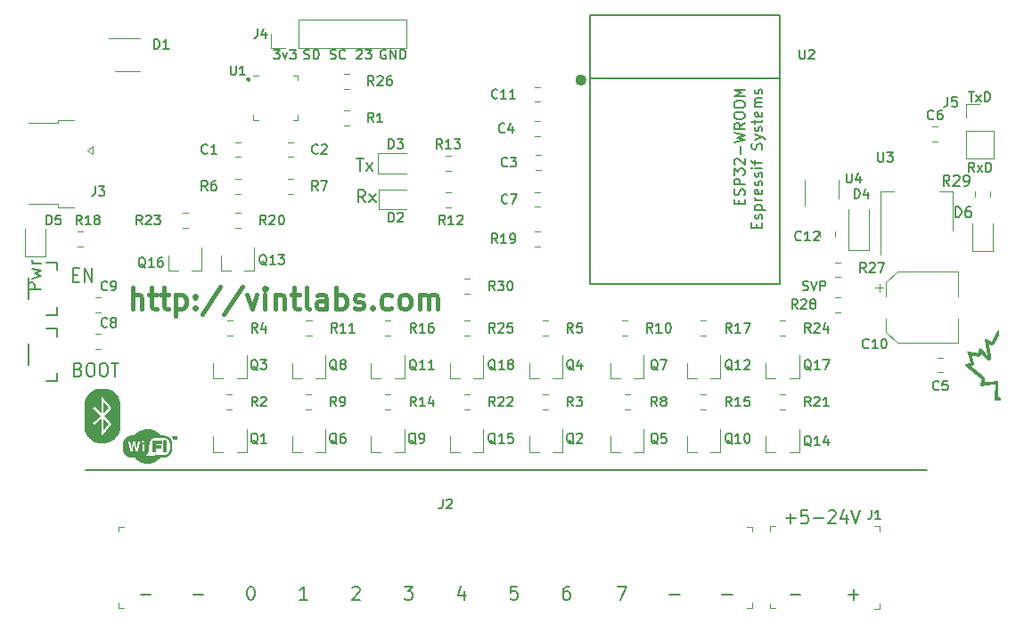
<source format=gbr>
G04 #@! TF.GenerationSoftware,KiCad,Pcbnew,5.1.5*
G04 #@! TF.CreationDate,2020-02-17T18:04:10-05:00*
G04 #@! TF.ProjectId,12V-SmartSwitch,3132562d-536d-4617-9274-537769746368,rev?*
G04 #@! TF.SameCoordinates,Original*
G04 #@! TF.FileFunction,Legend,Top*
G04 #@! TF.FilePolarity,Positive*
%FSLAX46Y46*%
G04 Gerber Fmt 4.6, Leading zero omitted, Abs format (unit mm)*
G04 Created by KiCad (PCBNEW 5.1.5) date 2020-02-17 18:04:10*
%MOMM*%
%LPD*%
G04 APERTURE LIST*
%ADD10C,0.300000*%
%ADD11C,0.200000*%
%ADD12C,0.150000*%
%ADD13C,0.400000*%
%ADD14C,0.120000*%
%ADD15C,0.100000*%
%ADD16C,0.500000*%
%ADD17C,0.010000*%
G04 APERTURE END LIST*
D10*
X86000000Y-106285714D02*
X86071428Y-106357142D01*
X86000000Y-106428571D01*
X85928571Y-106357142D01*
X86000000Y-106285714D01*
X86000000Y-106428571D01*
D11*
X111547619Y-154565476D02*
X110952380Y-154565476D01*
X110892857Y-155160714D01*
X110952380Y-155101190D01*
X111071428Y-155041666D01*
X111369047Y-155041666D01*
X111488095Y-155101190D01*
X111547619Y-155160714D01*
X111607142Y-155279761D01*
X111607142Y-155577380D01*
X111547619Y-155696428D01*
X111488095Y-155755952D01*
X111369047Y-155815476D01*
X111071428Y-155815476D01*
X110952380Y-155755952D01*
X110892857Y-155696428D01*
X97101428Y-118042857D02*
X96701428Y-117471428D01*
X96415714Y-118042857D02*
X96415714Y-116842857D01*
X96872857Y-116842857D01*
X96987142Y-116900000D01*
X97044285Y-116957142D01*
X97101428Y-117071428D01*
X97101428Y-117242857D01*
X97044285Y-117357142D01*
X96987142Y-117414285D01*
X96872857Y-117471428D01*
X96415714Y-117471428D01*
X97501428Y-118042857D02*
X98130000Y-117242857D01*
X97501428Y-117242857D02*
X98130000Y-118042857D01*
D12*
X99064285Y-103550000D02*
X98978571Y-103507142D01*
X98850000Y-103507142D01*
X98721428Y-103550000D01*
X98635714Y-103635714D01*
X98592857Y-103721428D01*
X98550000Y-103892857D01*
X98550000Y-104021428D01*
X98592857Y-104192857D01*
X98635714Y-104278571D01*
X98721428Y-104364285D01*
X98850000Y-104407142D01*
X98935714Y-104407142D01*
X99064285Y-104364285D01*
X99107142Y-104321428D01*
X99107142Y-104021428D01*
X98935714Y-104021428D01*
X99492857Y-104407142D02*
X99492857Y-103507142D01*
X100007142Y-104407142D01*
X100007142Y-103507142D01*
X100435714Y-104407142D02*
X100435714Y-103507142D01*
X100650000Y-103507142D01*
X100778571Y-103550000D01*
X100864285Y-103635714D01*
X100907142Y-103721428D01*
X100950000Y-103892857D01*
X100950000Y-104021428D01*
X100907142Y-104192857D01*
X100864285Y-104278571D01*
X100778571Y-104364285D01*
X100650000Y-104407142D01*
X100435714Y-104407142D01*
X96314285Y-103592857D02*
X96357142Y-103550000D01*
X96442857Y-103507142D01*
X96657142Y-103507142D01*
X96742857Y-103550000D01*
X96785714Y-103592857D01*
X96828571Y-103678571D01*
X96828571Y-103764285D01*
X96785714Y-103892857D01*
X96271428Y-104407142D01*
X96828571Y-104407142D01*
X97128571Y-103507142D02*
X97685714Y-103507142D01*
X97385714Y-103850000D01*
X97514285Y-103850000D01*
X97600000Y-103892857D01*
X97642857Y-103935714D01*
X97685714Y-104021428D01*
X97685714Y-104235714D01*
X97642857Y-104321428D01*
X97600000Y-104364285D01*
X97514285Y-104407142D01*
X97257142Y-104407142D01*
X97171428Y-104364285D01*
X97128571Y-104321428D01*
X93792857Y-104364285D02*
X93921428Y-104407142D01*
X94135714Y-104407142D01*
X94221428Y-104364285D01*
X94264285Y-104321428D01*
X94307142Y-104235714D01*
X94307142Y-104150000D01*
X94264285Y-104064285D01*
X94221428Y-104021428D01*
X94135714Y-103978571D01*
X93964285Y-103935714D01*
X93878571Y-103892857D01*
X93835714Y-103850000D01*
X93792857Y-103764285D01*
X93792857Y-103678571D01*
X93835714Y-103592857D01*
X93878571Y-103550000D01*
X93964285Y-103507142D01*
X94178571Y-103507142D01*
X94307142Y-103550000D01*
X95207142Y-104321428D02*
X95164285Y-104364285D01*
X95035714Y-104407142D01*
X94950000Y-104407142D01*
X94821428Y-104364285D01*
X94735714Y-104278571D01*
X94692857Y-104192857D01*
X94650000Y-104021428D01*
X94650000Y-103892857D01*
X94692857Y-103721428D01*
X94735714Y-103635714D01*
X94821428Y-103550000D01*
X94950000Y-103507142D01*
X95035714Y-103507142D01*
X95164285Y-103550000D01*
X95207142Y-103592857D01*
X91292857Y-104364285D02*
X91421428Y-104407142D01*
X91635714Y-104407142D01*
X91721428Y-104364285D01*
X91764285Y-104321428D01*
X91807142Y-104235714D01*
X91807142Y-104150000D01*
X91764285Y-104064285D01*
X91721428Y-104021428D01*
X91635714Y-103978571D01*
X91464285Y-103935714D01*
X91378571Y-103892857D01*
X91335714Y-103850000D01*
X91292857Y-103764285D01*
X91292857Y-103678571D01*
X91335714Y-103592857D01*
X91378571Y-103550000D01*
X91464285Y-103507142D01*
X91678571Y-103507142D01*
X91807142Y-103550000D01*
X92192857Y-104407142D02*
X92192857Y-103507142D01*
X92407142Y-103507142D01*
X92535714Y-103550000D01*
X92621428Y-103635714D01*
X92664285Y-103721428D01*
X92707142Y-103892857D01*
X92707142Y-104021428D01*
X92664285Y-104192857D01*
X92621428Y-104278571D01*
X92535714Y-104364285D01*
X92407142Y-104407142D01*
X92192857Y-104407142D01*
X88428571Y-103507142D02*
X88985714Y-103507142D01*
X88685714Y-103850000D01*
X88814285Y-103850000D01*
X88900000Y-103892857D01*
X88942857Y-103935714D01*
X88985714Y-104021428D01*
X88985714Y-104235714D01*
X88942857Y-104321428D01*
X88900000Y-104364285D01*
X88814285Y-104407142D01*
X88557142Y-104407142D01*
X88471428Y-104364285D01*
X88428571Y-104321428D01*
X89285714Y-103807142D02*
X89500000Y-104407142D01*
X89714285Y-103807142D01*
X89971428Y-103507142D02*
X90528571Y-103507142D01*
X90228571Y-103850000D01*
X90357142Y-103850000D01*
X90442857Y-103892857D01*
X90485714Y-103935714D01*
X90528571Y-104021428D01*
X90528571Y-104235714D01*
X90485714Y-104321428D01*
X90442857Y-104364285D01*
X90357142Y-104407142D01*
X90100000Y-104407142D01*
X90014285Y-104364285D01*
X89971428Y-104321428D01*
X154964285Y-115157142D02*
X154664285Y-114728571D01*
X154450000Y-115157142D02*
X154450000Y-114257142D01*
X154792857Y-114257142D01*
X154878571Y-114300000D01*
X154921428Y-114342857D01*
X154964285Y-114428571D01*
X154964285Y-114557142D01*
X154921428Y-114642857D01*
X154878571Y-114685714D01*
X154792857Y-114728571D01*
X154450000Y-114728571D01*
X155264285Y-115157142D02*
X155735714Y-114557142D01*
X155264285Y-114557142D02*
X155735714Y-115157142D01*
X156078571Y-115157142D02*
X156078571Y-114257142D01*
X156292857Y-114257142D01*
X156421428Y-114300000D01*
X156507142Y-114385714D01*
X156550000Y-114471428D01*
X156592857Y-114642857D01*
X156592857Y-114771428D01*
X156550000Y-114942857D01*
X156507142Y-115028571D01*
X156421428Y-115114285D01*
X156292857Y-115157142D01*
X156078571Y-115157142D01*
X154428571Y-107507142D02*
X154942857Y-107507142D01*
X154685714Y-108407142D02*
X154685714Y-107507142D01*
X155157142Y-108407142D02*
X155628571Y-107807142D01*
X155157142Y-107807142D02*
X155628571Y-108407142D01*
X155971428Y-108407142D02*
X155971428Y-107507142D01*
X156185714Y-107507142D01*
X156314285Y-107550000D01*
X156400000Y-107635714D01*
X156442857Y-107721428D01*
X156485714Y-107892857D01*
X156485714Y-108021428D01*
X156442857Y-108192857D01*
X156400000Y-108278571D01*
X156314285Y-108364285D01*
X156185714Y-108407142D01*
X155971428Y-108407142D01*
D11*
X121083333Y-154565476D02*
X121916666Y-154565476D01*
X121380952Y-155815476D01*
X116488095Y-154565476D02*
X116250000Y-154565476D01*
X116130952Y-154625000D01*
X116071428Y-154684523D01*
X115952380Y-154863095D01*
X115892857Y-155101190D01*
X115892857Y-155577380D01*
X115952380Y-155696428D01*
X116011904Y-155755952D01*
X116130952Y-155815476D01*
X116369047Y-155815476D01*
X116488095Y-155755952D01*
X116547619Y-155696428D01*
X116607142Y-155577380D01*
X116607142Y-155279761D01*
X116547619Y-155160714D01*
X116488095Y-155101190D01*
X116369047Y-155041666D01*
X116130952Y-155041666D01*
X116011904Y-155101190D01*
X115952380Y-155160714D01*
X115892857Y-155279761D01*
X106488095Y-154982142D02*
X106488095Y-155815476D01*
X106190476Y-154505952D02*
X105892857Y-155398809D01*
X106666666Y-155398809D01*
X100833333Y-154565476D02*
X101607142Y-154565476D01*
X101190476Y-155041666D01*
X101369047Y-155041666D01*
X101488095Y-155101190D01*
X101547619Y-155160714D01*
X101607142Y-155279761D01*
X101607142Y-155577380D01*
X101547619Y-155696428D01*
X101488095Y-155755952D01*
X101369047Y-155815476D01*
X101011904Y-155815476D01*
X100892857Y-155755952D01*
X100833333Y-155696428D01*
X95892857Y-154684523D02*
X95952380Y-154625000D01*
X96071428Y-154565476D01*
X96369047Y-154565476D01*
X96488095Y-154625000D01*
X96547619Y-154684523D01*
X96607142Y-154803571D01*
X96607142Y-154922619D01*
X96547619Y-155101190D01*
X95833333Y-155815476D01*
X96607142Y-155815476D01*
X91607142Y-155815476D02*
X90892857Y-155815476D01*
X91250000Y-155815476D02*
X91250000Y-154565476D01*
X91130952Y-154744047D01*
X91011904Y-154863095D01*
X90892857Y-154922619D01*
X86190476Y-154565476D02*
X86309523Y-154565476D01*
X86428571Y-154625000D01*
X86488095Y-154684523D01*
X86547619Y-154803571D01*
X86607142Y-155041666D01*
X86607142Y-155339285D01*
X86547619Y-155577380D01*
X86488095Y-155696428D01*
X86428571Y-155755952D01*
X86309523Y-155815476D01*
X86190476Y-155815476D01*
X86071428Y-155755952D01*
X86011904Y-155696428D01*
X85952380Y-155577380D01*
X85892857Y-155339285D01*
X85892857Y-155041666D01*
X85952380Y-154803571D01*
X86011904Y-154684523D01*
X86071428Y-154625000D01*
X86190476Y-154565476D01*
X75773809Y-155339285D02*
X76726190Y-155339285D01*
X80773809Y-155339285D02*
X81726190Y-155339285D01*
X126023809Y-155339285D02*
X126976190Y-155339285D01*
X131023809Y-155339285D02*
X131976190Y-155339285D01*
X137523809Y-155339285D02*
X138476190Y-155339285D01*
X143023809Y-155339285D02*
X143976190Y-155339285D01*
X143500000Y-155815476D02*
X143500000Y-154863095D01*
D12*
X150500000Y-143500000D02*
X70500000Y-143500000D01*
X138657142Y-126364285D02*
X138785714Y-126407142D01*
X139000000Y-126407142D01*
X139085714Y-126364285D01*
X139128571Y-126321428D01*
X139171428Y-126235714D01*
X139171428Y-126150000D01*
X139128571Y-126064285D01*
X139085714Y-126021428D01*
X139000000Y-125978571D01*
X138828571Y-125935714D01*
X138742857Y-125892857D01*
X138700000Y-125850000D01*
X138657142Y-125764285D01*
X138657142Y-125678571D01*
X138700000Y-125592857D01*
X138742857Y-125550000D01*
X138828571Y-125507142D01*
X139042857Y-125507142D01*
X139171428Y-125550000D01*
X139428571Y-125507142D02*
X139728571Y-126407142D01*
X140028571Y-125507142D01*
X140328571Y-126407142D02*
X140328571Y-125507142D01*
X140671428Y-125507142D01*
X140757142Y-125550000D01*
X140800000Y-125592857D01*
X140842857Y-125678571D01*
X140842857Y-125807142D01*
X140800000Y-125892857D01*
X140757142Y-125935714D01*
X140671428Y-125978571D01*
X140328571Y-125978571D01*
D13*
X75023809Y-128154761D02*
X75023809Y-126154761D01*
X75880952Y-128154761D02*
X75880952Y-127107142D01*
X75785714Y-126916666D01*
X75595238Y-126821428D01*
X75309523Y-126821428D01*
X75119047Y-126916666D01*
X75023809Y-127011904D01*
X76547619Y-126821428D02*
X77309523Y-126821428D01*
X76833333Y-126154761D02*
X76833333Y-127869047D01*
X76928571Y-128059523D01*
X77119047Y-128154761D01*
X77309523Y-128154761D01*
X77690476Y-126821428D02*
X78452380Y-126821428D01*
X77976190Y-126154761D02*
X77976190Y-127869047D01*
X78071428Y-128059523D01*
X78261904Y-128154761D01*
X78452380Y-128154761D01*
X79119047Y-126821428D02*
X79119047Y-128821428D01*
X79119047Y-126916666D02*
X79309523Y-126821428D01*
X79690476Y-126821428D01*
X79880952Y-126916666D01*
X79976190Y-127011904D01*
X80071428Y-127202380D01*
X80071428Y-127773809D01*
X79976190Y-127964285D01*
X79880952Y-128059523D01*
X79690476Y-128154761D01*
X79309523Y-128154761D01*
X79119047Y-128059523D01*
X80928571Y-127964285D02*
X81023809Y-128059523D01*
X80928571Y-128154761D01*
X80833333Y-128059523D01*
X80928571Y-127964285D01*
X80928571Y-128154761D01*
X80928571Y-126916666D02*
X81023809Y-127011904D01*
X80928571Y-127107142D01*
X80833333Y-127011904D01*
X80928571Y-126916666D01*
X80928571Y-127107142D01*
X83309523Y-126059523D02*
X81595238Y-128630952D01*
X85404761Y-126059523D02*
X83690476Y-128630952D01*
X85880952Y-126821428D02*
X86357142Y-128154761D01*
X86833333Y-126821428D01*
X87595238Y-128154761D02*
X87595238Y-126821428D01*
X87595238Y-126154761D02*
X87500000Y-126250000D01*
X87595238Y-126345238D01*
X87690476Y-126250000D01*
X87595238Y-126154761D01*
X87595238Y-126345238D01*
X88547619Y-126821428D02*
X88547619Y-128154761D01*
X88547619Y-127011904D02*
X88642857Y-126916666D01*
X88833333Y-126821428D01*
X89119047Y-126821428D01*
X89309523Y-126916666D01*
X89404761Y-127107142D01*
X89404761Y-128154761D01*
X90071428Y-126821428D02*
X90833333Y-126821428D01*
X90357142Y-126154761D02*
X90357142Y-127869047D01*
X90452380Y-128059523D01*
X90642857Y-128154761D01*
X90833333Y-128154761D01*
X91785714Y-128154761D02*
X91595238Y-128059523D01*
X91500000Y-127869047D01*
X91500000Y-126154761D01*
X93404761Y-128154761D02*
X93404761Y-127107142D01*
X93309523Y-126916666D01*
X93119047Y-126821428D01*
X92738095Y-126821428D01*
X92547619Y-126916666D01*
X93404761Y-128059523D02*
X93214285Y-128154761D01*
X92738095Y-128154761D01*
X92547619Y-128059523D01*
X92452380Y-127869047D01*
X92452380Y-127678571D01*
X92547619Y-127488095D01*
X92738095Y-127392857D01*
X93214285Y-127392857D01*
X93404761Y-127297619D01*
X94357142Y-128154761D02*
X94357142Y-126154761D01*
X94357142Y-126916666D02*
X94547619Y-126821428D01*
X94928571Y-126821428D01*
X95119047Y-126916666D01*
X95214285Y-127011904D01*
X95309523Y-127202380D01*
X95309523Y-127773809D01*
X95214285Y-127964285D01*
X95119047Y-128059523D01*
X94928571Y-128154761D01*
X94547619Y-128154761D01*
X94357142Y-128059523D01*
X96071428Y-128059523D02*
X96261904Y-128154761D01*
X96642857Y-128154761D01*
X96833333Y-128059523D01*
X96928571Y-127869047D01*
X96928571Y-127773809D01*
X96833333Y-127583333D01*
X96642857Y-127488095D01*
X96357142Y-127488095D01*
X96166666Y-127392857D01*
X96071428Y-127202380D01*
X96071428Y-127107142D01*
X96166666Y-126916666D01*
X96357142Y-126821428D01*
X96642857Y-126821428D01*
X96833333Y-126916666D01*
X97785714Y-127964285D02*
X97880952Y-128059523D01*
X97785714Y-128154761D01*
X97690476Y-128059523D01*
X97785714Y-127964285D01*
X97785714Y-128154761D01*
X99595238Y-128059523D02*
X99404761Y-128154761D01*
X99023809Y-128154761D01*
X98833333Y-128059523D01*
X98738095Y-127964285D01*
X98642857Y-127773809D01*
X98642857Y-127202380D01*
X98738095Y-127011904D01*
X98833333Y-126916666D01*
X99023809Y-126821428D01*
X99404761Y-126821428D01*
X99595238Y-126916666D01*
X100738095Y-128154761D02*
X100547619Y-128059523D01*
X100452380Y-127964285D01*
X100357142Y-127773809D01*
X100357142Y-127202380D01*
X100452380Y-127011904D01*
X100547619Y-126916666D01*
X100738095Y-126821428D01*
X101023809Y-126821428D01*
X101214285Y-126916666D01*
X101309523Y-127011904D01*
X101404761Y-127202380D01*
X101404761Y-127773809D01*
X101309523Y-127964285D01*
X101214285Y-128059523D01*
X101023809Y-128154761D01*
X100738095Y-128154761D01*
X102261904Y-128154761D02*
X102261904Y-126821428D01*
X102261904Y-127011904D02*
X102357142Y-126916666D01*
X102547619Y-126821428D01*
X102833333Y-126821428D01*
X103023809Y-126916666D01*
X103119047Y-127107142D01*
X103119047Y-128154761D01*
X103119047Y-127107142D02*
X103214285Y-126916666D01*
X103404761Y-126821428D01*
X103690476Y-126821428D01*
X103880952Y-126916666D01*
X103976190Y-127107142D01*
X103976190Y-128154761D01*
D11*
X66292857Y-126334285D02*
X65092857Y-126334285D01*
X65092857Y-125877142D01*
X65150000Y-125762857D01*
X65207142Y-125705714D01*
X65321428Y-125648571D01*
X65492857Y-125648571D01*
X65607142Y-125705714D01*
X65664285Y-125762857D01*
X65721428Y-125877142D01*
X65721428Y-126334285D01*
X65492857Y-125248571D02*
X66292857Y-125020000D01*
X65721428Y-124791428D01*
X66292857Y-124562857D01*
X65492857Y-124334285D01*
X66292857Y-123877142D02*
X65492857Y-123877142D01*
X65721428Y-123877142D02*
X65607142Y-123820000D01*
X65550000Y-123762857D01*
X65492857Y-123648571D01*
X65492857Y-123534285D01*
X96244285Y-113842857D02*
X96930000Y-113842857D01*
X96587142Y-115042857D02*
X96587142Y-113842857D01*
X97215714Y-115042857D02*
X97844285Y-114242857D01*
X97215714Y-114242857D02*
X97844285Y-115042857D01*
X69364285Y-124907142D02*
X69764285Y-124907142D01*
X69935714Y-125588095D02*
X69364285Y-125588095D01*
X69364285Y-124288095D01*
X69935714Y-124288095D01*
X70450000Y-125588095D02*
X70450000Y-124288095D01*
X71135714Y-125588095D01*
X71135714Y-124288095D01*
X69871428Y-133907142D02*
X70042857Y-133969047D01*
X70100000Y-134030952D01*
X70157142Y-134154761D01*
X70157142Y-134340476D01*
X70100000Y-134464285D01*
X70042857Y-134526190D01*
X69928571Y-134588095D01*
X69471428Y-134588095D01*
X69471428Y-133288095D01*
X69871428Y-133288095D01*
X69985714Y-133350000D01*
X70042857Y-133411904D01*
X70100000Y-133535714D01*
X70100000Y-133659523D01*
X70042857Y-133783333D01*
X69985714Y-133845238D01*
X69871428Y-133907142D01*
X69471428Y-133907142D01*
X70900000Y-133288095D02*
X71128571Y-133288095D01*
X71242857Y-133350000D01*
X71357142Y-133473809D01*
X71414285Y-133721428D01*
X71414285Y-134154761D01*
X71357142Y-134402380D01*
X71242857Y-134526190D01*
X71128571Y-134588095D01*
X70900000Y-134588095D01*
X70785714Y-134526190D01*
X70671428Y-134402380D01*
X70614285Y-134154761D01*
X70614285Y-133721428D01*
X70671428Y-133473809D01*
X70785714Y-133350000D01*
X70900000Y-133288095D01*
X72157142Y-133288095D02*
X72385714Y-133288095D01*
X72500000Y-133350000D01*
X72614285Y-133473809D01*
X72671428Y-133721428D01*
X72671428Y-134154761D01*
X72614285Y-134402380D01*
X72500000Y-134526190D01*
X72385714Y-134588095D01*
X72157142Y-134588095D01*
X72042857Y-134526190D01*
X71928571Y-134402380D01*
X71871428Y-134154761D01*
X71871428Y-133721428D01*
X71928571Y-133473809D01*
X72042857Y-133350000D01*
X72157142Y-133288095D01*
X73014285Y-133288095D02*
X73700000Y-133288095D01*
X73357142Y-134588095D02*
X73357142Y-133288095D01*
X137071428Y-148092857D02*
X137985714Y-148092857D01*
X137528571Y-148588095D02*
X137528571Y-147597619D01*
X139128571Y-147288095D02*
X138557142Y-147288095D01*
X138500000Y-147907142D01*
X138557142Y-147845238D01*
X138671428Y-147783333D01*
X138957142Y-147783333D01*
X139071428Y-147845238D01*
X139128571Y-147907142D01*
X139185714Y-148030952D01*
X139185714Y-148340476D01*
X139128571Y-148464285D01*
X139071428Y-148526190D01*
X138957142Y-148588095D01*
X138671428Y-148588095D01*
X138557142Y-148526190D01*
X138500000Y-148464285D01*
X139700000Y-148092857D02*
X140614285Y-148092857D01*
X141128571Y-147411904D02*
X141185714Y-147350000D01*
X141300000Y-147288095D01*
X141585714Y-147288095D01*
X141700000Y-147350000D01*
X141757142Y-147411904D01*
X141814285Y-147535714D01*
X141814285Y-147659523D01*
X141757142Y-147845238D01*
X141071428Y-148588095D01*
X141814285Y-148588095D01*
X142842857Y-147721428D02*
X142842857Y-148588095D01*
X142557142Y-147226190D02*
X142271428Y-148154761D01*
X143014285Y-148154761D01*
X143300000Y-147288095D02*
X143700000Y-148588095D01*
X144100000Y-147288095D01*
D14*
X155040000Y-116991422D02*
X155040000Y-117508578D01*
X156460000Y-116991422D02*
X156460000Y-117508578D01*
X156710000Y-122685000D02*
X156710000Y-120000000D01*
X154790000Y-122685000D02*
X156710000Y-122685000D01*
X154790000Y-120000000D02*
X154790000Y-122685000D01*
X138890000Y-115850000D02*
X138890000Y-118300000D01*
X142110000Y-117650000D02*
X142110000Y-115850000D01*
X140290000Y-120803922D02*
X140290000Y-121321078D01*
X141710000Y-120803922D02*
X141710000Y-121321078D01*
X154170000Y-108670000D02*
X155500000Y-108670000D01*
X154170000Y-110000000D02*
X154170000Y-108670000D01*
X154170000Y-111270000D02*
X156830000Y-111270000D01*
X156830000Y-111270000D02*
X156830000Y-113870000D01*
X154170000Y-111270000D02*
X154170000Y-113870000D01*
X154170000Y-113870000D02*
X156830000Y-113870000D01*
X88170000Y-103330000D02*
X88170000Y-102000000D01*
X89500000Y-103330000D02*
X88170000Y-103330000D01*
X90770000Y-103330000D02*
X90770000Y-100670000D01*
X90770000Y-100670000D02*
X100990000Y-100670000D01*
X90770000Y-103330000D02*
X100990000Y-103330000D01*
X100990000Y-103330000D02*
X100990000Y-100670000D01*
X106553922Y-126710000D02*
X107071078Y-126710000D01*
X106553922Y-125290000D02*
X107071078Y-125290000D01*
D15*
X135600000Y-148850000D02*
X136100000Y-148850000D01*
X135600000Y-148850000D02*
X135600000Y-149350000D01*
X135600000Y-156150000D02*
X135600000Y-156650000D01*
X135600000Y-156650000D02*
X136100000Y-156650000D01*
X145978000Y-156170000D02*
X145978000Y-156670000D01*
X145978000Y-156670000D02*
X145478000Y-156670000D01*
X145988000Y-148850000D02*
X145988000Y-149350000D01*
X145988000Y-148850000D02*
X145488000Y-148850000D01*
X133850000Y-148900000D02*
X133350000Y-148900000D01*
X133850000Y-148900000D02*
X133850000Y-149350000D01*
X73650000Y-148900000D02*
X73650000Y-149350000D01*
X73650000Y-148900000D02*
X74150000Y-148900000D01*
X73650000Y-156600000D02*
X74150000Y-156600000D01*
X73650000Y-156600000D02*
X73650000Y-156100000D01*
X133850000Y-156600000D02*
X133850000Y-156100000D01*
X133850000Y-156600000D02*
X133350000Y-156600000D01*
D14*
X141741422Y-128460000D02*
X142258578Y-128460000D01*
X141741422Y-127040000D02*
X142258578Y-127040000D01*
X142258578Y-125147500D02*
X141741422Y-125147500D01*
X142258578Y-123727500D02*
X141741422Y-123727500D01*
X113758578Y-108460000D02*
X113241422Y-108460000D01*
X113758578Y-107040000D02*
X113241422Y-107040000D01*
X145956250Y-125758750D02*
X145956250Y-126546250D01*
X145562500Y-126152500D02*
X146350000Y-126152500D01*
X146590000Y-130345563D02*
X147654437Y-131410000D01*
X146590000Y-125654437D02*
X147654437Y-124590000D01*
X146590000Y-125654437D02*
X146590000Y-126940000D01*
X146590000Y-130345563D02*
X146590000Y-129060000D01*
X147654437Y-131410000D02*
X153410000Y-131410000D01*
X147654437Y-124590000D02*
X153410000Y-124590000D01*
X153410000Y-124590000D02*
X153410000Y-126940000D01*
X153410000Y-131410000D02*
X153410000Y-129060000D01*
X95053922Y-107210000D02*
X95571078Y-107210000D01*
X95053922Y-105790000D02*
X95571078Y-105790000D01*
X67930000Y-110200000D02*
X69480000Y-110200000D01*
X67930000Y-110200000D02*
X67930000Y-110500000D01*
X65130000Y-110500000D02*
X67930000Y-110500000D01*
X67930000Y-118500000D02*
X69480000Y-118500000D01*
X67930000Y-118200000D02*
X67930000Y-118500000D01*
X65130000Y-118200000D02*
X67930000Y-118200000D01*
X71180000Y-113450000D02*
X70730000Y-113050000D01*
X71180000Y-112650000D02*
X71180000Y-113450000D01*
X70730000Y-113050000D02*
X71180000Y-112650000D01*
D16*
X117877981Y-106396000D02*
G75*
G03X117877981Y-106396000I-283981J0D01*
G01*
D12*
X136500000Y-106250000D02*
X118500000Y-106250000D01*
X118500000Y-100250000D02*
X118500000Y-125750000D01*
X136500000Y-100250000D02*
X136500000Y-125750000D01*
X136500000Y-125750000D02*
X118500000Y-125750000D01*
X136500000Y-100250000D02*
X118500000Y-100250000D01*
X66850000Y-123725000D02*
X67850000Y-123725000D01*
X67850000Y-123725000D02*
X67850000Y-124475000D01*
X67850000Y-127975000D02*
X67850000Y-128725000D01*
X67850000Y-128725000D02*
X66850000Y-128725000D01*
X65100000Y-127225000D02*
X65100000Y-125225000D01*
X65100000Y-133500000D02*
X65100000Y-131500000D01*
X67850000Y-135000000D02*
X66850000Y-135000000D01*
X67850000Y-134250000D02*
X67850000Y-135000000D01*
X67850000Y-130000000D02*
X67850000Y-130750000D01*
X66850000Y-130000000D02*
X67850000Y-130000000D01*
D14*
X89741422Y-112290000D02*
X90258578Y-112290000D01*
X89741422Y-113710000D02*
X90258578Y-113710000D01*
X113821078Y-113540000D02*
X113303922Y-113540000D01*
X113821078Y-114960000D02*
X113303922Y-114960000D01*
X113758578Y-111710000D02*
X113241422Y-111710000D01*
X113758578Y-110290000D02*
X113241422Y-110290000D01*
X151491422Y-134210000D02*
X152008578Y-134210000D01*
X151491422Y-132790000D02*
X152008578Y-132790000D01*
X150991422Y-110790000D02*
X151508578Y-110790000D01*
X150991422Y-112210000D02*
X151508578Y-112210000D01*
X113758578Y-117040000D02*
X113241422Y-117040000D01*
X113758578Y-118460000D02*
X113241422Y-118460000D01*
X72008578Y-131960000D02*
X71491422Y-131960000D01*
X72008578Y-130540000D02*
X71491422Y-130540000D01*
X72008578Y-127040000D02*
X71491422Y-127040000D01*
X72008578Y-128460000D02*
X71491422Y-128460000D01*
X85258578Y-113710000D02*
X84741422Y-113710000D01*
X85258578Y-112290000D02*
X84741422Y-112290000D01*
X143000000Y-122600000D02*
X145000000Y-122600000D01*
X145000000Y-122600000D02*
X145000000Y-118700000D01*
X143000000Y-122600000D02*
X143000000Y-118700000D01*
X64790000Y-120500000D02*
X64790000Y-123185000D01*
X64790000Y-123185000D02*
X66710000Y-123185000D01*
X66710000Y-123185000D02*
X66710000Y-120500000D01*
X98315000Y-115260461D02*
X101000000Y-115260461D01*
X98315000Y-113340461D02*
X98315000Y-115260461D01*
X101000000Y-113340461D02*
X98315000Y-113340461D01*
X101062500Y-116790000D02*
X98377500Y-116790000D01*
X98377500Y-116790000D02*
X98377500Y-118710000D01*
X98377500Y-118710000D02*
X101062500Y-118710000D01*
X90236848Y-105962712D02*
X90711848Y-105962712D01*
X90711848Y-105962712D02*
X90711848Y-106437712D01*
X86966848Y-110182712D02*
X86491848Y-110182712D01*
X86491848Y-110182712D02*
X86491848Y-109707712D01*
X90236848Y-110182712D02*
X90711848Y-110182712D01*
X90711848Y-110182712D02*
X90711848Y-109707712D01*
X86966848Y-105962712D02*
X86491848Y-105962712D01*
X73300000Y-105550000D02*
X75700000Y-105550000D01*
X75700000Y-102450000D02*
X72750000Y-102450000D01*
X152910000Y-116945408D02*
X151650000Y-116945408D01*
X146090000Y-116945408D02*
X147350000Y-116945408D01*
X152910000Y-120705408D02*
X152910000Y-116945408D01*
X146090000Y-122955408D02*
X146090000Y-116945408D01*
X120420000Y-134760000D02*
X120420000Y-133300000D01*
X123580000Y-134760000D02*
X123580000Y-132600000D01*
X123580000Y-134760000D02*
X122650000Y-134760000D01*
X120420000Y-134760000D02*
X121350000Y-134760000D01*
X105170000Y-141760000D02*
X106100000Y-141760000D01*
X108330000Y-141760000D02*
X107400000Y-141760000D01*
X108330000Y-141760000D02*
X108330000Y-139600000D01*
X105170000Y-141760000D02*
X105170000Y-140300000D01*
X135170000Y-141760000D02*
X135170000Y-140300000D01*
X138330000Y-141760000D02*
X138330000Y-139600000D01*
X138330000Y-141760000D02*
X137400000Y-141760000D01*
X135170000Y-141760000D02*
X136100000Y-141760000D01*
X83420000Y-124510000D02*
X84350000Y-124510000D01*
X86580000Y-124510000D02*
X85650000Y-124510000D01*
X86580000Y-124510000D02*
X86580000Y-122350000D01*
X83420000Y-124510000D02*
X83420000Y-123050000D01*
X127670000Y-134760000D02*
X127670000Y-133300000D01*
X130830000Y-134760000D02*
X130830000Y-132600000D01*
X130830000Y-134760000D02*
X129900000Y-134760000D01*
X127670000Y-134760000D02*
X128600000Y-134760000D01*
X97670000Y-134760000D02*
X98600000Y-134760000D01*
X100830000Y-134760000D02*
X99900000Y-134760000D01*
X100830000Y-134760000D02*
X100830000Y-132600000D01*
X97670000Y-134760000D02*
X97670000Y-133300000D01*
X127670000Y-141760000D02*
X127670000Y-140300000D01*
X130830000Y-141760000D02*
X130830000Y-139600000D01*
X130830000Y-141760000D02*
X129900000Y-141760000D01*
X127670000Y-141760000D02*
X128600000Y-141760000D01*
X97670000Y-141760000D02*
X98600000Y-141760000D01*
X100830000Y-141760000D02*
X99900000Y-141760000D01*
X100830000Y-141760000D02*
X100830000Y-139600000D01*
X97670000Y-141760000D02*
X97670000Y-140300000D01*
X90170000Y-134760000D02*
X90170000Y-133300000D01*
X93330000Y-134760000D02*
X93330000Y-132600000D01*
X93330000Y-134760000D02*
X92400000Y-134760000D01*
X90170000Y-134760000D02*
X91100000Y-134760000D01*
X90170000Y-141760000D02*
X91100000Y-141760000D01*
X93330000Y-141760000D02*
X92400000Y-141760000D01*
X93330000Y-141760000D02*
X93330000Y-139600000D01*
X90170000Y-141760000D02*
X90170000Y-140300000D01*
X120420000Y-141760000D02*
X120420000Y-140300000D01*
X123580000Y-141760000D02*
X123580000Y-139600000D01*
X123580000Y-141760000D02*
X122650000Y-141760000D01*
X120420000Y-141760000D02*
X121350000Y-141760000D01*
X112670000Y-134760000D02*
X113600000Y-134760000D01*
X115830000Y-134760000D02*
X114900000Y-134760000D01*
X115830000Y-134760000D02*
X115830000Y-132600000D01*
X112670000Y-134760000D02*
X112670000Y-133300000D01*
X82670000Y-134760000D02*
X82670000Y-133300000D01*
X85830000Y-134760000D02*
X85830000Y-132600000D01*
X85830000Y-134760000D02*
X84900000Y-134760000D01*
X82670000Y-134760000D02*
X83600000Y-134760000D01*
X112670000Y-141760000D02*
X113600000Y-141760000D01*
X115830000Y-141760000D02*
X114900000Y-141760000D01*
X115830000Y-141760000D02*
X115830000Y-139600000D01*
X112670000Y-141760000D02*
X112670000Y-140300000D01*
X82670000Y-141760000D02*
X82670000Y-140300000D01*
X85830000Y-141760000D02*
X85830000Y-139600000D01*
X85830000Y-141760000D02*
X84900000Y-141760000D01*
X82670000Y-141760000D02*
X83600000Y-141760000D01*
X78420000Y-124510000D02*
X79350000Y-124510000D01*
X81580000Y-124510000D02*
X80650000Y-124510000D01*
X81580000Y-124510000D02*
X81580000Y-122350000D01*
X78420000Y-124510000D02*
X78420000Y-123050000D01*
X135170000Y-134760000D02*
X135170000Y-133300000D01*
X138330000Y-134760000D02*
X138330000Y-132600000D01*
X138330000Y-134760000D02*
X137400000Y-134760000D01*
X135170000Y-134760000D02*
X136100000Y-134760000D01*
X105170000Y-134760000D02*
X106100000Y-134760000D01*
X108330000Y-134760000D02*
X107400000Y-134760000D01*
X108330000Y-134760000D02*
X108330000Y-132600000D01*
X105170000Y-134760000D02*
X105170000Y-133300000D01*
X98991422Y-136290000D02*
X99508578Y-136290000D01*
X98991422Y-137710000D02*
X99508578Y-137710000D01*
X91491422Y-130710000D02*
X92008578Y-130710000D01*
X91491422Y-129290000D02*
X92008578Y-129290000D01*
X121491422Y-130710000D02*
X122008578Y-130710000D01*
X121491422Y-129290000D02*
X122008578Y-129290000D01*
X91428922Y-137710000D02*
X91946078Y-137710000D01*
X91428922Y-136290000D02*
X91946078Y-136290000D01*
X121741422Y-136290000D02*
X122258578Y-136290000D01*
X121741422Y-137710000D02*
X122258578Y-137710000D01*
X89741422Y-117210000D02*
X90258578Y-117210000D01*
X89741422Y-115790000D02*
X90258578Y-115790000D01*
X84741422Y-115790000D02*
X85258578Y-115790000D01*
X84741422Y-117210000D02*
X85258578Y-117210000D01*
X113991422Y-130710000D02*
X114508578Y-130710000D01*
X113991422Y-129290000D02*
X114508578Y-129290000D01*
X83991422Y-129290000D02*
X84508578Y-129290000D01*
X83991422Y-130710000D02*
X84508578Y-130710000D01*
X113991422Y-137710000D02*
X114508578Y-137710000D01*
X113991422Y-136290000D02*
X114508578Y-136290000D01*
X83928922Y-136290000D02*
X84446078Y-136290000D01*
X83928922Y-137710000D02*
X84446078Y-137710000D01*
X105258578Y-117090461D02*
X104741422Y-117090461D01*
X105258578Y-118510461D02*
X104741422Y-118510461D01*
X105258578Y-115010461D02*
X104741422Y-115010461D01*
X105258578Y-113590461D02*
X104741422Y-113590461D01*
X136491422Y-130710000D02*
X137008578Y-130710000D01*
X136491422Y-129290000D02*
X137008578Y-129290000D01*
X79741422Y-119040000D02*
X80258578Y-119040000D01*
X79741422Y-120460000D02*
X80258578Y-120460000D01*
X106491422Y-137710000D02*
X107008578Y-137710000D01*
X106491422Y-136290000D02*
X107008578Y-136290000D01*
X136491422Y-136290000D02*
X137008578Y-136290000D01*
X136491422Y-137710000D02*
X137008578Y-137710000D01*
X85258578Y-119040000D02*
X84741422Y-119040000D01*
X85258578Y-120460000D02*
X84741422Y-120460000D01*
X113758578Y-122210000D02*
X113241422Y-122210000D01*
X113758578Y-120790000D02*
X113241422Y-120790000D01*
X70258578Y-120790000D02*
X69741422Y-120790000D01*
X70258578Y-122210000D02*
X69741422Y-122210000D01*
X128991422Y-129290000D02*
X129508578Y-129290000D01*
X128991422Y-130710000D02*
X129508578Y-130710000D01*
X98991422Y-130710000D02*
X99508578Y-130710000D01*
X98991422Y-129290000D02*
X99508578Y-129290000D01*
X128991422Y-136290000D02*
X129508578Y-136290000D01*
X128991422Y-137710000D02*
X129508578Y-137710000D01*
X106491422Y-130710000D02*
X107008578Y-130710000D01*
X106491422Y-129290000D02*
X107008578Y-129290000D01*
X95571078Y-110710000D02*
X95053922Y-110710000D01*
X95571078Y-109290000D02*
X95053922Y-109290000D01*
D17*
G36*
X157245746Y-130224201D02*
G01*
X157257832Y-130259080D01*
X157266547Y-130301893D01*
X157271668Y-130350915D01*
X157272970Y-130404420D01*
X157272283Y-130428776D01*
X157269449Y-130476013D01*
X157265041Y-130515819D01*
X157258362Y-130550887D01*
X157248718Y-130583907D01*
X157235414Y-130617570D01*
X157217752Y-130654568D01*
X157210117Y-130669370D01*
X157193836Y-130700480D01*
X157176214Y-130734178D01*
X157159084Y-130766957D01*
X157144280Y-130795309D01*
X157140517Y-130802520D01*
X157111177Y-130858711D01*
X157084615Y-130909471D01*
X157061369Y-130953771D01*
X157041980Y-130990582D01*
X157033972Y-131005720D01*
X157012151Y-131046879D01*
X156994497Y-131080130D01*
X156980435Y-131106549D01*
X156969392Y-131127211D01*
X156960791Y-131143192D01*
X156954058Y-131155571D01*
X156949853Y-131163200D01*
X156940673Y-131179858D01*
X156929289Y-131200669D01*
X156919277Y-131219080D01*
X156909993Y-131235962D01*
X156897199Y-131258893D01*
X156882444Y-131285109D01*
X156867277Y-131311849D01*
X156864171Y-131317297D01*
X156851085Y-131340412D01*
X156840013Y-131360324D01*
X156831842Y-131375410D01*
X156827459Y-131384047D01*
X156826960Y-131385397D01*
X156824163Y-131390930D01*
X156817221Y-131401040D01*
X156814990Y-131404020D01*
X156806134Y-131417268D01*
X156800086Y-131429174D01*
X156799618Y-131430510D01*
X156791922Y-131443767D01*
X156777610Y-131459443D01*
X156759115Y-131475342D01*
X156738870Y-131489266D01*
X156727887Y-131495278D01*
X156679292Y-131513519D01*
X156628340Y-131522092D01*
X156590740Y-131522100D01*
X156554270Y-131517143D01*
X156517745Y-131507947D01*
X156484925Y-131495611D01*
X156466280Y-131485765D01*
X156454059Y-131478784D01*
X156435610Y-131468980D01*
X156413877Y-131457897D01*
X156400240Y-131451155D01*
X156372922Y-131437576D01*
X156342055Y-131421846D01*
X156312993Y-131406707D01*
X156304196Y-131402031D01*
X156284473Y-131391802D01*
X156268230Y-131383996D01*
X156257409Y-131379508D01*
X156253972Y-131378893D01*
X156253344Y-131381060D01*
X156253400Y-131386092D01*
X156254248Y-131394592D01*
X156255997Y-131407164D01*
X156258753Y-131424411D01*
X156262625Y-131446936D01*
X156267720Y-131475341D01*
X156274146Y-131510230D01*
X156282011Y-131552206D01*
X156291423Y-131601872D01*
X156302489Y-131659831D01*
X156315317Y-131726686D01*
X156326635Y-131785500D01*
X156339840Y-131854083D01*
X156351345Y-131913943D01*
X156361385Y-131966333D01*
X156370195Y-132012504D01*
X156378007Y-132053707D01*
X156385056Y-132091195D01*
X156391577Y-132126219D01*
X156397802Y-132160031D01*
X156403967Y-132193883D01*
X156410305Y-132229026D01*
X156417050Y-132266713D01*
X156424436Y-132308194D01*
X156425887Y-132316360D01*
X156430949Y-132344849D01*
X156436246Y-132374666D01*
X156441018Y-132401538D01*
X156443484Y-132415420D01*
X156447489Y-132439291D01*
X156451186Y-132463576D01*
X156453807Y-132483208D01*
X156453898Y-132484000D01*
X156456282Y-132501597D01*
X156459976Y-132525226D01*
X156464350Y-132550943D01*
X156466482Y-132562740D01*
X156470948Y-132588068D01*
X156475015Y-132613178D01*
X156478058Y-132634129D01*
X156478964Y-132641480D01*
X156481111Y-132659024D01*
X156484281Y-132682704D01*
X156487942Y-132708612D01*
X156489788Y-132721157D01*
X156493223Y-132745715D01*
X156494845Y-132763455D01*
X156494635Y-132777561D01*
X156492577Y-132791214D01*
X156489325Y-132804977D01*
X156478447Y-132840118D01*
X156464650Y-132868801D01*
X156445864Y-132894695D01*
X156427821Y-132913934D01*
X156395281Y-132940324D01*
X156360462Y-132957079D01*
X156322578Y-132964420D01*
X156280847Y-132962567D01*
X156264979Y-132959744D01*
X156221378Y-132946512D01*
X156179598Y-132925194D01*
X156138889Y-132895257D01*
X156098501Y-132856166D01*
X156066363Y-132818505D01*
X156055071Y-132804876D01*
X156038097Y-132785155D01*
X156016649Y-132760717D01*
X155991935Y-132732937D01*
X155965164Y-132703188D01*
X155957831Y-132695098D01*
X155945280Y-132681153D01*
X155928246Y-132662065D01*
X155908947Y-132640328D01*
X155889602Y-132618435D01*
X155889251Y-132618038D01*
X155859719Y-132584523D01*
X155836104Y-132557735D01*
X155817613Y-132536776D01*
X155803449Y-132520748D01*
X155792816Y-132508753D01*
X155784918Y-132499893D01*
X155778961Y-132493269D01*
X155774148Y-132487984D01*
X155770955Y-132484514D01*
X155757944Y-132470162D01*
X155745124Y-132455646D01*
X155744920Y-132455410D01*
X155732307Y-132440896D01*
X155716897Y-132423234D01*
X155700399Y-132404374D01*
X155684519Y-132386263D01*
X155670965Y-132370851D01*
X155661444Y-132360085D01*
X155658560Y-132356866D01*
X155651805Y-132349341D01*
X155640381Y-132336529D01*
X155626357Y-132320748D01*
X155620939Y-132314640D01*
X155607246Y-132299589D01*
X155596018Y-132287979D01*
X155588964Y-132281545D01*
X155587609Y-132280799D01*
X155584674Y-132285287D01*
X155580654Y-132296838D01*
X155577788Y-132307469D01*
X155561231Y-132371199D01*
X155544783Y-132425529D01*
X155528124Y-132471210D01*
X155510931Y-132508995D01*
X155492884Y-132539634D01*
X155473661Y-132563880D01*
X155464069Y-132573334D01*
X155436137Y-132595069D01*
X155406605Y-132610240D01*
X155372974Y-132619778D01*
X155332746Y-132624618D01*
X155325573Y-132625016D01*
X155297189Y-132625790D01*
X155274322Y-132624679D01*
X155252437Y-132621264D01*
X155231593Y-132616334D01*
X155212247Y-132611580D01*
X155185567Y-132605398D01*
X155154178Y-132598377D01*
X155120706Y-132591106D01*
X155094680Y-132585607D01*
X155058115Y-132577959D01*
X155018427Y-132569607D01*
X154979258Y-132561320D01*
X154944250Y-132553869D01*
X154927040Y-132550180D01*
X154896074Y-132543524D01*
X154864012Y-132536640D01*
X154834351Y-132530279D01*
X154810586Y-132525191D01*
X154807660Y-132524566D01*
X154782849Y-132519251D01*
X154752605Y-132512752D01*
X154721424Y-132506037D01*
X154702436Y-132501938D01*
X154678908Y-132496933D01*
X154658965Y-132492838D01*
X154644726Y-132490078D01*
X154638333Y-132489079D01*
X154636928Y-132489462D01*
X154636120Y-132491121D01*
X154636104Y-132494820D01*
X154637076Y-132501324D01*
X154639232Y-132511397D01*
X154642766Y-132525804D01*
X154647875Y-132545311D01*
X154654754Y-132570680D01*
X154663598Y-132602677D01*
X154674604Y-132642067D01*
X154687966Y-132689614D01*
X154703881Y-132746082D01*
X154705900Y-132753240D01*
X154728341Y-132833301D01*
X154748055Y-132904779D01*
X154765323Y-132968792D01*
X154780424Y-133026461D01*
X154793639Y-133078905D01*
X154805250Y-133127245D01*
X154815535Y-133172601D01*
X154824777Y-133216094D01*
X154833255Y-133258842D01*
X154835505Y-133270695D01*
X154840322Y-133297987D01*
X154842931Y-133318042D01*
X154843500Y-133333501D01*
X154842201Y-133347004D01*
X154840868Y-133354012D01*
X154827574Y-133393007D01*
X154805558Y-133430132D01*
X154776253Y-133463896D01*
X154741092Y-133492808D01*
X154701505Y-133515377D01*
X154676513Y-133525159D01*
X154663776Y-133529995D01*
X154644807Y-133538013D01*
X154622514Y-133547960D01*
X154606548Y-133555369D01*
X154555970Y-133579248D01*
X154567593Y-133589154D01*
X154577497Y-133597475D01*
X154592015Y-133609535D01*
X154607027Y-133621920D01*
X154623163Y-133635234D01*
X154637977Y-133647546D01*
X154647589Y-133655620D01*
X154654241Y-133661140D01*
X154667853Y-133672327D01*
X154687507Y-133688430D01*
X154712285Y-133708699D01*
X154741272Y-133732383D01*
X154773548Y-133758733D01*
X154808196Y-133786998D01*
X154820360Y-133796915D01*
X154875809Y-133842137D01*
X154925315Y-133882553D01*
X154970824Y-133919757D01*
X155014283Y-133955342D01*
X155057639Y-133990904D01*
X155102838Y-134028035D01*
X155145480Y-134063106D01*
X155158076Y-134073508D01*
X155175131Y-134087642D01*
X155193301Y-134102735D01*
X155196280Y-134105213D01*
X155209093Y-134115845D01*
X155228327Y-134131764D01*
X155252560Y-134151797D01*
X155280371Y-134174768D01*
X155310341Y-134199505D01*
X155340054Y-134224015D01*
X155371368Y-134249850D01*
X155402448Y-134275522D01*
X155431746Y-134299748D01*
X155457713Y-134321246D01*
X155478798Y-134338735D01*
X155492454Y-134350098D01*
X155513684Y-134367788D01*
X155535752Y-134386126D01*
X155555200Y-134402242D01*
X155562801Y-134408518D01*
X155584781Y-134426787D01*
X155611574Y-134449291D01*
X155641893Y-134474929D01*
X155674453Y-134502601D01*
X155707969Y-134531205D01*
X155741155Y-134559641D01*
X155772725Y-134586806D01*
X155801395Y-134611602D01*
X155825878Y-134632925D01*
X155844890Y-134649676D01*
X155855195Y-134658952D01*
X155866102Y-134671593D01*
X155878043Y-134689396D01*
X155886859Y-134705439D01*
X155902680Y-134742988D01*
X155912803Y-134780063D01*
X155917206Y-134818199D01*
X155915867Y-134858928D01*
X155908765Y-134903786D01*
X155895876Y-134954303D01*
X155882658Y-134996060D01*
X155871774Y-135028933D01*
X155861418Y-135061261D01*
X155852023Y-135091591D01*
X155844018Y-135118468D01*
X155837835Y-135140436D01*
X155833904Y-135156042D01*
X155832656Y-135163831D01*
X155832813Y-135164387D01*
X155838512Y-135164701D01*
X155852604Y-135163862D01*
X155873410Y-135162014D01*
X155899246Y-135159306D01*
X155923596Y-135156475D01*
X155954246Y-135152782D01*
X155983073Y-135149349D01*
X156007850Y-135146439D01*
X156026353Y-135144314D01*
X156034480Y-135143423D01*
X156046817Y-135142137D01*
X156067184Y-135140014D01*
X156093504Y-135137271D01*
X156123702Y-135134123D01*
X156153860Y-135130978D01*
X156193165Y-135126891D01*
X156238227Y-135122222D01*
X156284695Y-135117421D01*
X156328217Y-135112938D01*
X156349440Y-135110759D01*
X156389773Y-135106612D01*
X156435756Y-135101866D01*
X156482937Y-135096982D01*
X156526860Y-135092420D01*
X156547560Y-135090262D01*
X156584340Y-135086533D01*
X156623413Y-135082760D01*
X156661459Y-135079250D01*
X156695160Y-135076313D01*
X156715200Y-135074700D01*
X156741945Y-135072566D01*
X156766260Y-135070448D01*
X156785711Y-135068569D01*
X156797867Y-135067154D01*
X156799020Y-135066978D01*
X156809231Y-135065758D01*
X156828018Y-135063950D01*
X156853820Y-135061678D01*
X156885077Y-135059061D01*
X156920228Y-135056222D01*
X156957714Y-135053283D01*
X156995975Y-135050363D01*
X157033449Y-135047586D01*
X157068578Y-135045073D01*
X157099801Y-135042944D01*
X157125558Y-135041322D01*
X157136270Y-135040719D01*
X157194120Y-135037661D01*
X157190751Y-135115920D01*
X157189543Y-135142993D01*
X157187926Y-135177794D01*
X157186016Y-135217906D01*
X157183928Y-135260910D01*
X157181779Y-135304387D01*
X157180168Y-135336420D01*
X157178063Y-135378667D01*
X157175953Y-135422321D01*
X157173950Y-135464956D01*
X157172169Y-135504146D01*
X157170721Y-135537463D01*
X157169911Y-135557400D01*
X157168465Y-135592077D01*
X157166614Y-135632478D01*
X157164568Y-135674188D01*
X157162541Y-135712790D01*
X157162002Y-135722500D01*
X157160560Y-135749349D01*
X157158793Y-135784296D01*
X157156797Y-135825285D01*
X157154672Y-135870263D01*
X157152514Y-135917175D01*
X157150422Y-135963968D01*
X157149542Y-135984120D01*
X157147346Y-136033893D01*
X157144889Y-136087975D01*
X157142304Y-136143580D01*
X157139722Y-136197924D01*
X157137273Y-136248224D01*
X157135089Y-136291696D01*
X157134708Y-136299080D01*
X157132583Y-136340377D01*
X157130443Y-136382528D01*
X157128403Y-136423217D01*
X157126579Y-136460127D01*
X157125086Y-136490942D01*
X157124255Y-136508630D01*
X157121043Y-136578480D01*
X157224841Y-136578480D01*
X157264917Y-136578652D01*
X157296194Y-136579386D01*
X157320031Y-136581012D01*
X157337787Y-136583856D01*
X157350821Y-136588247D01*
X157360490Y-136594511D01*
X157368155Y-136602979D01*
X157375173Y-136613976D01*
X157375697Y-136614888D01*
X157381983Y-136627291D01*
X157385779Y-136639623D01*
X157387673Y-136655057D01*
X157388255Y-136676770D01*
X157388265Y-136682620D01*
X157386905Y-136716127D01*
X157382419Y-136742046D01*
X157374113Y-136762650D01*
X157361292Y-136780217D01*
X157357146Y-136784555D01*
X157339701Y-136802000D01*
X156882289Y-136802000D01*
X156885404Y-136729610D01*
X156886842Y-136698840D01*
X156888762Y-136661734D01*
X156891085Y-136619540D01*
X156893731Y-136573507D01*
X156896621Y-136524883D01*
X156899676Y-136474916D01*
X156902815Y-136424855D01*
X156905960Y-136375947D01*
X156909031Y-136329442D01*
X156911948Y-136286587D01*
X156914633Y-136248632D01*
X156917005Y-136216823D01*
X156918985Y-136192411D01*
X156920494Y-136176642D01*
X156920734Y-136174620D01*
X156921996Y-136162281D01*
X156923717Y-136142235D01*
X156925704Y-136116909D01*
X156927760Y-136088736D01*
X156928497Y-136078100D01*
X156930803Y-136045495D01*
X156933666Y-136006741D01*
X156936786Y-135965812D01*
X156939862Y-135926682D01*
X156941173Y-135910460D01*
X156944730Y-135865460D01*
X156948373Y-135816650D01*
X156952049Y-135764979D01*
X156955703Y-135711400D01*
X156959279Y-135656863D01*
X156962724Y-135602319D01*
X156965982Y-135548721D01*
X156968999Y-135497019D01*
X156971720Y-135448164D01*
X156974090Y-135403108D01*
X156976055Y-135362802D01*
X156977560Y-135328197D01*
X156978550Y-135300244D01*
X156978971Y-135279895D01*
X156978767Y-135268101D01*
X156978264Y-135265464D01*
X156971997Y-135265096D01*
X156956504Y-135265880D01*
X156932641Y-135267722D01*
X156901265Y-135270531D01*
X156863233Y-135274211D01*
X156819402Y-135278670D01*
X156770628Y-135283815D01*
X156717769Y-135289552D01*
X156661680Y-135295787D01*
X156603220Y-135302427D01*
X156543245Y-135309379D01*
X156482611Y-135316549D01*
X156422176Y-135323845D01*
X156362796Y-135331172D01*
X156305328Y-135338437D01*
X156285940Y-135340933D01*
X156182116Y-135354297D01*
X156084715Y-135366694D01*
X155994041Y-135378090D01*
X155910394Y-135388450D01*
X155834077Y-135397738D01*
X155765392Y-135405919D01*
X155704641Y-135412959D01*
X155652127Y-135418823D01*
X155608150Y-135423475D01*
X155573015Y-135426881D01*
X155547022Y-135429005D01*
X155530474Y-135429813D01*
X155523672Y-135429270D01*
X155523591Y-135429204D01*
X155522938Y-135422918D01*
X155524882Y-135410833D01*
X155525884Y-135406764D01*
X155529451Y-135392828D01*
X155534464Y-135372613D01*
X155540031Y-135349728D01*
X155542007Y-135341500D01*
X155550260Y-135308732D01*
X155561136Y-135268201D01*
X155574083Y-135221793D01*
X155588548Y-135171395D01*
X155603979Y-135118895D01*
X155619823Y-135066180D01*
X155635528Y-135015137D01*
X155650543Y-134967652D01*
X155659296Y-134940725D01*
X155672310Y-134897564D01*
X155680283Y-134862520D01*
X155683186Y-134835780D01*
X155680992Y-134817532D01*
X155678277Y-134812059D01*
X155672112Y-134805674D01*
X155659042Y-134793749D01*
X155640061Y-134777137D01*
X155616161Y-134756686D01*
X155588336Y-134733248D01*
X155557580Y-134707673D01*
X155526480Y-134682113D01*
X155457174Y-134625787D01*
X155380859Y-134564334D01*
X155298685Y-134498677D01*
X155211807Y-134429735D01*
X155127340Y-134363119D01*
X155105269Y-134345674D01*
X155077723Y-134323766D01*
X155047125Y-134299328D01*
X155015895Y-134274295D01*
X154988000Y-134251847D01*
X154961633Y-134230595D01*
X154936679Y-134210514D01*
X154914679Y-134192841D01*
X154897178Y-134178815D01*
X154885717Y-134169677D01*
X154884237Y-134168507D01*
X154867824Y-134155192D01*
X154849946Y-134140160D01*
X154843597Y-134134669D01*
X154828706Y-134121952D01*
X154810030Y-134106426D01*
X154792702Y-134092334D01*
X154714613Y-134027968D01*
X154632508Y-133957108D01*
X154548193Y-133881461D01*
X154463476Y-133802734D01*
X154380163Y-133722634D01*
X154300061Y-133642869D01*
X154224977Y-133565145D01*
X154158079Y-133492687D01*
X154138820Y-133471144D01*
X154125646Y-133455884D01*
X154117779Y-133445691D01*
X154114444Y-133439353D01*
X154114866Y-133435656D01*
X154118269Y-133433388D01*
X154119780Y-133432795D01*
X154125191Y-133430969D01*
X154133063Y-133428671D01*
X154144465Y-133425636D01*
X154160466Y-133421598D01*
X154182135Y-133416293D01*
X154210540Y-133409454D01*
X154246749Y-133400817D01*
X154289500Y-133390669D01*
X154317009Y-133383917D01*
X154348720Y-133375749D01*
X154383311Y-133366544D01*
X154419461Y-133356680D01*
X154455848Y-133346536D01*
X154491153Y-133336490D01*
X154524054Y-133326920D01*
X154553229Y-133318204D01*
X154577358Y-133310722D01*
X154595120Y-133304851D01*
X154605194Y-133300970D01*
X154606999Y-133299735D01*
X154605810Y-133291211D01*
X154602439Y-133274082D01*
X154597181Y-133249597D01*
X154590330Y-133219003D01*
X154582182Y-133183548D01*
X154573030Y-133144482D01*
X154563170Y-133103053D01*
X154552897Y-133060509D01*
X154542505Y-133018098D01*
X154532289Y-132977068D01*
X154522543Y-132938668D01*
X154513957Y-132905640D01*
X154490684Y-132820502D01*
X154464895Y-132731659D01*
X154437243Y-132641122D01*
X154408383Y-132550903D01*
X154378972Y-132463013D01*
X154349663Y-132379463D01*
X154321112Y-132302264D01*
X154299235Y-132246372D01*
X154291584Y-132227002D01*
X154285656Y-132211240D01*
X154282313Y-132201420D01*
X154281879Y-132199497D01*
X154286296Y-132198052D01*
X154297434Y-132198876D01*
X154303469Y-132199907D01*
X154316603Y-132202434D01*
X154337081Y-132206316D01*
X154362257Y-132211052D01*
X154389487Y-132216145D01*
X154393640Y-132216919D01*
X154420591Y-132221950D01*
X154454613Y-132228319D01*
X154492791Y-132235478D01*
X154532210Y-132242880D01*
X154569957Y-132249981D01*
X154571440Y-132250260D01*
X154609055Y-132257339D01*
X154648463Y-132264748D01*
X154686750Y-132271939D01*
X154721002Y-132278366D01*
X154748304Y-132283481D01*
X154749240Y-132283656D01*
X154794114Y-132292066D01*
X154831010Y-132299022D01*
X154861941Y-132304913D01*
X154888921Y-132310126D01*
X154913964Y-132315050D01*
X154939081Y-132320072D01*
X154957520Y-132323800D01*
X154988412Y-132329949D01*
X155023927Y-132336837D01*
X155058687Y-132343428D01*
X155076900Y-132346800D01*
X155107656Y-132352687D01*
X155143349Y-132359925D01*
X155179039Y-132367492D01*
X155203570Y-132372940D01*
X155239059Y-132380916D01*
X155265926Y-132386580D01*
X155285414Y-132390057D01*
X155298764Y-132391476D01*
X155307219Y-132390962D01*
X155312020Y-132388642D01*
X155314409Y-132384643D01*
X155314533Y-132384258D01*
X155317617Y-132374929D01*
X155323001Y-132359293D01*
X155329562Y-132340611D01*
X155330055Y-132339220D01*
X155339513Y-132310767D01*
X155349964Y-132275799D01*
X155361613Y-132233561D01*
X155374664Y-132183300D01*
X155389321Y-132124262D01*
X155398791Y-132085060D01*
X155413555Y-132025830D01*
X155427506Y-131975097D01*
X155441119Y-131931280D01*
X155454874Y-131892799D01*
X155463039Y-131872459D01*
X155471296Y-131852738D01*
X155557689Y-131938499D01*
X155616225Y-131996641D01*
X155668070Y-132048221D01*
X155713776Y-132093803D01*
X155753892Y-132133953D01*
X155788969Y-132169236D01*
X155819558Y-132200215D01*
X155846209Y-132227456D01*
X155869474Y-132251523D01*
X155889902Y-132272981D01*
X155908044Y-132292395D01*
X155924451Y-132310330D01*
X155939673Y-132327350D01*
X155954262Y-132344019D01*
X155963258Y-132354460D01*
X156006713Y-132404728D01*
X156049670Y-132453620D01*
X156090492Y-132499298D01*
X156127540Y-132539919D01*
X156146240Y-132559999D01*
X156152261Y-132566645D01*
X156163531Y-132579293D01*
X156178599Y-132596308D01*
X156196012Y-132616053D01*
X156201746Y-132622572D01*
X156218863Y-132641984D01*
X156233384Y-132658343D01*
X156244098Y-132670293D01*
X156249795Y-132676481D01*
X156250395Y-132677039D01*
X156250100Y-132672276D01*
X156248397Y-132658984D01*
X156245520Y-132638661D01*
X156241700Y-132612808D01*
X156237169Y-132582921D01*
X156232160Y-132550499D01*
X156226904Y-132517041D01*
X156221633Y-132484046D01*
X156216580Y-132453011D01*
X156211977Y-132425435D01*
X156208055Y-132402816D01*
X156207122Y-132397640D01*
X156203441Y-132377386D01*
X156198341Y-132349278D01*
X156192212Y-132315458D01*
X156185443Y-132278071D01*
X156178420Y-132239260D01*
X156173990Y-132214760D01*
X156166248Y-132172326D01*
X156157751Y-132126426D01*
X156149075Y-132080128D01*
X156140797Y-132036505D01*
X156133494Y-131998626D01*
X156131052Y-131986160D01*
X156123885Y-131949635D01*
X156116325Y-131910827D01*
X156109001Y-131872989D01*
X156102543Y-131839373D01*
X156098578Y-131818520D01*
X156093689Y-131792647D01*
X156087411Y-131759431D01*
X156080243Y-131721515D01*
X156072683Y-131681536D01*
X156065232Y-131642138D01*
X156063041Y-131630560D01*
X156048103Y-131550843D01*
X156034515Y-131476805D01*
X156022378Y-131409037D01*
X156011793Y-131348135D01*
X156002862Y-131294691D01*
X155995684Y-131249301D01*
X155990362Y-131212557D01*
X155986996Y-131185053D01*
X155986591Y-131180980D01*
X155983093Y-131142460D01*
X155980125Y-131106844D01*
X155977772Y-131075425D01*
X155976121Y-131049496D01*
X155975258Y-131030352D01*
X155975269Y-131019285D01*
X155975699Y-131017086D01*
X155981182Y-131017811D01*
X155993712Y-131021902D01*
X156011055Y-131028591D01*
X156020339Y-131032458D01*
X156045102Y-131042841D01*
X156071778Y-131053762D01*
X156095138Y-131063084D01*
X156097980Y-131064192D01*
X156127004Y-131075816D01*
X156162454Y-131090590D01*
X156201559Y-131107349D01*
X156224980Y-131117589D01*
X156232699Y-131120983D01*
X156248072Y-131127736D01*
X156269448Y-131137125D01*
X156295178Y-131148424D01*
X156323613Y-131160909D01*
X156324040Y-131161096D01*
X156357815Y-131176228D01*
X156393871Y-131192894D01*
X156429016Y-131209586D01*
X156460060Y-131224796D01*
X156476440Y-131233128D01*
X156508556Y-131249803D01*
X156533006Y-131262412D01*
X156551136Y-131271580D01*
X156564290Y-131277932D01*
X156573815Y-131282092D01*
X156581057Y-131284685D01*
X156587361Y-131286335D01*
X156593887Y-131287632D01*
X156599372Y-131288914D01*
X156603732Y-131289788D01*
X156607668Y-131289327D01*
X156611880Y-131286607D01*
X156617067Y-131280702D01*
X156623929Y-131270687D01*
X156633167Y-131255636D01*
X156645480Y-131234625D01*
X156661569Y-131206728D01*
X156682132Y-131171020D01*
X156682248Y-131170820D01*
X156699108Y-131141407D01*
X156715944Y-131111696D01*
X156731385Y-131084129D01*
X156744061Y-131061150D01*
X156750661Y-131048900D01*
X156764045Y-131023665D01*
X156779138Y-130995276D01*
X156792855Y-130969537D01*
X156793879Y-130967620D01*
X156813479Y-130930668D01*
X156836317Y-130887136D01*
X156862713Y-130836412D01*
X156892985Y-130777884D01*
X156927451Y-130710938D01*
X156930940Y-130704147D01*
X156947328Y-130672404D01*
X156963070Y-130642207D01*
X156977278Y-130615232D01*
X156989067Y-130593159D01*
X156997550Y-130577666D01*
X157000155Y-130573113D01*
X157008164Y-130559121D01*
X157013526Y-130548970D01*
X157014919Y-130545532D01*
X157017275Y-130540398D01*
X157023713Y-130528179D01*
X157033292Y-130510621D01*
X157045072Y-130489468D01*
X157046986Y-130486066D01*
X157060777Y-130461373D01*
X157074220Y-130436935D01*
X157085723Y-130415671D01*
X157093333Y-130401200D01*
X157105690Y-130379080D01*
X157122813Y-130351257D01*
X157143171Y-130319996D01*
X157165231Y-130287565D01*
X157187459Y-130256230D01*
X157208323Y-130228258D01*
X157221617Y-130211501D01*
X157233492Y-130197063D01*
X157245746Y-130224201D01*
G37*
X157245746Y-130224201D02*
X157257832Y-130259080D01*
X157266547Y-130301893D01*
X157271668Y-130350915D01*
X157272970Y-130404420D01*
X157272283Y-130428776D01*
X157269449Y-130476013D01*
X157265041Y-130515819D01*
X157258362Y-130550887D01*
X157248718Y-130583907D01*
X157235414Y-130617570D01*
X157217752Y-130654568D01*
X157210117Y-130669370D01*
X157193836Y-130700480D01*
X157176214Y-130734178D01*
X157159084Y-130766957D01*
X157144280Y-130795309D01*
X157140517Y-130802520D01*
X157111177Y-130858711D01*
X157084615Y-130909471D01*
X157061369Y-130953771D01*
X157041980Y-130990582D01*
X157033972Y-131005720D01*
X157012151Y-131046879D01*
X156994497Y-131080130D01*
X156980435Y-131106549D01*
X156969392Y-131127211D01*
X156960791Y-131143192D01*
X156954058Y-131155571D01*
X156949853Y-131163200D01*
X156940673Y-131179858D01*
X156929289Y-131200669D01*
X156919277Y-131219080D01*
X156909993Y-131235962D01*
X156897199Y-131258893D01*
X156882444Y-131285109D01*
X156867277Y-131311849D01*
X156864171Y-131317297D01*
X156851085Y-131340412D01*
X156840013Y-131360324D01*
X156831842Y-131375410D01*
X156827459Y-131384047D01*
X156826960Y-131385397D01*
X156824163Y-131390930D01*
X156817221Y-131401040D01*
X156814990Y-131404020D01*
X156806134Y-131417268D01*
X156800086Y-131429174D01*
X156799618Y-131430510D01*
X156791922Y-131443767D01*
X156777610Y-131459443D01*
X156759115Y-131475342D01*
X156738870Y-131489266D01*
X156727887Y-131495278D01*
X156679292Y-131513519D01*
X156628340Y-131522092D01*
X156590740Y-131522100D01*
X156554270Y-131517143D01*
X156517745Y-131507947D01*
X156484925Y-131495611D01*
X156466280Y-131485765D01*
X156454059Y-131478784D01*
X156435610Y-131468980D01*
X156413877Y-131457897D01*
X156400240Y-131451155D01*
X156372922Y-131437576D01*
X156342055Y-131421846D01*
X156312993Y-131406707D01*
X156304196Y-131402031D01*
X156284473Y-131391802D01*
X156268230Y-131383996D01*
X156257409Y-131379508D01*
X156253972Y-131378893D01*
X156253344Y-131381060D01*
X156253400Y-131386092D01*
X156254248Y-131394592D01*
X156255997Y-131407164D01*
X156258753Y-131424411D01*
X156262625Y-131446936D01*
X156267720Y-131475341D01*
X156274146Y-131510230D01*
X156282011Y-131552206D01*
X156291423Y-131601872D01*
X156302489Y-131659831D01*
X156315317Y-131726686D01*
X156326635Y-131785500D01*
X156339840Y-131854083D01*
X156351345Y-131913943D01*
X156361385Y-131966333D01*
X156370195Y-132012504D01*
X156378007Y-132053707D01*
X156385056Y-132091195D01*
X156391577Y-132126219D01*
X156397802Y-132160031D01*
X156403967Y-132193883D01*
X156410305Y-132229026D01*
X156417050Y-132266713D01*
X156424436Y-132308194D01*
X156425887Y-132316360D01*
X156430949Y-132344849D01*
X156436246Y-132374666D01*
X156441018Y-132401538D01*
X156443484Y-132415420D01*
X156447489Y-132439291D01*
X156451186Y-132463576D01*
X156453807Y-132483208D01*
X156453898Y-132484000D01*
X156456282Y-132501597D01*
X156459976Y-132525226D01*
X156464350Y-132550943D01*
X156466482Y-132562740D01*
X156470948Y-132588068D01*
X156475015Y-132613178D01*
X156478058Y-132634129D01*
X156478964Y-132641480D01*
X156481111Y-132659024D01*
X156484281Y-132682704D01*
X156487942Y-132708612D01*
X156489788Y-132721157D01*
X156493223Y-132745715D01*
X156494845Y-132763455D01*
X156494635Y-132777561D01*
X156492577Y-132791214D01*
X156489325Y-132804977D01*
X156478447Y-132840118D01*
X156464650Y-132868801D01*
X156445864Y-132894695D01*
X156427821Y-132913934D01*
X156395281Y-132940324D01*
X156360462Y-132957079D01*
X156322578Y-132964420D01*
X156280847Y-132962567D01*
X156264979Y-132959744D01*
X156221378Y-132946512D01*
X156179598Y-132925194D01*
X156138889Y-132895257D01*
X156098501Y-132856166D01*
X156066363Y-132818505D01*
X156055071Y-132804876D01*
X156038097Y-132785155D01*
X156016649Y-132760717D01*
X155991935Y-132732937D01*
X155965164Y-132703188D01*
X155957831Y-132695098D01*
X155945280Y-132681153D01*
X155928246Y-132662065D01*
X155908947Y-132640328D01*
X155889602Y-132618435D01*
X155889251Y-132618038D01*
X155859719Y-132584523D01*
X155836104Y-132557735D01*
X155817613Y-132536776D01*
X155803449Y-132520748D01*
X155792816Y-132508753D01*
X155784918Y-132499893D01*
X155778961Y-132493269D01*
X155774148Y-132487984D01*
X155770955Y-132484514D01*
X155757944Y-132470162D01*
X155745124Y-132455646D01*
X155744920Y-132455410D01*
X155732307Y-132440896D01*
X155716897Y-132423234D01*
X155700399Y-132404374D01*
X155684519Y-132386263D01*
X155670965Y-132370851D01*
X155661444Y-132360085D01*
X155658560Y-132356866D01*
X155651805Y-132349341D01*
X155640381Y-132336529D01*
X155626357Y-132320748D01*
X155620939Y-132314640D01*
X155607246Y-132299589D01*
X155596018Y-132287979D01*
X155588964Y-132281545D01*
X155587609Y-132280799D01*
X155584674Y-132285287D01*
X155580654Y-132296838D01*
X155577788Y-132307469D01*
X155561231Y-132371199D01*
X155544783Y-132425529D01*
X155528124Y-132471210D01*
X155510931Y-132508995D01*
X155492884Y-132539634D01*
X155473661Y-132563880D01*
X155464069Y-132573334D01*
X155436137Y-132595069D01*
X155406605Y-132610240D01*
X155372974Y-132619778D01*
X155332746Y-132624618D01*
X155325573Y-132625016D01*
X155297189Y-132625790D01*
X155274322Y-132624679D01*
X155252437Y-132621264D01*
X155231593Y-132616334D01*
X155212247Y-132611580D01*
X155185567Y-132605398D01*
X155154178Y-132598377D01*
X155120706Y-132591106D01*
X155094680Y-132585607D01*
X155058115Y-132577959D01*
X155018427Y-132569607D01*
X154979258Y-132561320D01*
X154944250Y-132553869D01*
X154927040Y-132550180D01*
X154896074Y-132543524D01*
X154864012Y-132536640D01*
X154834351Y-132530279D01*
X154810586Y-132525191D01*
X154807660Y-132524566D01*
X154782849Y-132519251D01*
X154752605Y-132512752D01*
X154721424Y-132506037D01*
X154702436Y-132501938D01*
X154678908Y-132496933D01*
X154658965Y-132492838D01*
X154644726Y-132490078D01*
X154638333Y-132489079D01*
X154636928Y-132489462D01*
X154636120Y-132491121D01*
X154636104Y-132494820D01*
X154637076Y-132501324D01*
X154639232Y-132511397D01*
X154642766Y-132525804D01*
X154647875Y-132545311D01*
X154654754Y-132570680D01*
X154663598Y-132602677D01*
X154674604Y-132642067D01*
X154687966Y-132689614D01*
X154703881Y-132746082D01*
X154705900Y-132753240D01*
X154728341Y-132833301D01*
X154748055Y-132904779D01*
X154765323Y-132968792D01*
X154780424Y-133026461D01*
X154793639Y-133078905D01*
X154805250Y-133127245D01*
X154815535Y-133172601D01*
X154824777Y-133216094D01*
X154833255Y-133258842D01*
X154835505Y-133270695D01*
X154840322Y-133297987D01*
X154842931Y-133318042D01*
X154843500Y-133333501D01*
X154842201Y-133347004D01*
X154840868Y-133354012D01*
X154827574Y-133393007D01*
X154805558Y-133430132D01*
X154776253Y-133463896D01*
X154741092Y-133492808D01*
X154701505Y-133515377D01*
X154676513Y-133525159D01*
X154663776Y-133529995D01*
X154644807Y-133538013D01*
X154622514Y-133547960D01*
X154606548Y-133555369D01*
X154555970Y-133579248D01*
X154567593Y-133589154D01*
X154577497Y-133597475D01*
X154592015Y-133609535D01*
X154607027Y-133621920D01*
X154623163Y-133635234D01*
X154637977Y-133647546D01*
X154647589Y-133655620D01*
X154654241Y-133661140D01*
X154667853Y-133672327D01*
X154687507Y-133688430D01*
X154712285Y-133708699D01*
X154741272Y-133732383D01*
X154773548Y-133758733D01*
X154808196Y-133786998D01*
X154820360Y-133796915D01*
X154875809Y-133842137D01*
X154925315Y-133882553D01*
X154970824Y-133919757D01*
X155014283Y-133955342D01*
X155057639Y-133990904D01*
X155102838Y-134028035D01*
X155145480Y-134063106D01*
X155158076Y-134073508D01*
X155175131Y-134087642D01*
X155193301Y-134102735D01*
X155196280Y-134105213D01*
X155209093Y-134115845D01*
X155228327Y-134131764D01*
X155252560Y-134151797D01*
X155280371Y-134174768D01*
X155310341Y-134199505D01*
X155340054Y-134224015D01*
X155371368Y-134249850D01*
X155402448Y-134275522D01*
X155431746Y-134299748D01*
X155457713Y-134321246D01*
X155478798Y-134338735D01*
X155492454Y-134350098D01*
X155513684Y-134367788D01*
X155535752Y-134386126D01*
X155555200Y-134402242D01*
X155562801Y-134408518D01*
X155584781Y-134426787D01*
X155611574Y-134449291D01*
X155641893Y-134474929D01*
X155674453Y-134502601D01*
X155707969Y-134531205D01*
X155741155Y-134559641D01*
X155772725Y-134586806D01*
X155801395Y-134611602D01*
X155825878Y-134632925D01*
X155844890Y-134649676D01*
X155855195Y-134658952D01*
X155866102Y-134671593D01*
X155878043Y-134689396D01*
X155886859Y-134705439D01*
X155902680Y-134742988D01*
X155912803Y-134780063D01*
X155917206Y-134818199D01*
X155915867Y-134858928D01*
X155908765Y-134903786D01*
X155895876Y-134954303D01*
X155882658Y-134996060D01*
X155871774Y-135028933D01*
X155861418Y-135061261D01*
X155852023Y-135091591D01*
X155844018Y-135118468D01*
X155837835Y-135140436D01*
X155833904Y-135156042D01*
X155832656Y-135163831D01*
X155832813Y-135164387D01*
X155838512Y-135164701D01*
X155852604Y-135163862D01*
X155873410Y-135162014D01*
X155899246Y-135159306D01*
X155923596Y-135156475D01*
X155954246Y-135152782D01*
X155983073Y-135149349D01*
X156007850Y-135146439D01*
X156026353Y-135144314D01*
X156034480Y-135143423D01*
X156046817Y-135142137D01*
X156067184Y-135140014D01*
X156093504Y-135137271D01*
X156123702Y-135134123D01*
X156153860Y-135130978D01*
X156193165Y-135126891D01*
X156238227Y-135122222D01*
X156284695Y-135117421D01*
X156328217Y-135112938D01*
X156349440Y-135110759D01*
X156389773Y-135106612D01*
X156435756Y-135101866D01*
X156482937Y-135096982D01*
X156526860Y-135092420D01*
X156547560Y-135090262D01*
X156584340Y-135086533D01*
X156623413Y-135082760D01*
X156661459Y-135079250D01*
X156695160Y-135076313D01*
X156715200Y-135074700D01*
X156741945Y-135072566D01*
X156766260Y-135070448D01*
X156785711Y-135068569D01*
X156797867Y-135067154D01*
X156799020Y-135066978D01*
X156809231Y-135065758D01*
X156828018Y-135063950D01*
X156853820Y-135061678D01*
X156885077Y-135059061D01*
X156920228Y-135056222D01*
X156957714Y-135053283D01*
X156995975Y-135050363D01*
X157033449Y-135047586D01*
X157068578Y-135045073D01*
X157099801Y-135042944D01*
X157125558Y-135041322D01*
X157136270Y-135040719D01*
X157194120Y-135037661D01*
X157190751Y-135115920D01*
X157189543Y-135142993D01*
X157187926Y-135177794D01*
X157186016Y-135217906D01*
X157183928Y-135260910D01*
X157181779Y-135304387D01*
X157180168Y-135336420D01*
X157178063Y-135378667D01*
X157175953Y-135422321D01*
X157173950Y-135464956D01*
X157172169Y-135504146D01*
X157170721Y-135537463D01*
X157169911Y-135557400D01*
X157168465Y-135592077D01*
X157166614Y-135632478D01*
X157164568Y-135674188D01*
X157162541Y-135712790D01*
X157162002Y-135722500D01*
X157160560Y-135749349D01*
X157158793Y-135784296D01*
X157156797Y-135825285D01*
X157154672Y-135870263D01*
X157152514Y-135917175D01*
X157150422Y-135963968D01*
X157149542Y-135984120D01*
X157147346Y-136033893D01*
X157144889Y-136087975D01*
X157142304Y-136143580D01*
X157139722Y-136197924D01*
X157137273Y-136248224D01*
X157135089Y-136291696D01*
X157134708Y-136299080D01*
X157132583Y-136340377D01*
X157130443Y-136382528D01*
X157128403Y-136423217D01*
X157126579Y-136460127D01*
X157125086Y-136490942D01*
X157124255Y-136508630D01*
X157121043Y-136578480D01*
X157224841Y-136578480D01*
X157264917Y-136578652D01*
X157296194Y-136579386D01*
X157320031Y-136581012D01*
X157337787Y-136583856D01*
X157350821Y-136588247D01*
X157360490Y-136594511D01*
X157368155Y-136602979D01*
X157375173Y-136613976D01*
X157375697Y-136614888D01*
X157381983Y-136627291D01*
X157385779Y-136639623D01*
X157387673Y-136655057D01*
X157388255Y-136676770D01*
X157388265Y-136682620D01*
X157386905Y-136716127D01*
X157382419Y-136742046D01*
X157374113Y-136762650D01*
X157361292Y-136780217D01*
X157357146Y-136784555D01*
X157339701Y-136802000D01*
X156882289Y-136802000D01*
X156885404Y-136729610D01*
X156886842Y-136698840D01*
X156888762Y-136661734D01*
X156891085Y-136619540D01*
X156893731Y-136573507D01*
X156896621Y-136524883D01*
X156899676Y-136474916D01*
X156902815Y-136424855D01*
X156905960Y-136375947D01*
X156909031Y-136329442D01*
X156911948Y-136286587D01*
X156914633Y-136248632D01*
X156917005Y-136216823D01*
X156918985Y-136192411D01*
X156920494Y-136176642D01*
X156920734Y-136174620D01*
X156921996Y-136162281D01*
X156923717Y-136142235D01*
X156925704Y-136116909D01*
X156927760Y-136088736D01*
X156928497Y-136078100D01*
X156930803Y-136045495D01*
X156933666Y-136006741D01*
X156936786Y-135965812D01*
X156939862Y-135926682D01*
X156941173Y-135910460D01*
X156944730Y-135865460D01*
X156948373Y-135816650D01*
X156952049Y-135764979D01*
X156955703Y-135711400D01*
X156959279Y-135656863D01*
X156962724Y-135602319D01*
X156965982Y-135548721D01*
X156968999Y-135497019D01*
X156971720Y-135448164D01*
X156974090Y-135403108D01*
X156976055Y-135362802D01*
X156977560Y-135328197D01*
X156978550Y-135300244D01*
X156978971Y-135279895D01*
X156978767Y-135268101D01*
X156978264Y-135265464D01*
X156971997Y-135265096D01*
X156956504Y-135265880D01*
X156932641Y-135267722D01*
X156901265Y-135270531D01*
X156863233Y-135274211D01*
X156819402Y-135278670D01*
X156770628Y-135283815D01*
X156717769Y-135289552D01*
X156661680Y-135295787D01*
X156603220Y-135302427D01*
X156543245Y-135309379D01*
X156482611Y-135316549D01*
X156422176Y-135323845D01*
X156362796Y-135331172D01*
X156305328Y-135338437D01*
X156285940Y-135340933D01*
X156182116Y-135354297D01*
X156084715Y-135366694D01*
X155994041Y-135378090D01*
X155910394Y-135388450D01*
X155834077Y-135397738D01*
X155765392Y-135405919D01*
X155704641Y-135412959D01*
X155652127Y-135418823D01*
X155608150Y-135423475D01*
X155573015Y-135426881D01*
X155547022Y-135429005D01*
X155530474Y-135429813D01*
X155523672Y-135429270D01*
X155523591Y-135429204D01*
X155522938Y-135422918D01*
X155524882Y-135410833D01*
X155525884Y-135406764D01*
X155529451Y-135392828D01*
X155534464Y-135372613D01*
X155540031Y-135349728D01*
X155542007Y-135341500D01*
X155550260Y-135308732D01*
X155561136Y-135268201D01*
X155574083Y-135221793D01*
X155588548Y-135171395D01*
X155603979Y-135118895D01*
X155619823Y-135066180D01*
X155635528Y-135015137D01*
X155650543Y-134967652D01*
X155659296Y-134940725D01*
X155672310Y-134897564D01*
X155680283Y-134862520D01*
X155683186Y-134835780D01*
X155680992Y-134817532D01*
X155678277Y-134812059D01*
X155672112Y-134805674D01*
X155659042Y-134793749D01*
X155640061Y-134777137D01*
X155616161Y-134756686D01*
X155588336Y-134733248D01*
X155557580Y-134707673D01*
X155526480Y-134682113D01*
X155457174Y-134625787D01*
X155380859Y-134564334D01*
X155298685Y-134498677D01*
X155211807Y-134429735D01*
X155127340Y-134363119D01*
X155105269Y-134345674D01*
X155077723Y-134323766D01*
X155047125Y-134299328D01*
X155015895Y-134274295D01*
X154988000Y-134251847D01*
X154961633Y-134230595D01*
X154936679Y-134210514D01*
X154914679Y-134192841D01*
X154897178Y-134178815D01*
X154885717Y-134169677D01*
X154884237Y-134168507D01*
X154867824Y-134155192D01*
X154849946Y-134140160D01*
X154843597Y-134134669D01*
X154828706Y-134121952D01*
X154810030Y-134106426D01*
X154792702Y-134092334D01*
X154714613Y-134027968D01*
X154632508Y-133957108D01*
X154548193Y-133881461D01*
X154463476Y-133802734D01*
X154380163Y-133722634D01*
X154300061Y-133642869D01*
X154224977Y-133565145D01*
X154158079Y-133492687D01*
X154138820Y-133471144D01*
X154125646Y-133455884D01*
X154117779Y-133445691D01*
X154114444Y-133439353D01*
X154114866Y-133435656D01*
X154118269Y-133433388D01*
X154119780Y-133432795D01*
X154125191Y-133430969D01*
X154133063Y-133428671D01*
X154144465Y-133425636D01*
X154160466Y-133421598D01*
X154182135Y-133416293D01*
X154210540Y-133409454D01*
X154246749Y-133400817D01*
X154289500Y-133390669D01*
X154317009Y-133383917D01*
X154348720Y-133375749D01*
X154383311Y-133366544D01*
X154419461Y-133356680D01*
X154455848Y-133346536D01*
X154491153Y-133336490D01*
X154524054Y-133326920D01*
X154553229Y-133318204D01*
X154577358Y-133310722D01*
X154595120Y-133304851D01*
X154605194Y-133300970D01*
X154606999Y-133299735D01*
X154605810Y-133291211D01*
X154602439Y-133274082D01*
X154597181Y-133249597D01*
X154590330Y-133219003D01*
X154582182Y-133183548D01*
X154573030Y-133144482D01*
X154563170Y-133103053D01*
X154552897Y-133060509D01*
X154542505Y-133018098D01*
X154532289Y-132977068D01*
X154522543Y-132938668D01*
X154513957Y-132905640D01*
X154490684Y-132820502D01*
X154464895Y-132731659D01*
X154437243Y-132641122D01*
X154408383Y-132550903D01*
X154378972Y-132463013D01*
X154349663Y-132379463D01*
X154321112Y-132302264D01*
X154299235Y-132246372D01*
X154291584Y-132227002D01*
X154285656Y-132211240D01*
X154282313Y-132201420D01*
X154281879Y-132199497D01*
X154286296Y-132198052D01*
X154297434Y-132198876D01*
X154303469Y-132199907D01*
X154316603Y-132202434D01*
X154337081Y-132206316D01*
X154362257Y-132211052D01*
X154389487Y-132216145D01*
X154393640Y-132216919D01*
X154420591Y-132221950D01*
X154454613Y-132228319D01*
X154492791Y-132235478D01*
X154532210Y-132242880D01*
X154569957Y-132249981D01*
X154571440Y-132250260D01*
X154609055Y-132257339D01*
X154648463Y-132264748D01*
X154686750Y-132271939D01*
X154721002Y-132278366D01*
X154748304Y-132283481D01*
X154749240Y-132283656D01*
X154794114Y-132292066D01*
X154831010Y-132299022D01*
X154861941Y-132304913D01*
X154888921Y-132310126D01*
X154913964Y-132315050D01*
X154939081Y-132320072D01*
X154957520Y-132323800D01*
X154988412Y-132329949D01*
X155023927Y-132336837D01*
X155058687Y-132343428D01*
X155076900Y-132346800D01*
X155107656Y-132352687D01*
X155143349Y-132359925D01*
X155179039Y-132367492D01*
X155203570Y-132372940D01*
X155239059Y-132380916D01*
X155265926Y-132386580D01*
X155285414Y-132390057D01*
X155298764Y-132391476D01*
X155307219Y-132390962D01*
X155312020Y-132388642D01*
X155314409Y-132384643D01*
X155314533Y-132384258D01*
X155317617Y-132374929D01*
X155323001Y-132359293D01*
X155329562Y-132340611D01*
X155330055Y-132339220D01*
X155339513Y-132310767D01*
X155349964Y-132275799D01*
X155361613Y-132233561D01*
X155374664Y-132183300D01*
X155389321Y-132124262D01*
X155398791Y-132085060D01*
X155413555Y-132025830D01*
X155427506Y-131975097D01*
X155441119Y-131931280D01*
X155454874Y-131892799D01*
X155463039Y-131872459D01*
X155471296Y-131852738D01*
X155557689Y-131938499D01*
X155616225Y-131996641D01*
X155668070Y-132048221D01*
X155713776Y-132093803D01*
X155753892Y-132133953D01*
X155788969Y-132169236D01*
X155819558Y-132200215D01*
X155846209Y-132227456D01*
X155869474Y-132251523D01*
X155889902Y-132272981D01*
X155908044Y-132292395D01*
X155924451Y-132310330D01*
X155939673Y-132327350D01*
X155954262Y-132344019D01*
X155963258Y-132354460D01*
X156006713Y-132404728D01*
X156049670Y-132453620D01*
X156090492Y-132499298D01*
X156127540Y-132539919D01*
X156146240Y-132559999D01*
X156152261Y-132566645D01*
X156163531Y-132579293D01*
X156178599Y-132596308D01*
X156196012Y-132616053D01*
X156201746Y-132622572D01*
X156218863Y-132641984D01*
X156233384Y-132658343D01*
X156244098Y-132670293D01*
X156249795Y-132676481D01*
X156250395Y-132677039D01*
X156250100Y-132672276D01*
X156248397Y-132658984D01*
X156245520Y-132638661D01*
X156241700Y-132612808D01*
X156237169Y-132582921D01*
X156232160Y-132550499D01*
X156226904Y-132517041D01*
X156221633Y-132484046D01*
X156216580Y-132453011D01*
X156211977Y-132425435D01*
X156208055Y-132402816D01*
X156207122Y-132397640D01*
X156203441Y-132377386D01*
X156198341Y-132349278D01*
X156192212Y-132315458D01*
X156185443Y-132278071D01*
X156178420Y-132239260D01*
X156173990Y-132214760D01*
X156166248Y-132172326D01*
X156157751Y-132126426D01*
X156149075Y-132080128D01*
X156140797Y-132036505D01*
X156133494Y-131998626D01*
X156131052Y-131986160D01*
X156123885Y-131949635D01*
X156116325Y-131910827D01*
X156109001Y-131872989D01*
X156102543Y-131839373D01*
X156098578Y-131818520D01*
X156093689Y-131792647D01*
X156087411Y-131759431D01*
X156080243Y-131721515D01*
X156072683Y-131681536D01*
X156065232Y-131642138D01*
X156063041Y-131630560D01*
X156048103Y-131550843D01*
X156034515Y-131476805D01*
X156022378Y-131409037D01*
X156011793Y-131348135D01*
X156002862Y-131294691D01*
X155995684Y-131249301D01*
X155990362Y-131212557D01*
X155986996Y-131185053D01*
X155986591Y-131180980D01*
X155983093Y-131142460D01*
X155980125Y-131106844D01*
X155977772Y-131075425D01*
X155976121Y-131049496D01*
X155975258Y-131030352D01*
X155975269Y-131019285D01*
X155975699Y-131017086D01*
X155981182Y-131017811D01*
X155993712Y-131021902D01*
X156011055Y-131028591D01*
X156020339Y-131032458D01*
X156045102Y-131042841D01*
X156071778Y-131053762D01*
X156095138Y-131063084D01*
X156097980Y-131064192D01*
X156127004Y-131075816D01*
X156162454Y-131090590D01*
X156201559Y-131107349D01*
X156224980Y-131117589D01*
X156232699Y-131120983D01*
X156248072Y-131127736D01*
X156269448Y-131137125D01*
X156295178Y-131148424D01*
X156323613Y-131160909D01*
X156324040Y-131161096D01*
X156357815Y-131176228D01*
X156393871Y-131192894D01*
X156429016Y-131209586D01*
X156460060Y-131224796D01*
X156476440Y-131233128D01*
X156508556Y-131249803D01*
X156533006Y-131262412D01*
X156551136Y-131271580D01*
X156564290Y-131277932D01*
X156573815Y-131282092D01*
X156581057Y-131284685D01*
X156587361Y-131286335D01*
X156593887Y-131287632D01*
X156599372Y-131288914D01*
X156603732Y-131289788D01*
X156607668Y-131289327D01*
X156611880Y-131286607D01*
X156617067Y-131280702D01*
X156623929Y-131270687D01*
X156633167Y-131255636D01*
X156645480Y-131234625D01*
X156661569Y-131206728D01*
X156682132Y-131171020D01*
X156682248Y-131170820D01*
X156699108Y-131141407D01*
X156715944Y-131111696D01*
X156731385Y-131084129D01*
X156744061Y-131061150D01*
X156750661Y-131048900D01*
X156764045Y-131023665D01*
X156779138Y-130995276D01*
X156792855Y-130969537D01*
X156793879Y-130967620D01*
X156813479Y-130930668D01*
X156836317Y-130887136D01*
X156862713Y-130836412D01*
X156892985Y-130777884D01*
X156927451Y-130710938D01*
X156930940Y-130704147D01*
X156947328Y-130672404D01*
X156963070Y-130642207D01*
X156977278Y-130615232D01*
X156989067Y-130593159D01*
X156997550Y-130577666D01*
X157000155Y-130573113D01*
X157008164Y-130559121D01*
X157013526Y-130548970D01*
X157014919Y-130545532D01*
X157017275Y-130540398D01*
X157023713Y-130528179D01*
X157033292Y-130510621D01*
X157045072Y-130489468D01*
X157046986Y-130486066D01*
X157060777Y-130461373D01*
X157074220Y-130436935D01*
X157085723Y-130415671D01*
X157093333Y-130401200D01*
X157105690Y-130379080D01*
X157122813Y-130351257D01*
X157143171Y-130319996D01*
X157165231Y-130287565D01*
X157187459Y-130256230D01*
X157208323Y-130228258D01*
X157221617Y-130211501D01*
X157233492Y-130197063D01*
X157245746Y-130224201D01*
G36*
X72238587Y-137097926D02*
G01*
X72248705Y-137109122D01*
X72268458Y-137131525D01*
X72296432Y-137163513D01*
X72331212Y-137203461D01*
X72371384Y-137249744D01*
X72415534Y-137300740D01*
X72455218Y-137346676D01*
X72651797Y-137574453D01*
X72606615Y-137618197D01*
X72588508Y-137635805D01*
X72560415Y-137663218D01*
X72524438Y-137698382D01*
X72482679Y-137739243D01*
X72437237Y-137783744D01*
X72390215Y-137829833D01*
X72389983Y-137830059D01*
X72218533Y-137998177D01*
X72218533Y-137076951D01*
X72238587Y-137097926D01*
G37*
X72238587Y-137097926D02*
X72248705Y-137109122D01*
X72268458Y-137131525D01*
X72296432Y-137163513D01*
X72331212Y-137203461D01*
X72371384Y-137249744D01*
X72415534Y-137300740D01*
X72455218Y-137346676D01*
X72651797Y-137574453D01*
X72606615Y-137618197D01*
X72588508Y-137635805D01*
X72560415Y-137663218D01*
X72524438Y-137698382D01*
X72482679Y-137739243D01*
X72437237Y-137783744D01*
X72390215Y-137829833D01*
X72389983Y-137830059D01*
X72218533Y-137998177D01*
X72218533Y-137076951D01*
X72238587Y-137097926D01*
G36*
X72434433Y-138867267D02*
G01*
X72483992Y-138916914D01*
X72529538Y-138962769D01*
X72569733Y-139003466D01*
X72603238Y-139037639D01*
X72628714Y-139063923D01*
X72644822Y-139080953D01*
X72650229Y-139087338D01*
X72645045Y-139094845D01*
X72630608Y-139113401D01*
X72608498Y-139141039D01*
X72580293Y-139175791D01*
X72547572Y-139215690D01*
X72535623Y-139230170D01*
X72492484Y-139282368D01*
X72444552Y-139340370D01*
X72395930Y-139399213D01*
X72350719Y-139453932D01*
X72319827Y-139491324D01*
X72218533Y-139613940D01*
X72218533Y-138651491D01*
X72434433Y-138867267D01*
G37*
X72434433Y-138867267D02*
X72483992Y-138916914D01*
X72529538Y-138962769D01*
X72569733Y-139003466D01*
X72603238Y-139037639D01*
X72628714Y-139063923D01*
X72644822Y-139080953D01*
X72650229Y-139087338D01*
X72645045Y-139094845D01*
X72630608Y-139113401D01*
X72608498Y-139141039D01*
X72580293Y-139175791D01*
X72547572Y-139215690D01*
X72535623Y-139230170D01*
X72492484Y-139282368D01*
X72444552Y-139340370D01*
X72395930Y-139399213D01*
X72350719Y-139453932D01*
X72319827Y-139491324D01*
X72218533Y-139613940D01*
X72218533Y-138651491D01*
X72434433Y-138867267D01*
G36*
X72190831Y-135772741D02*
G01*
X72262467Y-135772923D01*
X72321112Y-135773334D01*
X72368740Y-135774060D01*
X72407320Y-135775189D01*
X72438826Y-135776808D01*
X72465228Y-135779005D01*
X72488498Y-135781867D01*
X72510608Y-135785482D01*
X72533529Y-135789936D01*
X72544500Y-135792210D01*
X72701742Y-135833443D01*
X72851765Y-135889431D01*
X72993706Y-135959518D01*
X73126703Y-136043047D01*
X73249893Y-136139362D01*
X73362415Y-136247805D01*
X73463406Y-136367722D01*
X73552004Y-136498454D01*
X73609842Y-136603289D01*
X73666246Y-136728325D01*
X73709349Y-136853444D01*
X73740876Y-136984167D01*
X73755027Y-137068100D01*
X73756931Y-137082726D01*
X73758641Y-137099471D01*
X73760166Y-137119217D01*
X73761512Y-137142844D01*
X73762687Y-137171233D01*
X73763699Y-137205265D01*
X73764554Y-137245819D01*
X73765261Y-137293778D01*
X73765828Y-137350022D01*
X73766261Y-137415431D01*
X73766568Y-137490886D01*
X73766756Y-137577268D01*
X73766834Y-137675459D01*
X73766808Y-137786337D01*
X73766686Y-137910785D01*
X73766476Y-138049684D01*
X73766185Y-138203912D01*
X73765892Y-138342333D01*
X73765541Y-138510319D01*
X73765235Y-138662295D01*
X73764935Y-138799185D01*
X73764600Y-138921911D01*
X73764191Y-139031398D01*
X73763667Y-139128567D01*
X73762988Y-139214343D01*
X73762114Y-139289649D01*
X73761005Y-139355408D01*
X73759621Y-139412544D01*
X73757921Y-139461979D01*
X73755866Y-139504637D01*
X73753416Y-139541441D01*
X73750530Y-139573315D01*
X73747168Y-139601182D01*
X73743290Y-139625964D01*
X73738857Y-139648586D01*
X73733828Y-139669971D01*
X73728162Y-139691041D01*
X73721820Y-139712721D01*
X73714762Y-139735933D01*
X73706947Y-139761601D01*
X73703784Y-139772148D01*
X73680406Y-139840003D01*
X73648852Y-139916254D01*
X73611504Y-139996059D01*
X73570742Y-140074576D01*
X73528949Y-140146961D01*
X73490911Y-140205000D01*
X73452482Y-140254700D01*
X73403858Y-140310735D01*
X73348460Y-140369689D01*
X73289706Y-140428146D01*
X73231015Y-140482693D01*
X73175805Y-140529913D01*
X73132934Y-140562610D01*
X72996798Y-140648258D01*
X72853028Y-140718900D01*
X72702439Y-140774202D01*
X72545845Y-140813833D01*
X72493700Y-140823298D01*
X72448464Y-140828903D01*
X72389476Y-140833432D01*
X72319684Y-140836884D01*
X72242036Y-140839260D01*
X72159480Y-140840558D01*
X72074966Y-140840779D01*
X71991441Y-140839922D01*
X71911853Y-140837988D01*
X71839151Y-140834975D01*
X71776282Y-140830884D01*
X71726196Y-140825715D01*
X71710534Y-140823367D01*
X71553635Y-140788370D01*
X71401419Y-140737559D01*
X71255521Y-140671606D01*
X71117575Y-140591182D01*
X71075534Y-140562610D01*
X71025677Y-140524232D01*
X70969424Y-140475530D01*
X70910224Y-140419954D01*
X70851528Y-140360954D01*
X70796788Y-140301981D01*
X70749454Y-140246485D01*
X70717885Y-140205000D01*
X70648594Y-140096270D01*
X70586310Y-139977780D01*
X70533490Y-139854837D01*
X70492592Y-139732749D01*
X70483380Y-139698524D01*
X70477496Y-139675246D01*
X70472169Y-139653504D01*
X70467373Y-139632392D01*
X70463081Y-139611002D01*
X70459268Y-139588428D01*
X70455908Y-139563762D01*
X70452975Y-139536098D01*
X70450444Y-139504529D01*
X70448288Y-139468147D01*
X70446482Y-139426046D01*
X70444999Y-139377319D01*
X70443814Y-139321058D01*
X70442901Y-139256358D01*
X70442235Y-139182310D01*
X70441788Y-139098008D01*
X70441536Y-139002545D01*
X70441453Y-138895015D01*
X70441512Y-138774509D01*
X70441689Y-138640121D01*
X70441956Y-138490945D01*
X70442288Y-138326073D01*
X70442421Y-138261900D01*
X70443824Y-137580342D01*
X71156048Y-137580342D01*
X71524308Y-137948787D01*
X71892567Y-138317232D01*
X71786734Y-138421082D01*
X71757069Y-138450181D01*
X71717300Y-138489180D01*
X71669417Y-138536125D01*
X71615411Y-138589067D01*
X71557272Y-138646053D01*
X71496992Y-138705131D01*
X71436560Y-138764351D01*
X71419183Y-138781379D01*
X71157466Y-139037826D01*
X71253979Y-139134614D01*
X71286844Y-139167097D01*
X71315649Y-139194670D01*
X71338267Y-139215367D01*
X71352570Y-139227223D01*
X71356418Y-139229251D01*
X71363480Y-139223071D01*
X71381424Y-139206191D01*
X71409046Y-139179776D01*
X71445143Y-139144986D01*
X71488511Y-139102986D01*
X71537948Y-139054937D01*
X71592251Y-139002003D01*
X71650215Y-138945346D01*
X71650738Y-138944834D01*
X71939134Y-138662568D01*
X71939134Y-139524565D01*
X71939140Y-139664227D01*
X71939170Y-139787904D01*
X71939244Y-139896545D01*
X71939377Y-139991100D01*
X71939589Y-140072518D01*
X71939896Y-140141746D01*
X71940318Y-140199736D01*
X71940872Y-140247434D01*
X71941576Y-140285791D01*
X71942447Y-140315755D01*
X71943504Y-140338276D01*
X71944765Y-140354301D01*
X71946247Y-140364781D01*
X71947969Y-140370663D01*
X71949948Y-140372898D01*
X71952202Y-140372433D01*
X71954750Y-140370219D01*
X71955091Y-140369865D01*
X71962653Y-140361078D01*
X71980229Y-140340144D01*
X72007061Y-140307981D01*
X72042388Y-140265505D01*
X72085450Y-140213632D01*
X72135488Y-140153279D01*
X72191741Y-140085363D01*
X72253451Y-140010801D01*
X72319856Y-139930508D01*
X72390197Y-139845403D01*
X72463715Y-139756401D01*
X72496957Y-139716141D01*
X72571328Y-139625950D01*
X72642564Y-139539352D01*
X72709934Y-139457249D01*
X72772703Y-139380543D01*
X72830140Y-139310139D01*
X72881510Y-139246937D01*
X72926082Y-139191842D01*
X72963121Y-139145756D01*
X72991895Y-139109580D01*
X73011671Y-139084220D01*
X73021716Y-139070576D01*
X73022867Y-139068476D01*
X73017032Y-139060755D01*
X73000214Y-139042154D01*
X72973437Y-139013730D01*
X72937730Y-138976539D01*
X72894117Y-138931638D01*
X72843628Y-138880083D01*
X72787286Y-138822931D01*
X72726121Y-138761237D01*
X72661157Y-138696059D01*
X72654519Y-138689419D01*
X72286172Y-138321000D01*
X72658809Y-137957187D01*
X72724764Y-137892667D01*
X72786923Y-137831616D01*
X72844256Y-137775060D01*
X72895734Y-137724027D01*
X72940326Y-137679546D01*
X72977003Y-137642642D01*
X73004736Y-137614345D01*
X73022493Y-137595682D01*
X73029246Y-137587680D01*
X73029274Y-137587498D01*
X73023544Y-137580400D01*
X73007482Y-137561379D01*
X72981842Y-137531314D01*
X72947380Y-137491079D01*
X72904850Y-137441554D01*
X72855007Y-137383613D01*
X72798604Y-137318135D01*
X72736398Y-137245997D01*
X72669142Y-137168074D01*
X72597591Y-137085245D01*
X72522501Y-136998385D01*
X72485233Y-136955302D01*
X71943367Y-136328983D01*
X71938387Y-137974033D01*
X71647168Y-137677700D01*
X71355950Y-137381367D01*
X71255999Y-137480854D01*
X71156048Y-137580342D01*
X70443824Y-137580342D01*
X70444862Y-137076567D01*
X70464350Y-136987667D01*
X70505430Y-136832147D01*
X70558356Y-136687908D01*
X70624007Y-136553332D01*
X70703260Y-136426799D01*
X70796994Y-136306691D01*
X70884602Y-136212535D01*
X71003119Y-136104462D01*
X71127369Y-136011919D01*
X71258573Y-135934246D01*
X71397954Y-135870787D01*
X71546731Y-135820880D01*
X71663967Y-135792210D01*
X71687882Y-135787354D01*
X71710110Y-135783377D01*
X71732620Y-135780191D01*
X71757386Y-135777709D01*
X71786378Y-135775843D01*
X71821569Y-135774507D01*
X71864929Y-135773612D01*
X71918431Y-135773072D01*
X71984046Y-135772800D01*
X72063746Y-135772706D01*
X72104233Y-135772700D01*
X72190831Y-135772741D01*
G37*
X72190831Y-135772741D02*
X72262467Y-135772923D01*
X72321112Y-135773334D01*
X72368740Y-135774060D01*
X72407320Y-135775189D01*
X72438826Y-135776808D01*
X72465228Y-135779005D01*
X72488498Y-135781867D01*
X72510608Y-135785482D01*
X72533529Y-135789936D01*
X72544500Y-135792210D01*
X72701742Y-135833443D01*
X72851765Y-135889431D01*
X72993706Y-135959518D01*
X73126703Y-136043047D01*
X73249893Y-136139362D01*
X73362415Y-136247805D01*
X73463406Y-136367722D01*
X73552004Y-136498454D01*
X73609842Y-136603289D01*
X73666246Y-136728325D01*
X73709349Y-136853444D01*
X73740876Y-136984167D01*
X73755027Y-137068100D01*
X73756931Y-137082726D01*
X73758641Y-137099471D01*
X73760166Y-137119217D01*
X73761512Y-137142844D01*
X73762687Y-137171233D01*
X73763699Y-137205265D01*
X73764554Y-137245819D01*
X73765261Y-137293778D01*
X73765828Y-137350022D01*
X73766261Y-137415431D01*
X73766568Y-137490886D01*
X73766756Y-137577268D01*
X73766834Y-137675459D01*
X73766808Y-137786337D01*
X73766686Y-137910785D01*
X73766476Y-138049684D01*
X73766185Y-138203912D01*
X73765892Y-138342333D01*
X73765541Y-138510319D01*
X73765235Y-138662295D01*
X73764935Y-138799185D01*
X73764600Y-138921911D01*
X73764191Y-139031398D01*
X73763667Y-139128567D01*
X73762988Y-139214343D01*
X73762114Y-139289649D01*
X73761005Y-139355408D01*
X73759621Y-139412544D01*
X73757921Y-139461979D01*
X73755866Y-139504637D01*
X73753416Y-139541441D01*
X73750530Y-139573315D01*
X73747168Y-139601182D01*
X73743290Y-139625964D01*
X73738857Y-139648586D01*
X73733828Y-139669971D01*
X73728162Y-139691041D01*
X73721820Y-139712721D01*
X73714762Y-139735933D01*
X73706947Y-139761601D01*
X73703784Y-139772148D01*
X73680406Y-139840003D01*
X73648852Y-139916254D01*
X73611504Y-139996059D01*
X73570742Y-140074576D01*
X73528949Y-140146961D01*
X73490911Y-140205000D01*
X73452482Y-140254700D01*
X73403858Y-140310735D01*
X73348460Y-140369689D01*
X73289706Y-140428146D01*
X73231015Y-140482693D01*
X73175805Y-140529913D01*
X73132934Y-140562610D01*
X72996798Y-140648258D01*
X72853028Y-140718900D01*
X72702439Y-140774202D01*
X72545845Y-140813833D01*
X72493700Y-140823298D01*
X72448464Y-140828903D01*
X72389476Y-140833432D01*
X72319684Y-140836884D01*
X72242036Y-140839260D01*
X72159480Y-140840558D01*
X72074966Y-140840779D01*
X71991441Y-140839922D01*
X71911853Y-140837988D01*
X71839151Y-140834975D01*
X71776282Y-140830884D01*
X71726196Y-140825715D01*
X71710534Y-140823367D01*
X71553635Y-140788370D01*
X71401419Y-140737559D01*
X71255521Y-140671606D01*
X71117575Y-140591182D01*
X71075534Y-140562610D01*
X71025677Y-140524232D01*
X70969424Y-140475530D01*
X70910224Y-140419954D01*
X70851528Y-140360954D01*
X70796788Y-140301981D01*
X70749454Y-140246485D01*
X70717885Y-140205000D01*
X70648594Y-140096270D01*
X70586310Y-139977780D01*
X70533490Y-139854837D01*
X70492592Y-139732749D01*
X70483380Y-139698524D01*
X70477496Y-139675246D01*
X70472169Y-139653504D01*
X70467373Y-139632392D01*
X70463081Y-139611002D01*
X70459268Y-139588428D01*
X70455908Y-139563762D01*
X70452975Y-139536098D01*
X70450444Y-139504529D01*
X70448288Y-139468147D01*
X70446482Y-139426046D01*
X70444999Y-139377319D01*
X70443814Y-139321058D01*
X70442901Y-139256358D01*
X70442235Y-139182310D01*
X70441788Y-139098008D01*
X70441536Y-139002545D01*
X70441453Y-138895015D01*
X70441512Y-138774509D01*
X70441689Y-138640121D01*
X70441956Y-138490945D01*
X70442288Y-138326073D01*
X70442421Y-138261900D01*
X70443824Y-137580342D01*
X71156048Y-137580342D01*
X71524308Y-137948787D01*
X71892567Y-138317232D01*
X71786734Y-138421082D01*
X71757069Y-138450181D01*
X71717300Y-138489180D01*
X71669417Y-138536125D01*
X71615411Y-138589067D01*
X71557272Y-138646053D01*
X71496992Y-138705131D01*
X71436560Y-138764351D01*
X71419183Y-138781379D01*
X71157466Y-139037826D01*
X71253979Y-139134614D01*
X71286844Y-139167097D01*
X71315649Y-139194670D01*
X71338267Y-139215367D01*
X71352570Y-139227223D01*
X71356418Y-139229251D01*
X71363480Y-139223071D01*
X71381424Y-139206191D01*
X71409046Y-139179776D01*
X71445143Y-139144986D01*
X71488511Y-139102986D01*
X71537948Y-139054937D01*
X71592251Y-139002003D01*
X71650215Y-138945346D01*
X71650738Y-138944834D01*
X71939134Y-138662568D01*
X71939134Y-139524565D01*
X71939140Y-139664227D01*
X71939170Y-139787904D01*
X71939244Y-139896545D01*
X71939377Y-139991100D01*
X71939589Y-140072518D01*
X71939896Y-140141746D01*
X71940318Y-140199736D01*
X71940872Y-140247434D01*
X71941576Y-140285791D01*
X71942447Y-140315755D01*
X71943504Y-140338276D01*
X71944765Y-140354301D01*
X71946247Y-140364781D01*
X71947969Y-140370663D01*
X71949948Y-140372898D01*
X71952202Y-140372433D01*
X71954750Y-140370219D01*
X71955091Y-140369865D01*
X71962653Y-140361078D01*
X71980229Y-140340144D01*
X72007061Y-140307981D01*
X72042388Y-140265505D01*
X72085450Y-140213632D01*
X72135488Y-140153279D01*
X72191741Y-140085363D01*
X72253451Y-140010801D01*
X72319856Y-139930508D01*
X72390197Y-139845403D01*
X72463715Y-139756401D01*
X72496957Y-139716141D01*
X72571328Y-139625950D01*
X72642564Y-139539352D01*
X72709934Y-139457249D01*
X72772703Y-139380543D01*
X72830140Y-139310139D01*
X72881510Y-139246937D01*
X72926082Y-139191842D01*
X72963121Y-139145756D01*
X72991895Y-139109580D01*
X73011671Y-139084220D01*
X73021716Y-139070576D01*
X73022867Y-139068476D01*
X73017032Y-139060755D01*
X73000214Y-139042154D01*
X72973437Y-139013730D01*
X72937730Y-138976539D01*
X72894117Y-138931638D01*
X72843628Y-138880083D01*
X72787286Y-138822931D01*
X72726121Y-138761237D01*
X72661157Y-138696059D01*
X72654519Y-138689419D01*
X72286172Y-138321000D01*
X72658809Y-137957187D01*
X72724764Y-137892667D01*
X72786923Y-137831616D01*
X72844256Y-137775060D01*
X72895734Y-137724027D01*
X72940326Y-137679546D01*
X72977003Y-137642642D01*
X73004736Y-137614345D01*
X73022493Y-137595682D01*
X73029246Y-137587680D01*
X73029274Y-137587498D01*
X73023544Y-137580400D01*
X73007482Y-137561379D01*
X72981842Y-137531314D01*
X72947380Y-137491079D01*
X72904850Y-137441554D01*
X72855007Y-137383613D01*
X72798604Y-137318135D01*
X72736398Y-137245997D01*
X72669142Y-137168074D01*
X72597591Y-137085245D01*
X72522501Y-136998385D01*
X72485233Y-136955302D01*
X71943367Y-136328983D01*
X71938387Y-137974033D01*
X71647168Y-137677700D01*
X71355950Y-137381367D01*
X71255999Y-137480854D01*
X71156048Y-137580342D01*
X70443824Y-137580342D01*
X70444862Y-137076567D01*
X70464350Y-136987667D01*
X70505430Y-136832147D01*
X70558356Y-136687908D01*
X70624007Y-136553332D01*
X70703260Y-136426799D01*
X70796994Y-136306691D01*
X70884602Y-136212535D01*
X71003119Y-136104462D01*
X71127369Y-136011919D01*
X71258573Y-135934246D01*
X71397954Y-135870787D01*
X71546731Y-135820880D01*
X71663967Y-135792210D01*
X71687882Y-135787354D01*
X71710110Y-135783377D01*
X71732620Y-135780191D01*
X71757386Y-135777709D01*
X71786378Y-135775843D01*
X71821569Y-135774507D01*
X71864929Y-135773612D01*
X71918431Y-135773072D01*
X71984046Y-135772800D01*
X72063746Y-135772706D01*
X72104233Y-135772700D01*
X72190831Y-135772741D01*
G36*
X78075629Y-140647152D02*
G01*
X78114622Y-140662970D01*
X78145030Y-140687040D01*
X78165695Y-140717589D01*
X78175459Y-140752846D01*
X78173163Y-140791038D01*
X78157649Y-140830392D01*
X78155316Y-140834338D01*
X78133357Y-140857670D01*
X78101309Y-140875601D01*
X78062947Y-140887032D01*
X78022045Y-140890864D01*
X77982376Y-140885998D01*
X77980013Y-140885377D01*
X77937017Y-140867815D01*
X77905521Y-140841943D01*
X77885987Y-140808315D01*
X77878878Y-140767482D01*
X77878857Y-140764929D01*
X77885436Y-140725519D01*
X77904181Y-140692256D01*
X77933604Y-140666362D01*
X77972219Y-140649060D01*
X78018537Y-140641571D01*
X78029209Y-140641360D01*
X78075629Y-140647152D01*
G37*
X78075629Y-140647152D02*
X78114622Y-140662970D01*
X78145030Y-140687040D01*
X78165695Y-140717589D01*
X78175459Y-140752846D01*
X78173163Y-140791038D01*
X78157649Y-140830392D01*
X78155316Y-140834338D01*
X78133357Y-140857670D01*
X78101309Y-140875601D01*
X78062947Y-140887032D01*
X78022045Y-140890864D01*
X77982376Y-140885998D01*
X77980013Y-140885377D01*
X77937017Y-140867815D01*
X77905521Y-140841943D01*
X77885987Y-140808315D01*
X77878878Y-140767482D01*
X77878857Y-140764929D01*
X77885436Y-140725519D01*
X77904181Y-140692256D01*
X77933604Y-140666362D01*
X77972219Y-140649060D01*
X78018537Y-140641571D01*
X78029209Y-140641360D01*
X78075629Y-140647152D01*
G36*
X78154628Y-141708000D02*
G01*
X78028838Y-141708000D01*
X77987502Y-141707734D01*
X77951310Y-141706996D01*
X77922718Y-141705876D01*
X77904181Y-141704466D01*
X77898209Y-141703162D01*
X77897259Y-141695164D01*
X77896371Y-141674052D01*
X77895563Y-141641229D01*
X77894854Y-141598093D01*
X77894262Y-141546048D01*
X77893806Y-141486493D01*
X77893504Y-141420830D01*
X77893375Y-141350460D01*
X77893371Y-141336677D01*
X77893371Y-140975029D01*
X78154628Y-140975029D01*
X78154628Y-141708000D01*
G37*
X78154628Y-141708000D02*
X78028838Y-141708000D01*
X77987502Y-141707734D01*
X77951310Y-141706996D01*
X77922718Y-141705876D01*
X77904181Y-141704466D01*
X77898209Y-141703162D01*
X77897259Y-141695164D01*
X77896371Y-141674052D01*
X77895563Y-141641229D01*
X77894854Y-141598093D01*
X77894262Y-141546048D01*
X77893806Y-141486493D01*
X77893504Y-141420830D01*
X77893375Y-141350460D01*
X77893371Y-141336677D01*
X77893371Y-140975029D01*
X78154628Y-140975029D01*
X78154628Y-141708000D01*
G36*
X77733714Y-140931486D02*
G01*
X77138628Y-140931486D01*
X77138628Y-141156458D01*
X77675657Y-141156458D01*
X77675657Y-141395943D01*
X77138628Y-141395943D01*
X77138628Y-141708000D01*
X76862857Y-141708000D01*
X76862857Y-140692000D01*
X77733714Y-140692000D01*
X77733714Y-140931486D01*
G37*
X77733714Y-140931486D02*
X77138628Y-140931486D01*
X77138628Y-141156458D01*
X77675657Y-141156458D01*
X77675657Y-141395943D01*
X77138628Y-141395943D01*
X77138628Y-141708000D01*
X76862857Y-141708000D01*
X76862857Y-140692000D01*
X77733714Y-140692000D01*
X77733714Y-140931486D01*
G36*
X79148857Y-140510572D02*
G01*
X79105314Y-140510572D01*
X79104618Y-140439815D01*
X79103921Y-140369058D01*
X79085546Y-140440205D01*
X79067171Y-140511353D01*
X79044514Y-140509148D01*
X79034213Y-140507597D01*
X79026762Y-140503589D01*
X79020703Y-140494524D01*
X79014573Y-140477800D01*
X79006912Y-140450819D01*
X79002505Y-140434372D01*
X78983153Y-140361800D01*
X78981943Y-140510572D01*
X78938400Y-140510572D01*
X78938400Y-140285600D01*
X79009347Y-140285600D01*
X79025564Y-140351233D01*
X79032872Y-140379295D01*
X79039162Y-140400686D01*
X79043537Y-140412492D01*
X79044817Y-140413831D01*
X79047963Y-140405908D01*
X79053761Y-140387358D01*
X79061168Y-140361589D01*
X79064350Y-140350012D01*
X79080849Y-140289229D01*
X79148857Y-140284805D01*
X79148857Y-140510572D01*
G37*
X79148857Y-140510572D02*
X79105314Y-140510572D01*
X79104618Y-140439815D01*
X79103921Y-140369058D01*
X79085546Y-140440205D01*
X79067171Y-140511353D01*
X79044514Y-140509148D01*
X79034213Y-140507597D01*
X79026762Y-140503589D01*
X79020703Y-140494524D01*
X79014573Y-140477800D01*
X79006912Y-140450819D01*
X79002505Y-140434372D01*
X78983153Y-140361800D01*
X78981943Y-140510572D01*
X78938400Y-140510572D01*
X78938400Y-140285600D01*
X79009347Y-140285600D01*
X79025564Y-140351233D01*
X79032872Y-140379295D01*
X79039162Y-140400686D01*
X79043537Y-140412492D01*
X79044817Y-140413831D01*
X79047963Y-140405908D01*
X79053761Y-140387358D01*
X79061168Y-140361589D01*
X79064350Y-140350012D01*
X79080849Y-140289229D01*
X79148857Y-140284805D01*
X79148857Y-140510572D01*
G36*
X78916628Y-140307372D02*
G01*
X78915682Y-140320759D01*
X78910216Y-140327100D01*
X78896291Y-140329020D01*
X78883971Y-140329143D01*
X78851314Y-140329143D01*
X78851314Y-140510572D01*
X78807771Y-140510572D01*
X78807771Y-140329143D01*
X78775114Y-140329143D01*
X78755033Y-140328512D01*
X78745521Y-140324868D01*
X78742641Y-140315585D01*
X78742457Y-140307372D01*
X78742457Y-140285600D01*
X78916628Y-140285600D01*
X78916628Y-140307372D01*
G37*
X78916628Y-140307372D02*
X78915682Y-140320759D01*
X78910216Y-140327100D01*
X78896291Y-140329020D01*
X78883971Y-140329143D01*
X78851314Y-140329143D01*
X78851314Y-140510572D01*
X78807771Y-140510572D01*
X78807771Y-140329143D01*
X78775114Y-140329143D01*
X78755033Y-140328512D01*
X78745521Y-140324868D01*
X78742641Y-140315585D01*
X78742457Y-140307372D01*
X78742457Y-140285600D01*
X78916628Y-140285600D01*
X78916628Y-140307372D01*
G36*
X76538638Y-139608824D02*
G01*
X76683879Y-139628029D01*
X76826508Y-139660323D01*
X76965527Y-139705367D01*
X77099939Y-139762823D01*
X77228744Y-139832354D01*
X77350945Y-139913620D01*
X77465544Y-140006285D01*
X77571542Y-140110011D01*
X77600671Y-140142272D01*
X77662776Y-140213029D01*
X77805288Y-140213049D01*
X77884819Y-140213911D01*
X77952431Y-140216638D01*
X78010631Y-140221479D01*
X78061922Y-140228682D01*
X78108812Y-140238496D01*
X78136485Y-140245918D01*
X78237378Y-140282395D01*
X78330116Y-140330696D01*
X78414230Y-140390329D01*
X78489251Y-140460807D01*
X78554710Y-140541639D01*
X78610139Y-140632336D01*
X78655067Y-140732408D01*
X78682164Y-140815372D01*
X78685148Y-140827174D01*
X78687647Y-140840166D01*
X78689703Y-140855684D01*
X78691359Y-140875063D01*
X78692656Y-140899637D01*
X78693637Y-140930743D01*
X78694344Y-140969716D01*
X78694821Y-141017890D01*
X78695108Y-141076601D01*
X78695249Y-141147185D01*
X78695285Y-141229029D01*
X78695275Y-141313925D01*
X78695168Y-141385765D01*
X78694844Y-141446004D01*
X78694188Y-141496100D01*
X78693082Y-141537512D01*
X78691408Y-141571694D01*
X78689050Y-141600106D01*
X78685889Y-141624203D01*
X78681808Y-141645444D01*
X78676691Y-141665285D01*
X78670419Y-141685183D01*
X78662875Y-141706597D01*
X78655112Y-141727795D01*
X78612061Y-141824618D01*
X78557437Y-141913423D01*
X78492259Y-141993404D01*
X78417546Y-142063750D01*
X78334318Y-142123654D01*
X78243595Y-142172308D01*
X78146395Y-142208902D01*
X78043739Y-142232628D01*
X78013114Y-142236984D01*
X77986166Y-142239361D01*
X77947933Y-142241459D01*
X77901641Y-142243167D01*
X77850519Y-142244373D01*
X77797794Y-142244966D01*
X77780725Y-142245008D01*
X77613651Y-142245029D01*
X77552125Y-142307520D01*
X77438318Y-142413137D01*
X77317137Y-142506468D01*
X77189107Y-142587245D01*
X77054754Y-142655199D01*
X76914603Y-142710062D01*
X76769179Y-142751567D01*
X76630628Y-142777803D01*
X76574003Y-142784363D01*
X76509118Y-142789187D01*
X76440724Y-142792121D01*
X76373577Y-142793015D01*
X76312429Y-142791716D01*
X76273494Y-142789223D01*
X76120550Y-142768382D01*
X75972322Y-142733881D01*
X75829255Y-142685930D01*
X75691797Y-142624741D01*
X75560395Y-142550525D01*
X75435494Y-142463493D01*
X75317542Y-142363857D01*
X75262808Y-142310894D01*
X75197645Y-142245029D01*
X75023132Y-142245029D01*
X74938584Y-142244369D01*
X74866293Y-142242154D01*
X74804051Y-142238028D01*
X74749649Y-142231637D01*
X74700879Y-142222625D01*
X74655533Y-142210638D01*
X74611404Y-142195321D01*
X74566283Y-142176318D01*
X74550567Y-142169069D01*
X74478130Y-142131275D01*
X74420254Y-142093058D01*
X76184829Y-142093058D01*
X78020371Y-142088826D01*
X78078036Y-142072518D01*
X78170203Y-142039346D01*
X78254181Y-141994736D01*
X78329216Y-141939587D01*
X78394551Y-141874797D01*
X78449432Y-141801267D01*
X78493102Y-141719896D01*
X78524807Y-141631583D01*
X78543789Y-141537229D01*
X78546233Y-141515223D01*
X78548753Y-141479044D01*
X78550742Y-141431132D01*
X78552197Y-141374258D01*
X78553120Y-141311196D01*
X78553510Y-141244716D01*
X78553368Y-141177589D01*
X78552693Y-141112589D01*
X78551486Y-141052486D01*
X78549746Y-141000053D01*
X78547474Y-140958060D01*
X78546233Y-140942835D01*
X78530219Y-140847118D01*
X78501328Y-140757304D01*
X78460302Y-140674276D01*
X78407882Y-140598917D01*
X78344809Y-140532110D01*
X78271826Y-140474736D01*
X78189674Y-140427679D01*
X78099093Y-140391822D01*
X78078036Y-140385503D01*
X78066483Y-140382292D01*
X78055387Y-140379532D01*
X78043607Y-140377188D01*
X78030002Y-140375226D01*
X78013430Y-140373612D01*
X77992750Y-140372312D01*
X77966820Y-140371292D01*
X77934498Y-140370517D01*
X77894644Y-140369954D01*
X77846116Y-140369567D01*
X77787772Y-140369324D01*
X77718471Y-140369189D01*
X77637071Y-140369129D01*
X77542431Y-140369109D01*
X77530514Y-140369108D01*
X77434295Y-140369104D01*
X77351441Y-140369138D01*
X77280803Y-140369244D01*
X77221234Y-140369456D01*
X77171583Y-140369810D01*
X77130702Y-140370340D01*
X77097443Y-140371081D01*
X77070655Y-140372068D01*
X77049192Y-140373335D01*
X77031902Y-140374917D01*
X77017639Y-140376849D01*
X77005253Y-140379166D01*
X76993594Y-140381902D01*
X76981515Y-140385092D01*
X76978971Y-140385781D01*
X76888006Y-140417606D01*
X76804268Y-140461424D01*
X76728784Y-140516399D01*
X76662583Y-140581691D01*
X76606690Y-140656462D01*
X76572572Y-140717400D01*
X76559411Y-140744398D01*
X76548330Y-140768009D01*
X76539131Y-140789753D01*
X76531616Y-140811150D01*
X76525587Y-140833720D01*
X76520847Y-140858984D01*
X76517198Y-140888462D01*
X76514443Y-140923674D01*
X76512383Y-140966140D01*
X76510821Y-141017380D01*
X76509559Y-141078915D01*
X76508400Y-141152265D01*
X76507447Y-141218143D01*
X76506146Y-141303933D01*
X76504820Y-141376755D01*
X76503313Y-141438154D01*
X76501473Y-141489674D01*
X76499143Y-141532862D01*
X76496171Y-141569263D01*
X76492402Y-141600421D01*
X76487681Y-141627882D01*
X76481854Y-141653192D01*
X76474768Y-141677895D01*
X76466267Y-141703536D01*
X76456198Y-141731662D01*
X76456166Y-141731750D01*
X76415354Y-141823085D01*
X76361663Y-141910014D01*
X76296526Y-141990528D01*
X76221380Y-142062620D01*
X76217228Y-142066098D01*
X76184829Y-142093058D01*
X74420254Y-142093058D01*
X74414861Y-142089497D01*
X74355418Y-142040086D01*
X74338550Y-142024210D01*
X74271078Y-141951780D01*
X74216205Y-141875905D01*
X74172017Y-141793561D01*
X74138664Y-141708000D01*
X74129252Y-141678799D01*
X74121362Y-141651717D01*
X74114876Y-141625179D01*
X74109673Y-141597614D01*
X74105635Y-141567448D01*
X74102642Y-141533107D01*
X74100575Y-141493019D01*
X74099314Y-141445610D01*
X74098741Y-141389306D01*
X74098735Y-141322535D01*
X74099178Y-141243723D01*
X74099585Y-141192743D01*
X74100269Y-141115499D01*
X74100937Y-141051259D01*
X74101666Y-140998513D01*
X74102531Y-140955749D01*
X74103612Y-140921459D01*
X74104983Y-140894132D01*
X74106722Y-140872258D01*
X74108907Y-140854326D01*
X74111613Y-140838826D01*
X74114918Y-140824249D01*
X74118898Y-140809083D01*
X74119162Y-140808115D01*
X74154175Y-140704488D01*
X74155917Y-140700918D01*
X74496992Y-140700918D01*
X74498617Y-140709001D01*
X74503282Y-140729813D01*
X74510659Y-140761966D01*
X74520420Y-140804070D01*
X74532236Y-140854738D01*
X74545778Y-140912580D01*
X74560719Y-140976208D01*
X74576729Y-141044232D01*
X74593481Y-141115266D01*
X74610646Y-141187919D01*
X74627895Y-141260803D01*
X74644900Y-141332529D01*
X74661333Y-141401709D01*
X74676865Y-141466954D01*
X74691168Y-141526875D01*
X74703913Y-141580084D01*
X74714773Y-141625192D01*
X74723417Y-141660810D01*
X74729519Y-141685549D01*
X74732750Y-141698021D01*
X74733025Y-141698929D01*
X74738134Y-141702434D01*
X74751757Y-141704991D01*
X74775362Y-141706702D01*
X74810417Y-141707670D01*
X74858392Y-141707999D01*
X74862797Y-141708000D01*
X74908807Y-141707879D01*
X74942337Y-141707385D01*
X74965422Y-141706319D01*
X74980093Y-141704483D01*
X74988386Y-141701679D01*
X74992332Y-141697711D01*
X74993290Y-141695300D01*
X74999371Y-141671946D01*
X75007224Y-141637543D01*
X75016459Y-141594180D01*
X75026689Y-141543943D01*
X75037524Y-141488919D01*
X75048576Y-141431196D01*
X75059456Y-141372861D01*
X75069775Y-141316001D01*
X75079145Y-141262703D01*
X75087177Y-141215054D01*
X75093482Y-141175142D01*
X75097671Y-141145053D01*
X75099355Y-141126874D01*
X75099371Y-141125752D01*
X75101634Y-141111207D01*
X75106628Y-141105658D01*
X75111899Y-141111920D01*
X75113898Y-141125615D01*
X75115302Y-141142177D01*
X75119243Y-141170876D01*
X75125334Y-141209632D01*
X75133187Y-141256365D01*
X75142415Y-141308994D01*
X75152631Y-141365440D01*
X75163447Y-141423623D01*
X75174476Y-141481463D01*
X75185330Y-141536880D01*
X75195623Y-141587794D01*
X75204966Y-141632125D01*
X75212973Y-141667793D01*
X75219256Y-141692718D01*
X75219996Y-141695300D01*
X75222518Y-141699854D01*
X75228353Y-141703177D01*
X75239505Y-141705459D01*
X75257982Y-141706891D01*
X75285788Y-141707663D01*
X75324929Y-141707965D01*
X75353860Y-141708000D01*
X75846857Y-141708000D01*
X76108247Y-141708000D01*
X76104485Y-140971400D01*
X75975671Y-140969419D01*
X75846857Y-140967437D01*
X75846857Y-141708000D01*
X75353860Y-141708000D01*
X75395506Y-141707694D01*
X75431633Y-141706842D01*
X75459945Y-141705547D01*
X75478150Y-141703912D01*
X75484000Y-141702194D01*
X75485641Y-141694503D01*
X75490379Y-141673867D01*
X75497938Y-141641453D01*
X75508038Y-141598432D01*
X75520403Y-141545974D01*
X75534755Y-141485249D01*
X75550817Y-141417426D01*
X75568310Y-141343675D01*
X75586957Y-141265166D01*
X75606481Y-141183069D01*
X75626604Y-141098553D01*
X75647049Y-141012789D01*
X75667537Y-140926946D01*
X75687791Y-140842193D01*
X75707534Y-140759702D01*
X75708501Y-140755667D01*
X75827886Y-140755667D01*
X75831433Y-140794415D01*
X75848009Y-140830784D01*
X75859149Y-140845002D01*
X75894082Y-140873315D01*
X75935930Y-140889506D01*
X75983104Y-140893219D01*
X76033418Y-140884273D01*
X76071730Y-140866387D01*
X76100625Y-140839810D01*
X76119332Y-140807065D01*
X76127081Y-140770674D01*
X76123102Y-140733162D01*
X76106623Y-140697051D01*
X76095137Y-140682170D01*
X76067763Y-140661365D01*
X76031674Y-140647962D01*
X75990644Y-140641962D01*
X75948442Y-140643364D01*
X75908840Y-140652168D01*
X75875609Y-140668375D01*
X75859834Y-140682170D01*
X75837357Y-140717324D01*
X75827886Y-140755667D01*
X75708501Y-140755667D01*
X75719846Y-140708329D01*
X75723762Y-140692000D01*
X75435521Y-140692000D01*
X75419485Y-140791786D01*
X75410013Y-140851617D01*
X75400466Y-140913541D01*
X75391113Y-140975679D01*
X75382218Y-141036153D01*
X75374051Y-141093083D01*
X75366876Y-141144591D01*
X75360961Y-141188797D01*
X75356573Y-141223823D01*
X75353979Y-141247790D01*
X75353371Y-141257337D01*
X75352678Y-141274949D01*
X75350596Y-141278144D01*
X75347125Y-141266916D01*
X75342260Y-141241256D01*
X75336001Y-141201157D01*
X75335266Y-141196132D01*
X75331447Y-141172301D01*
X75325488Y-141138126D01*
X75317811Y-141095789D01*
X75308837Y-141047469D01*
X75298988Y-140995347D01*
X75288685Y-140941604D01*
X75278351Y-140888420D01*
X75268407Y-140837976D01*
X75259275Y-140792453D01*
X75251376Y-140754030D01*
X75245132Y-140724889D01*
X75240964Y-140707209D01*
X75240204Y-140704535D01*
X75237680Y-140699911D01*
X75232095Y-140696607D01*
X75221410Y-140694454D01*
X75203587Y-140693284D01*
X75176588Y-140692929D01*
X75138374Y-140693221D01*
X75108348Y-140693649D01*
X74980522Y-140695629D01*
X74948726Y-140848029D01*
X74937050Y-140905541D01*
X74924527Y-140969845D01*
X74912198Y-141035435D01*
X74901099Y-141096808D01*
X74893726Y-141139632D01*
X74870522Y-141278834D01*
X74853661Y-141150517D01*
X74847049Y-141102172D01*
X74838721Y-141044293D01*
X74829388Y-140981655D01*
X74819763Y-140919034D01*
X74810558Y-140861206D01*
X74810185Y-140858915D01*
X74783569Y-140695629D01*
X74640299Y-140693661D01*
X74589163Y-140693156D01*
X74550990Y-140693288D01*
X74524240Y-140694135D01*
X74507372Y-140695777D01*
X74498844Y-140698290D01*
X74496992Y-140700918D01*
X74155917Y-140700918D01*
X74200423Y-140609746D01*
X74258381Y-140523034D01*
X74311912Y-140460538D01*
X74368462Y-140405625D01*
X74426026Y-140360254D01*
X74489692Y-140320711D01*
X74536943Y-140296284D01*
X74587811Y-140272982D01*
X74636015Y-140254260D01*
X74684035Y-140239669D01*
X74734353Y-140228763D01*
X74789449Y-140221095D01*
X74851803Y-140216216D01*
X74923897Y-140213679D01*
X74998578Y-140213029D01*
X75148538Y-140213029D01*
X75212854Y-140139526D01*
X75311978Y-140037027D01*
X75421755Y-139943364D01*
X75540728Y-139859371D01*
X75667444Y-139785882D01*
X75800445Y-139723730D01*
X75938277Y-139673748D01*
X76079484Y-139636771D01*
X76097228Y-139633118D01*
X76244315Y-139611030D01*
X76391784Y-139603045D01*
X76538638Y-139608824D01*
G37*
X76538638Y-139608824D02*
X76683879Y-139628029D01*
X76826508Y-139660323D01*
X76965527Y-139705367D01*
X77099939Y-139762823D01*
X77228744Y-139832354D01*
X77350945Y-139913620D01*
X77465544Y-140006285D01*
X77571542Y-140110011D01*
X77600671Y-140142272D01*
X77662776Y-140213029D01*
X77805288Y-140213049D01*
X77884819Y-140213911D01*
X77952431Y-140216638D01*
X78010631Y-140221479D01*
X78061922Y-140228682D01*
X78108812Y-140238496D01*
X78136485Y-140245918D01*
X78237378Y-140282395D01*
X78330116Y-140330696D01*
X78414230Y-140390329D01*
X78489251Y-140460807D01*
X78554710Y-140541639D01*
X78610139Y-140632336D01*
X78655067Y-140732408D01*
X78682164Y-140815372D01*
X78685148Y-140827174D01*
X78687647Y-140840166D01*
X78689703Y-140855684D01*
X78691359Y-140875063D01*
X78692656Y-140899637D01*
X78693637Y-140930743D01*
X78694344Y-140969716D01*
X78694821Y-141017890D01*
X78695108Y-141076601D01*
X78695249Y-141147185D01*
X78695285Y-141229029D01*
X78695275Y-141313925D01*
X78695168Y-141385765D01*
X78694844Y-141446004D01*
X78694188Y-141496100D01*
X78693082Y-141537512D01*
X78691408Y-141571694D01*
X78689050Y-141600106D01*
X78685889Y-141624203D01*
X78681808Y-141645444D01*
X78676691Y-141665285D01*
X78670419Y-141685183D01*
X78662875Y-141706597D01*
X78655112Y-141727795D01*
X78612061Y-141824618D01*
X78557437Y-141913423D01*
X78492259Y-141993404D01*
X78417546Y-142063750D01*
X78334318Y-142123654D01*
X78243595Y-142172308D01*
X78146395Y-142208902D01*
X78043739Y-142232628D01*
X78013114Y-142236984D01*
X77986166Y-142239361D01*
X77947933Y-142241459D01*
X77901641Y-142243167D01*
X77850519Y-142244373D01*
X77797794Y-142244966D01*
X77780725Y-142245008D01*
X77613651Y-142245029D01*
X77552125Y-142307520D01*
X77438318Y-142413137D01*
X77317137Y-142506468D01*
X77189107Y-142587245D01*
X77054754Y-142655199D01*
X76914603Y-142710062D01*
X76769179Y-142751567D01*
X76630628Y-142777803D01*
X76574003Y-142784363D01*
X76509118Y-142789187D01*
X76440724Y-142792121D01*
X76373577Y-142793015D01*
X76312429Y-142791716D01*
X76273494Y-142789223D01*
X76120550Y-142768382D01*
X75972322Y-142733881D01*
X75829255Y-142685930D01*
X75691797Y-142624741D01*
X75560395Y-142550525D01*
X75435494Y-142463493D01*
X75317542Y-142363857D01*
X75262808Y-142310894D01*
X75197645Y-142245029D01*
X75023132Y-142245029D01*
X74938584Y-142244369D01*
X74866293Y-142242154D01*
X74804051Y-142238028D01*
X74749649Y-142231637D01*
X74700879Y-142222625D01*
X74655533Y-142210638D01*
X74611404Y-142195321D01*
X74566283Y-142176318D01*
X74550567Y-142169069D01*
X74478130Y-142131275D01*
X74420254Y-142093058D01*
X76184829Y-142093058D01*
X78020371Y-142088826D01*
X78078036Y-142072518D01*
X78170203Y-142039346D01*
X78254181Y-141994736D01*
X78329216Y-141939587D01*
X78394551Y-141874797D01*
X78449432Y-141801267D01*
X78493102Y-141719896D01*
X78524807Y-141631583D01*
X78543789Y-141537229D01*
X78546233Y-141515223D01*
X78548753Y-141479044D01*
X78550742Y-141431132D01*
X78552197Y-141374258D01*
X78553120Y-141311196D01*
X78553510Y-141244716D01*
X78553368Y-141177589D01*
X78552693Y-141112589D01*
X78551486Y-141052486D01*
X78549746Y-141000053D01*
X78547474Y-140958060D01*
X78546233Y-140942835D01*
X78530219Y-140847118D01*
X78501328Y-140757304D01*
X78460302Y-140674276D01*
X78407882Y-140598917D01*
X78344809Y-140532110D01*
X78271826Y-140474736D01*
X78189674Y-140427679D01*
X78099093Y-140391822D01*
X78078036Y-140385503D01*
X78066483Y-140382292D01*
X78055387Y-140379532D01*
X78043607Y-140377188D01*
X78030002Y-140375226D01*
X78013430Y-140373612D01*
X77992750Y-140372312D01*
X77966820Y-140371292D01*
X77934498Y-140370517D01*
X77894644Y-140369954D01*
X77846116Y-140369567D01*
X77787772Y-140369324D01*
X77718471Y-140369189D01*
X77637071Y-140369129D01*
X77542431Y-140369109D01*
X77530514Y-140369108D01*
X77434295Y-140369104D01*
X77351441Y-140369138D01*
X77280803Y-140369244D01*
X77221234Y-140369456D01*
X77171583Y-140369810D01*
X77130702Y-140370340D01*
X77097443Y-140371081D01*
X77070655Y-140372068D01*
X77049192Y-140373335D01*
X77031902Y-140374917D01*
X77017639Y-140376849D01*
X77005253Y-140379166D01*
X76993594Y-140381902D01*
X76981515Y-140385092D01*
X76978971Y-140385781D01*
X76888006Y-140417606D01*
X76804268Y-140461424D01*
X76728784Y-140516399D01*
X76662583Y-140581691D01*
X76606690Y-140656462D01*
X76572572Y-140717400D01*
X76559411Y-140744398D01*
X76548330Y-140768009D01*
X76539131Y-140789753D01*
X76531616Y-140811150D01*
X76525587Y-140833720D01*
X76520847Y-140858984D01*
X76517198Y-140888462D01*
X76514443Y-140923674D01*
X76512383Y-140966140D01*
X76510821Y-141017380D01*
X76509559Y-141078915D01*
X76508400Y-141152265D01*
X76507447Y-141218143D01*
X76506146Y-141303933D01*
X76504820Y-141376755D01*
X76503313Y-141438154D01*
X76501473Y-141489674D01*
X76499143Y-141532862D01*
X76496171Y-141569263D01*
X76492402Y-141600421D01*
X76487681Y-141627882D01*
X76481854Y-141653192D01*
X76474768Y-141677895D01*
X76466267Y-141703536D01*
X76456198Y-141731662D01*
X76456166Y-141731750D01*
X76415354Y-141823085D01*
X76361663Y-141910014D01*
X76296526Y-141990528D01*
X76221380Y-142062620D01*
X76217228Y-142066098D01*
X76184829Y-142093058D01*
X74420254Y-142093058D01*
X74414861Y-142089497D01*
X74355418Y-142040086D01*
X74338550Y-142024210D01*
X74271078Y-141951780D01*
X74216205Y-141875905D01*
X74172017Y-141793561D01*
X74138664Y-141708000D01*
X74129252Y-141678799D01*
X74121362Y-141651717D01*
X74114876Y-141625179D01*
X74109673Y-141597614D01*
X74105635Y-141567448D01*
X74102642Y-141533107D01*
X74100575Y-141493019D01*
X74099314Y-141445610D01*
X74098741Y-141389306D01*
X74098735Y-141322535D01*
X74099178Y-141243723D01*
X74099585Y-141192743D01*
X74100269Y-141115499D01*
X74100937Y-141051259D01*
X74101666Y-140998513D01*
X74102531Y-140955749D01*
X74103612Y-140921459D01*
X74104983Y-140894132D01*
X74106722Y-140872258D01*
X74108907Y-140854326D01*
X74111613Y-140838826D01*
X74114918Y-140824249D01*
X74118898Y-140809083D01*
X74119162Y-140808115D01*
X74154175Y-140704488D01*
X74155917Y-140700918D01*
X74496992Y-140700918D01*
X74498617Y-140709001D01*
X74503282Y-140729813D01*
X74510659Y-140761966D01*
X74520420Y-140804070D01*
X74532236Y-140854738D01*
X74545778Y-140912580D01*
X74560719Y-140976208D01*
X74576729Y-141044232D01*
X74593481Y-141115266D01*
X74610646Y-141187919D01*
X74627895Y-141260803D01*
X74644900Y-141332529D01*
X74661333Y-141401709D01*
X74676865Y-141466954D01*
X74691168Y-141526875D01*
X74703913Y-141580084D01*
X74714773Y-141625192D01*
X74723417Y-141660810D01*
X74729519Y-141685549D01*
X74732750Y-141698021D01*
X74733025Y-141698929D01*
X74738134Y-141702434D01*
X74751757Y-141704991D01*
X74775362Y-141706702D01*
X74810417Y-141707670D01*
X74858392Y-141707999D01*
X74862797Y-141708000D01*
X74908807Y-141707879D01*
X74942337Y-141707385D01*
X74965422Y-141706319D01*
X74980093Y-141704483D01*
X74988386Y-141701679D01*
X74992332Y-141697711D01*
X74993290Y-141695300D01*
X74999371Y-141671946D01*
X75007224Y-141637543D01*
X75016459Y-141594180D01*
X75026689Y-141543943D01*
X75037524Y-141488919D01*
X75048576Y-141431196D01*
X75059456Y-141372861D01*
X75069775Y-141316001D01*
X75079145Y-141262703D01*
X75087177Y-141215054D01*
X75093482Y-141175142D01*
X75097671Y-141145053D01*
X75099355Y-141126874D01*
X75099371Y-141125752D01*
X75101634Y-141111207D01*
X75106628Y-141105658D01*
X75111899Y-141111920D01*
X75113898Y-141125615D01*
X75115302Y-141142177D01*
X75119243Y-141170876D01*
X75125334Y-141209632D01*
X75133187Y-141256365D01*
X75142415Y-141308994D01*
X75152631Y-141365440D01*
X75163447Y-141423623D01*
X75174476Y-141481463D01*
X75185330Y-141536880D01*
X75195623Y-141587794D01*
X75204966Y-141632125D01*
X75212973Y-141667793D01*
X75219256Y-141692718D01*
X75219996Y-141695300D01*
X75222518Y-141699854D01*
X75228353Y-141703177D01*
X75239505Y-141705459D01*
X75257982Y-141706891D01*
X75285788Y-141707663D01*
X75324929Y-141707965D01*
X75353860Y-141708000D01*
X75846857Y-141708000D01*
X76108247Y-141708000D01*
X76104485Y-140971400D01*
X75975671Y-140969419D01*
X75846857Y-140967437D01*
X75846857Y-141708000D01*
X75353860Y-141708000D01*
X75395506Y-141707694D01*
X75431633Y-141706842D01*
X75459945Y-141705547D01*
X75478150Y-141703912D01*
X75484000Y-141702194D01*
X75485641Y-141694503D01*
X75490379Y-141673867D01*
X75497938Y-141641453D01*
X75508038Y-141598432D01*
X75520403Y-141545974D01*
X75534755Y-141485249D01*
X75550817Y-141417426D01*
X75568310Y-141343675D01*
X75586957Y-141265166D01*
X75606481Y-141183069D01*
X75626604Y-141098553D01*
X75647049Y-141012789D01*
X75667537Y-140926946D01*
X75687791Y-140842193D01*
X75707534Y-140759702D01*
X75708501Y-140755667D01*
X75827886Y-140755667D01*
X75831433Y-140794415D01*
X75848009Y-140830784D01*
X75859149Y-140845002D01*
X75894082Y-140873315D01*
X75935930Y-140889506D01*
X75983104Y-140893219D01*
X76033418Y-140884273D01*
X76071730Y-140866387D01*
X76100625Y-140839810D01*
X76119332Y-140807065D01*
X76127081Y-140770674D01*
X76123102Y-140733162D01*
X76106623Y-140697051D01*
X76095137Y-140682170D01*
X76067763Y-140661365D01*
X76031674Y-140647962D01*
X75990644Y-140641962D01*
X75948442Y-140643364D01*
X75908840Y-140652168D01*
X75875609Y-140668375D01*
X75859834Y-140682170D01*
X75837357Y-140717324D01*
X75827886Y-140755667D01*
X75708501Y-140755667D01*
X75719846Y-140708329D01*
X75723762Y-140692000D01*
X75435521Y-140692000D01*
X75419485Y-140791786D01*
X75410013Y-140851617D01*
X75400466Y-140913541D01*
X75391113Y-140975679D01*
X75382218Y-141036153D01*
X75374051Y-141093083D01*
X75366876Y-141144591D01*
X75360961Y-141188797D01*
X75356573Y-141223823D01*
X75353979Y-141247790D01*
X75353371Y-141257337D01*
X75352678Y-141274949D01*
X75350596Y-141278144D01*
X75347125Y-141266916D01*
X75342260Y-141241256D01*
X75336001Y-141201157D01*
X75335266Y-141196132D01*
X75331447Y-141172301D01*
X75325488Y-141138126D01*
X75317811Y-141095789D01*
X75308837Y-141047469D01*
X75298988Y-140995347D01*
X75288685Y-140941604D01*
X75278351Y-140888420D01*
X75268407Y-140837976D01*
X75259275Y-140792453D01*
X75251376Y-140754030D01*
X75245132Y-140724889D01*
X75240964Y-140707209D01*
X75240204Y-140704535D01*
X75237680Y-140699911D01*
X75232095Y-140696607D01*
X75221410Y-140694454D01*
X75203587Y-140693284D01*
X75176588Y-140692929D01*
X75138374Y-140693221D01*
X75108348Y-140693649D01*
X74980522Y-140695629D01*
X74948726Y-140848029D01*
X74937050Y-140905541D01*
X74924527Y-140969845D01*
X74912198Y-141035435D01*
X74901099Y-141096808D01*
X74893726Y-141139632D01*
X74870522Y-141278834D01*
X74853661Y-141150517D01*
X74847049Y-141102172D01*
X74838721Y-141044293D01*
X74829388Y-140981655D01*
X74819763Y-140919034D01*
X74810558Y-140861206D01*
X74810185Y-140858915D01*
X74783569Y-140695629D01*
X74640299Y-140693661D01*
X74589163Y-140693156D01*
X74550990Y-140693288D01*
X74524240Y-140694135D01*
X74507372Y-140695777D01*
X74498844Y-140698290D01*
X74496992Y-140700918D01*
X74155917Y-140700918D01*
X74200423Y-140609746D01*
X74258381Y-140523034D01*
X74311912Y-140460538D01*
X74368462Y-140405625D01*
X74426026Y-140360254D01*
X74489692Y-140320711D01*
X74536943Y-140296284D01*
X74587811Y-140272982D01*
X74636015Y-140254260D01*
X74684035Y-140239669D01*
X74734353Y-140228763D01*
X74789449Y-140221095D01*
X74851803Y-140216216D01*
X74923897Y-140213679D01*
X74998578Y-140213029D01*
X75148538Y-140213029D01*
X75212854Y-140139526D01*
X75311978Y-140037027D01*
X75421755Y-139943364D01*
X75540728Y-139859371D01*
X75667444Y-139785882D01*
X75800445Y-139723730D01*
X75938277Y-139673748D01*
X76079484Y-139636771D01*
X76097228Y-139633118D01*
X76244315Y-139611030D01*
X76391784Y-139603045D01*
X76538638Y-139608824D01*
D12*
X152607142Y-116452380D02*
X152273809Y-115976190D01*
X152035714Y-116452380D02*
X152035714Y-115452380D01*
X152416666Y-115452380D01*
X152511904Y-115500000D01*
X152559523Y-115547619D01*
X152607142Y-115642857D01*
X152607142Y-115785714D01*
X152559523Y-115880952D01*
X152511904Y-115928571D01*
X152416666Y-115976190D01*
X152035714Y-115976190D01*
X152988095Y-115547619D02*
X153035714Y-115500000D01*
X153130952Y-115452380D01*
X153369047Y-115452380D01*
X153464285Y-115500000D01*
X153511904Y-115547619D01*
X153559523Y-115642857D01*
X153559523Y-115738095D01*
X153511904Y-115880952D01*
X152940476Y-116452380D01*
X153559523Y-116452380D01*
X154035714Y-116452380D02*
X154226190Y-116452380D01*
X154321428Y-116404761D01*
X154369047Y-116357142D01*
X154464285Y-116214285D01*
X154511904Y-116023809D01*
X154511904Y-115642857D01*
X154464285Y-115547619D01*
X154416666Y-115500000D01*
X154321428Y-115452380D01*
X154130952Y-115452380D01*
X154035714Y-115500000D01*
X153988095Y-115547619D01*
X153940476Y-115642857D01*
X153940476Y-115880952D01*
X153988095Y-115976190D01*
X154035714Y-116023809D01*
X154130952Y-116071428D01*
X154321428Y-116071428D01*
X154416666Y-116023809D01*
X154464285Y-115976190D01*
X154511904Y-115880952D01*
X153161904Y-119452380D02*
X153161904Y-118452380D01*
X153400000Y-118452380D01*
X153542857Y-118500000D01*
X153638095Y-118595238D01*
X153685714Y-118690476D01*
X153733333Y-118880952D01*
X153733333Y-119023809D01*
X153685714Y-119214285D01*
X153638095Y-119309523D01*
X153542857Y-119404761D01*
X153400000Y-119452380D01*
X153161904Y-119452380D01*
X154590476Y-118452380D02*
X154400000Y-118452380D01*
X154304761Y-118500000D01*
X154257142Y-118547619D01*
X154161904Y-118690476D01*
X154114285Y-118880952D01*
X154114285Y-119261904D01*
X154161904Y-119357142D01*
X154209523Y-119404761D01*
X154304761Y-119452380D01*
X154495238Y-119452380D01*
X154590476Y-119404761D01*
X154638095Y-119357142D01*
X154685714Y-119261904D01*
X154685714Y-119023809D01*
X154638095Y-118928571D01*
X154590476Y-118880952D01*
X154495238Y-118833333D01*
X154304761Y-118833333D01*
X154209523Y-118880952D01*
X154161904Y-118928571D01*
X154114285Y-119023809D01*
X142814285Y-115257142D02*
X142814285Y-115985714D01*
X142857142Y-116071428D01*
X142900000Y-116114285D01*
X142985714Y-116157142D01*
X143157142Y-116157142D01*
X143242857Y-116114285D01*
X143285714Y-116071428D01*
X143328571Y-115985714D01*
X143328571Y-115257142D01*
X144142857Y-115557142D02*
X144142857Y-116157142D01*
X143928571Y-115214285D02*
X143714285Y-115857142D01*
X144271428Y-115857142D01*
X138521428Y-121571428D02*
X138478571Y-121614285D01*
X138350000Y-121657142D01*
X138264285Y-121657142D01*
X138135714Y-121614285D01*
X138050000Y-121528571D01*
X138007142Y-121442857D01*
X137964285Y-121271428D01*
X137964285Y-121142857D01*
X138007142Y-120971428D01*
X138050000Y-120885714D01*
X138135714Y-120800000D01*
X138264285Y-120757142D01*
X138350000Y-120757142D01*
X138478571Y-120800000D01*
X138521428Y-120842857D01*
X139378571Y-121657142D02*
X138864285Y-121657142D01*
X139121428Y-121657142D02*
X139121428Y-120757142D01*
X139035714Y-120885714D01*
X138950000Y-120971428D01*
X138864285Y-121014285D01*
X139721428Y-120842857D02*
X139764285Y-120800000D01*
X139850000Y-120757142D01*
X140064285Y-120757142D01*
X140150000Y-120800000D01*
X140192857Y-120842857D01*
X140235714Y-120928571D01*
X140235714Y-121014285D01*
X140192857Y-121142857D01*
X139678571Y-121657142D01*
X140235714Y-121657142D01*
X152450000Y-108007142D02*
X152450000Y-108650000D01*
X152407142Y-108778571D01*
X152321428Y-108864285D01*
X152192857Y-108907142D01*
X152107142Y-108907142D01*
X153307142Y-108007142D02*
X152878571Y-108007142D01*
X152835714Y-108435714D01*
X152878571Y-108392857D01*
X152964285Y-108350000D01*
X153178571Y-108350000D01*
X153264285Y-108392857D01*
X153307142Y-108435714D01*
X153350000Y-108521428D01*
X153350000Y-108735714D01*
X153307142Y-108821428D01*
X153264285Y-108864285D01*
X153178571Y-108907142D01*
X152964285Y-108907142D01*
X152878571Y-108864285D01*
X152835714Y-108821428D01*
X86870000Y-101507142D02*
X86870000Y-102150000D01*
X86827142Y-102278571D01*
X86741428Y-102364285D01*
X86612857Y-102407142D01*
X86527142Y-102407142D01*
X87684285Y-101807142D02*
X87684285Y-102407142D01*
X87470000Y-101464285D02*
X87255714Y-102107142D01*
X87812857Y-102107142D01*
X109421428Y-126407142D02*
X109121428Y-125978571D01*
X108907142Y-126407142D02*
X108907142Y-125507142D01*
X109250000Y-125507142D01*
X109335714Y-125550000D01*
X109378571Y-125592857D01*
X109421428Y-125678571D01*
X109421428Y-125807142D01*
X109378571Y-125892857D01*
X109335714Y-125935714D01*
X109250000Y-125978571D01*
X108907142Y-125978571D01*
X109721428Y-125507142D02*
X110278571Y-125507142D01*
X109978571Y-125850000D01*
X110107142Y-125850000D01*
X110192857Y-125892857D01*
X110235714Y-125935714D01*
X110278571Y-126021428D01*
X110278571Y-126235714D01*
X110235714Y-126321428D01*
X110192857Y-126364285D01*
X110107142Y-126407142D01*
X109850000Y-126407142D01*
X109764285Y-126364285D01*
X109721428Y-126321428D01*
X110835714Y-125507142D02*
X110921428Y-125507142D01*
X111007142Y-125550000D01*
X111050000Y-125592857D01*
X111092857Y-125678571D01*
X111135714Y-125850000D01*
X111135714Y-126064285D01*
X111092857Y-126235714D01*
X111050000Y-126321428D01*
X111007142Y-126364285D01*
X110921428Y-126407142D01*
X110835714Y-126407142D01*
X110750000Y-126364285D01*
X110707142Y-126321428D01*
X110664285Y-126235714D01*
X110621428Y-126064285D01*
X110621428Y-125850000D01*
X110664285Y-125678571D01*
X110707142Y-125592857D01*
X110750000Y-125550000D01*
X110835714Y-125507142D01*
X145200000Y-147257142D02*
X145200000Y-147900000D01*
X145157142Y-148028571D01*
X145071428Y-148114285D01*
X144942857Y-148157142D01*
X144857142Y-148157142D01*
X146100000Y-148157142D02*
X145585714Y-148157142D01*
X145842857Y-148157142D02*
X145842857Y-147257142D01*
X145757142Y-147385714D01*
X145671428Y-147471428D01*
X145585714Y-147514285D01*
X104450000Y-146257142D02*
X104450000Y-146900000D01*
X104407142Y-147028571D01*
X104321428Y-147114285D01*
X104192857Y-147157142D01*
X104107142Y-147157142D01*
X104835714Y-146342857D02*
X104878571Y-146300000D01*
X104964285Y-146257142D01*
X105178571Y-146257142D01*
X105264285Y-146300000D01*
X105307142Y-146342857D01*
X105350000Y-146428571D01*
X105350000Y-146514285D01*
X105307142Y-146642857D01*
X104792857Y-147157142D01*
X105350000Y-147157142D01*
X138171428Y-128157142D02*
X137871428Y-127728571D01*
X137657142Y-128157142D02*
X137657142Y-127257142D01*
X138000000Y-127257142D01*
X138085714Y-127300000D01*
X138128571Y-127342857D01*
X138171428Y-127428571D01*
X138171428Y-127557142D01*
X138128571Y-127642857D01*
X138085714Y-127685714D01*
X138000000Y-127728571D01*
X137657142Y-127728571D01*
X138514285Y-127342857D02*
X138557142Y-127300000D01*
X138642857Y-127257142D01*
X138857142Y-127257142D01*
X138942857Y-127300000D01*
X138985714Y-127342857D01*
X139028571Y-127428571D01*
X139028571Y-127514285D01*
X138985714Y-127642857D01*
X138471428Y-128157142D01*
X139028571Y-128157142D01*
X139542857Y-127642857D02*
X139457142Y-127600000D01*
X139414285Y-127557142D01*
X139371428Y-127471428D01*
X139371428Y-127428571D01*
X139414285Y-127342857D01*
X139457142Y-127300000D01*
X139542857Y-127257142D01*
X139714285Y-127257142D01*
X139800000Y-127300000D01*
X139842857Y-127342857D01*
X139885714Y-127428571D01*
X139885714Y-127471428D01*
X139842857Y-127557142D01*
X139800000Y-127600000D01*
X139714285Y-127642857D01*
X139542857Y-127642857D01*
X139457142Y-127685714D01*
X139414285Y-127728571D01*
X139371428Y-127814285D01*
X139371428Y-127985714D01*
X139414285Y-128071428D01*
X139457142Y-128114285D01*
X139542857Y-128157142D01*
X139714285Y-128157142D01*
X139800000Y-128114285D01*
X139842857Y-128071428D01*
X139885714Y-127985714D01*
X139885714Y-127814285D01*
X139842857Y-127728571D01*
X139800000Y-127685714D01*
X139714285Y-127642857D01*
X144671428Y-124657142D02*
X144371428Y-124228571D01*
X144157142Y-124657142D02*
X144157142Y-123757142D01*
X144500000Y-123757142D01*
X144585714Y-123800000D01*
X144628571Y-123842857D01*
X144671428Y-123928571D01*
X144671428Y-124057142D01*
X144628571Y-124142857D01*
X144585714Y-124185714D01*
X144500000Y-124228571D01*
X144157142Y-124228571D01*
X145014285Y-123842857D02*
X145057142Y-123800000D01*
X145142857Y-123757142D01*
X145357142Y-123757142D01*
X145442857Y-123800000D01*
X145485714Y-123842857D01*
X145528571Y-123928571D01*
X145528571Y-124014285D01*
X145485714Y-124142857D01*
X144971428Y-124657142D01*
X145528571Y-124657142D01*
X145828571Y-123757142D02*
X146428571Y-123757142D01*
X146042857Y-124657142D01*
X109671428Y-108071428D02*
X109628571Y-108114285D01*
X109500000Y-108157142D01*
X109414285Y-108157142D01*
X109285714Y-108114285D01*
X109200000Y-108028571D01*
X109157142Y-107942857D01*
X109114285Y-107771428D01*
X109114285Y-107642857D01*
X109157142Y-107471428D01*
X109200000Y-107385714D01*
X109285714Y-107300000D01*
X109414285Y-107257142D01*
X109500000Y-107257142D01*
X109628571Y-107300000D01*
X109671428Y-107342857D01*
X110528571Y-108157142D02*
X110014285Y-108157142D01*
X110271428Y-108157142D02*
X110271428Y-107257142D01*
X110185714Y-107385714D01*
X110100000Y-107471428D01*
X110014285Y-107514285D01*
X111385714Y-108157142D02*
X110871428Y-108157142D01*
X111128571Y-108157142D02*
X111128571Y-107257142D01*
X111042857Y-107385714D01*
X110957142Y-107471428D01*
X110871428Y-107514285D01*
X144921428Y-131821428D02*
X144878571Y-131864285D01*
X144750000Y-131907142D01*
X144664285Y-131907142D01*
X144535714Y-131864285D01*
X144450000Y-131778571D01*
X144407142Y-131692857D01*
X144364285Y-131521428D01*
X144364285Y-131392857D01*
X144407142Y-131221428D01*
X144450000Y-131135714D01*
X144535714Y-131050000D01*
X144664285Y-131007142D01*
X144750000Y-131007142D01*
X144878571Y-131050000D01*
X144921428Y-131092857D01*
X145778571Y-131907142D02*
X145264285Y-131907142D01*
X145521428Y-131907142D02*
X145521428Y-131007142D01*
X145435714Y-131135714D01*
X145350000Y-131221428D01*
X145264285Y-131264285D01*
X146335714Y-131007142D02*
X146421428Y-131007142D01*
X146507142Y-131050000D01*
X146550000Y-131092857D01*
X146592857Y-131178571D01*
X146635714Y-131350000D01*
X146635714Y-131564285D01*
X146592857Y-131735714D01*
X146550000Y-131821428D01*
X146507142Y-131864285D01*
X146421428Y-131907142D01*
X146335714Y-131907142D01*
X146250000Y-131864285D01*
X146207142Y-131821428D01*
X146164285Y-131735714D01*
X146121428Y-131564285D01*
X146121428Y-131350000D01*
X146164285Y-131178571D01*
X146207142Y-131092857D01*
X146250000Y-131050000D01*
X146335714Y-131007142D01*
X97921428Y-106907142D02*
X97621428Y-106478571D01*
X97407142Y-106907142D02*
X97407142Y-106007142D01*
X97750000Y-106007142D01*
X97835714Y-106050000D01*
X97878571Y-106092857D01*
X97921428Y-106178571D01*
X97921428Y-106307142D01*
X97878571Y-106392857D01*
X97835714Y-106435714D01*
X97750000Y-106478571D01*
X97407142Y-106478571D01*
X98264285Y-106092857D02*
X98307142Y-106050000D01*
X98392857Y-106007142D01*
X98607142Y-106007142D01*
X98692857Y-106050000D01*
X98735714Y-106092857D01*
X98778571Y-106178571D01*
X98778571Y-106264285D01*
X98735714Y-106392857D01*
X98221428Y-106907142D01*
X98778571Y-106907142D01*
X99550000Y-106007142D02*
X99378571Y-106007142D01*
X99292857Y-106050000D01*
X99250000Y-106092857D01*
X99164285Y-106221428D01*
X99121428Y-106392857D01*
X99121428Y-106735714D01*
X99164285Y-106821428D01*
X99207142Y-106864285D01*
X99292857Y-106907142D01*
X99464285Y-106907142D01*
X99550000Y-106864285D01*
X99592857Y-106821428D01*
X99635714Y-106735714D01*
X99635714Y-106521428D01*
X99592857Y-106435714D01*
X99550000Y-106392857D01*
X99464285Y-106350000D01*
X99292857Y-106350000D01*
X99207142Y-106392857D01*
X99164285Y-106435714D01*
X99121428Y-106521428D01*
X71450000Y-116507142D02*
X71450000Y-117150000D01*
X71407142Y-117278571D01*
X71321428Y-117364285D01*
X71192857Y-117407142D01*
X71107142Y-117407142D01*
X71792857Y-116507142D02*
X72350000Y-116507142D01*
X72050000Y-116850000D01*
X72178571Y-116850000D01*
X72264285Y-116892857D01*
X72307142Y-116935714D01*
X72350000Y-117021428D01*
X72350000Y-117235714D01*
X72307142Y-117321428D01*
X72264285Y-117364285D01*
X72178571Y-117407142D01*
X71921428Y-117407142D01*
X71835714Y-117364285D01*
X71792857Y-117321428D01*
X138371285Y-103490142D02*
X138371285Y-104218714D01*
X138414142Y-104304428D01*
X138457000Y-104347285D01*
X138542714Y-104390142D01*
X138714142Y-104390142D01*
X138799857Y-104347285D01*
X138842714Y-104304428D01*
X138885571Y-104218714D01*
X138885571Y-103490142D01*
X139271285Y-103575857D02*
X139314142Y-103533000D01*
X139399857Y-103490142D01*
X139614142Y-103490142D01*
X139699857Y-103533000D01*
X139742714Y-103575857D01*
X139785571Y-103661571D01*
X139785571Y-103747285D01*
X139742714Y-103875857D01*
X139228428Y-104390142D01*
X139785571Y-104390142D01*
X134286571Y-120460428D02*
X134286571Y-120127095D01*
X134810380Y-119984238D02*
X134810380Y-120460428D01*
X133810380Y-120460428D01*
X133810380Y-119984238D01*
X134762761Y-119603285D02*
X134810380Y-119508047D01*
X134810380Y-119317571D01*
X134762761Y-119222333D01*
X134667523Y-119174714D01*
X134619904Y-119174714D01*
X134524666Y-119222333D01*
X134477047Y-119317571D01*
X134477047Y-119460428D01*
X134429428Y-119555666D01*
X134334190Y-119603285D01*
X134286571Y-119603285D01*
X134191333Y-119555666D01*
X134143714Y-119460428D01*
X134143714Y-119317571D01*
X134191333Y-119222333D01*
X134143714Y-118746142D02*
X135143714Y-118746142D01*
X134191333Y-118746142D02*
X134143714Y-118650904D01*
X134143714Y-118460428D01*
X134191333Y-118365190D01*
X134238952Y-118317571D01*
X134334190Y-118269952D01*
X134619904Y-118269952D01*
X134715142Y-118317571D01*
X134762761Y-118365190D01*
X134810380Y-118460428D01*
X134810380Y-118650904D01*
X134762761Y-118746142D01*
X134810380Y-117841380D02*
X134143714Y-117841380D01*
X134334190Y-117841380D02*
X134238952Y-117793761D01*
X134191333Y-117746142D01*
X134143714Y-117650904D01*
X134143714Y-117555666D01*
X134762761Y-116841380D02*
X134810380Y-116936619D01*
X134810380Y-117127095D01*
X134762761Y-117222333D01*
X134667523Y-117269952D01*
X134286571Y-117269952D01*
X134191333Y-117222333D01*
X134143714Y-117127095D01*
X134143714Y-116936619D01*
X134191333Y-116841380D01*
X134286571Y-116793761D01*
X134381809Y-116793761D01*
X134477047Y-117269952D01*
X134762761Y-116412809D02*
X134810380Y-116317571D01*
X134810380Y-116127095D01*
X134762761Y-116031857D01*
X134667523Y-115984238D01*
X134619904Y-115984238D01*
X134524666Y-116031857D01*
X134477047Y-116127095D01*
X134477047Y-116269952D01*
X134429428Y-116365190D01*
X134334190Y-116412809D01*
X134286571Y-116412809D01*
X134191333Y-116365190D01*
X134143714Y-116269952D01*
X134143714Y-116127095D01*
X134191333Y-116031857D01*
X134762761Y-115603285D02*
X134810380Y-115508047D01*
X134810380Y-115317571D01*
X134762761Y-115222333D01*
X134667523Y-115174714D01*
X134619904Y-115174714D01*
X134524666Y-115222333D01*
X134477047Y-115317571D01*
X134477047Y-115460428D01*
X134429428Y-115555666D01*
X134334190Y-115603285D01*
X134286571Y-115603285D01*
X134191333Y-115555666D01*
X134143714Y-115460428D01*
X134143714Y-115317571D01*
X134191333Y-115222333D01*
X134810380Y-114746142D02*
X134143714Y-114746142D01*
X133810380Y-114746142D02*
X133858000Y-114793761D01*
X133905619Y-114746142D01*
X133858000Y-114698523D01*
X133810380Y-114746142D01*
X133905619Y-114746142D01*
X134143714Y-114412809D02*
X134143714Y-114031857D01*
X134810380Y-114269952D02*
X133953238Y-114269952D01*
X133858000Y-114222333D01*
X133810380Y-114127095D01*
X133810380Y-114031857D01*
X134762761Y-112984238D02*
X134810380Y-112841380D01*
X134810380Y-112603285D01*
X134762761Y-112508047D01*
X134715142Y-112460428D01*
X134619904Y-112412809D01*
X134524666Y-112412809D01*
X134429428Y-112460428D01*
X134381809Y-112508047D01*
X134334190Y-112603285D01*
X134286571Y-112793761D01*
X134238952Y-112889000D01*
X134191333Y-112936619D01*
X134096095Y-112984238D01*
X134000857Y-112984238D01*
X133905619Y-112936619D01*
X133858000Y-112889000D01*
X133810380Y-112793761D01*
X133810380Y-112555666D01*
X133858000Y-112412809D01*
X134143714Y-112079476D02*
X134810380Y-111841380D01*
X134143714Y-111603285D02*
X134810380Y-111841380D01*
X135048476Y-111936619D01*
X135096095Y-111984238D01*
X135143714Y-112079476D01*
X134762761Y-111269952D02*
X134810380Y-111174714D01*
X134810380Y-110984238D01*
X134762761Y-110889000D01*
X134667523Y-110841380D01*
X134619904Y-110841380D01*
X134524666Y-110889000D01*
X134477047Y-110984238D01*
X134477047Y-111127095D01*
X134429428Y-111222333D01*
X134334190Y-111269952D01*
X134286571Y-111269952D01*
X134191333Y-111222333D01*
X134143714Y-111127095D01*
X134143714Y-110984238D01*
X134191333Y-110889000D01*
X134143714Y-110555666D02*
X134143714Y-110174714D01*
X133810380Y-110412809D02*
X134667523Y-110412809D01*
X134762761Y-110365190D01*
X134810380Y-110269952D01*
X134810380Y-110174714D01*
X134762761Y-109460428D02*
X134810380Y-109555666D01*
X134810380Y-109746142D01*
X134762761Y-109841380D01*
X134667523Y-109889000D01*
X134286571Y-109889000D01*
X134191333Y-109841380D01*
X134143714Y-109746142D01*
X134143714Y-109555666D01*
X134191333Y-109460428D01*
X134286571Y-109412809D01*
X134381809Y-109412809D01*
X134477047Y-109889000D01*
X134810380Y-108984238D02*
X134143714Y-108984238D01*
X134238952Y-108984238D02*
X134191333Y-108936619D01*
X134143714Y-108841380D01*
X134143714Y-108698523D01*
X134191333Y-108603285D01*
X134286571Y-108555666D01*
X134810380Y-108555666D01*
X134286571Y-108555666D02*
X134191333Y-108508047D01*
X134143714Y-108412809D01*
X134143714Y-108269952D01*
X134191333Y-108174714D01*
X134286571Y-108127095D01*
X134810380Y-108127095D01*
X134762761Y-107698523D02*
X134810380Y-107603285D01*
X134810380Y-107412809D01*
X134762761Y-107317571D01*
X134667523Y-107269952D01*
X134619904Y-107269952D01*
X134524666Y-107317571D01*
X134477047Y-107412809D01*
X134477047Y-107555666D01*
X134429428Y-107650904D01*
X134334190Y-107698523D01*
X134286571Y-107698523D01*
X134191333Y-107650904D01*
X134143714Y-107555666D01*
X134143714Y-107412809D01*
X134191333Y-107317571D01*
X132635571Y-118198380D02*
X132635571Y-117865047D01*
X133159380Y-117722190D02*
X133159380Y-118198380D01*
X132159380Y-118198380D01*
X132159380Y-117722190D01*
X133111761Y-117341238D02*
X133159380Y-117198380D01*
X133159380Y-116960285D01*
X133111761Y-116865047D01*
X133064142Y-116817428D01*
X132968904Y-116769809D01*
X132873666Y-116769809D01*
X132778428Y-116817428D01*
X132730809Y-116865047D01*
X132683190Y-116960285D01*
X132635571Y-117150761D01*
X132587952Y-117246000D01*
X132540333Y-117293619D01*
X132445095Y-117341238D01*
X132349857Y-117341238D01*
X132254619Y-117293619D01*
X132207000Y-117246000D01*
X132159380Y-117150761D01*
X132159380Y-116912666D01*
X132207000Y-116769809D01*
X133159380Y-116341238D02*
X132159380Y-116341238D01*
X132159380Y-115960285D01*
X132207000Y-115865047D01*
X132254619Y-115817428D01*
X132349857Y-115769809D01*
X132492714Y-115769809D01*
X132587952Y-115817428D01*
X132635571Y-115865047D01*
X132683190Y-115960285D01*
X132683190Y-116341238D01*
X132159380Y-115436476D02*
X132159380Y-114817428D01*
X132540333Y-115150761D01*
X132540333Y-115007904D01*
X132587952Y-114912666D01*
X132635571Y-114865047D01*
X132730809Y-114817428D01*
X132968904Y-114817428D01*
X133064142Y-114865047D01*
X133111761Y-114912666D01*
X133159380Y-115007904D01*
X133159380Y-115293619D01*
X133111761Y-115388857D01*
X133064142Y-115436476D01*
X132254619Y-114436476D02*
X132207000Y-114388857D01*
X132159380Y-114293619D01*
X132159380Y-114055523D01*
X132207000Y-113960285D01*
X132254619Y-113912666D01*
X132349857Y-113865047D01*
X132445095Y-113865047D01*
X132587952Y-113912666D01*
X133159380Y-114484095D01*
X133159380Y-113865047D01*
X132778428Y-113436476D02*
X132778428Y-112674571D01*
X132159380Y-112293619D02*
X133159380Y-112055523D01*
X132445095Y-111865047D01*
X133159380Y-111674571D01*
X132159380Y-111436476D01*
X133159380Y-110484095D02*
X132683190Y-110817428D01*
X133159380Y-111055523D02*
X132159380Y-111055523D01*
X132159380Y-110674571D01*
X132207000Y-110579333D01*
X132254619Y-110531714D01*
X132349857Y-110484095D01*
X132492714Y-110484095D01*
X132587952Y-110531714D01*
X132635571Y-110579333D01*
X132683190Y-110674571D01*
X132683190Y-111055523D01*
X132159380Y-109865047D02*
X132159380Y-109674571D01*
X132207000Y-109579333D01*
X132302238Y-109484095D01*
X132492714Y-109436476D01*
X132826047Y-109436476D01*
X133016523Y-109484095D01*
X133111761Y-109579333D01*
X133159380Y-109674571D01*
X133159380Y-109865047D01*
X133111761Y-109960285D01*
X133016523Y-110055523D01*
X132826047Y-110103142D01*
X132492714Y-110103142D01*
X132302238Y-110055523D01*
X132207000Y-109960285D01*
X132159380Y-109865047D01*
X132159380Y-108817428D02*
X132159380Y-108626952D01*
X132207000Y-108531714D01*
X132302238Y-108436476D01*
X132492714Y-108388857D01*
X132826047Y-108388857D01*
X133016523Y-108436476D01*
X133111761Y-108531714D01*
X133159380Y-108626952D01*
X133159380Y-108817428D01*
X133111761Y-108912666D01*
X133016523Y-109007904D01*
X132826047Y-109055523D01*
X132492714Y-109055523D01*
X132302238Y-109007904D01*
X132207000Y-108912666D01*
X132159380Y-108817428D01*
X133159380Y-107960285D02*
X132159380Y-107960285D01*
X132873666Y-107626952D01*
X132159380Y-107293619D01*
X133159380Y-107293619D01*
X92600000Y-113321428D02*
X92557142Y-113364285D01*
X92428571Y-113407142D01*
X92342857Y-113407142D01*
X92214285Y-113364285D01*
X92128571Y-113278571D01*
X92085714Y-113192857D01*
X92042857Y-113021428D01*
X92042857Y-112892857D01*
X92085714Y-112721428D01*
X92128571Y-112635714D01*
X92214285Y-112550000D01*
X92342857Y-112507142D01*
X92428571Y-112507142D01*
X92557142Y-112550000D01*
X92600000Y-112592857D01*
X92942857Y-112592857D02*
X92985714Y-112550000D01*
X93071428Y-112507142D01*
X93285714Y-112507142D01*
X93371428Y-112550000D01*
X93414285Y-112592857D01*
X93457142Y-112678571D01*
X93457142Y-112764285D01*
X93414285Y-112892857D01*
X92900000Y-113407142D01*
X93457142Y-113407142D01*
X110600000Y-114571428D02*
X110557142Y-114614285D01*
X110428571Y-114657142D01*
X110342857Y-114657142D01*
X110214285Y-114614285D01*
X110128571Y-114528571D01*
X110085714Y-114442857D01*
X110042857Y-114271428D01*
X110042857Y-114142857D01*
X110085714Y-113971428D01*
X110128571Y-113885714D01*
X110214285Y-113800000D01*
X110342857Y-113757142D01*
X110428571Y-113757142D01*
X110557142Y-113800000D01*
X110600000Y-113842857D01*
X110900000Y-113757142D02*
X111457142Y-113757142D01*
X111157142Y-114100000D01*
X111285714Y-114100000D01*
X111371428Y-114142857D01*
X111414285Y-114185714D01*
X111457142Y-114271428D01*
X111457142Y-114485714D01*
X111414285Y-114571428D01*
X111371428Y-114614285D01*
X111285714Y-114657142D01*
X111028571Y-114657142D01*
X110942857Y-114614285D01*
X110900000Y-114571428D01*
X110350000Y-111321428D02*
X110307142Y-111364285D01*
X110178571Y-111407142D01*
X110092857Y-111407142D01*
X109964285Y-111364285D01*
X109878571Y-111278571D01*
X109835714Y-111192857D01*
X109792857Y-111021428D01*
X109792857Y-110892857D01*
X109835714Y-110721428D01*
X109878571Y-110635714D01*
X109964285Y-110550000D01*
X110092857Y-110507142D01*
X110178571Y-110507142D01*
X110307142Y-110550000D01*
X110350000Y-110592857D01*
X111121428Y-110807142D02*
X111121428Y-111407142D01*
X110907142Y-110464285D02*
X110692857Y-111107142D01*
X111250000Y-111107142D01*
X151600000Y-135821428D02*
X151557142Y-135864285D01*
X151428571Y-135907142D01*
X151342857Y-135907142D01*
X151214285Y-135864285D01*
X151128571Y-135778571D01*
X151085714Y-135692857D01*
X151042857Y-135521428D01*
X151042857Y-135392857D01*
X151085714Y-135221428D01*
X151128571Y-135135714D01*
X151214285Y-135050000D01*
X151342857Y-135007142D01*
X151428571Y-135007142D01*
X151557142Y-135050000D01*
X151600000Y-135092857D01*
X152414285Y-135007142D02*
X151985714Y-135007142D01*
X151942857Y-135435714D01*
X151985714Y-135392857D01*
X152071428Y-135350000D01*
X152285714Y-135350000D01*
X152371428Y-135392857D01*
X152414285Y-135435714D01*
X152457142Y-135521428D01*
X152457142Y-135735714D01*
X152414285Y-135821428D01*
X152371428Y-135864285D01*
X152285714Y-135907142D01*
X152071428Y-135907142D01*
X151985714Y-135864285D01*
X151942857Y-135821428D01*
X151100000Y-110071428D02*
X151057142Y-110114285D01*
X150928571Y-110157142D01*
X150842857Y-110157142D01*
X150714285Y-110114285D01*
X150628571Y-110028571D01*
X150585714Y-109942857D01*
X150542857Y-109771428D01*
X150542857Y-109642857D01*
X150585714Y-109471428D01*
X150628571Y-109385714D01*
X150714285Y-109300000D01*
X150842857Y-109257142D01*
X150928571Y-109257142D01*
X151057142Y-109300000D01*
X151100000Y-109342857D01*
X151871428Y-109257142D02*
X151700000Y-109257142D01*
X151614285Y-109300000D01*
X151571428Y-109342857D01*
X151485714Y-109471428D01*
X151442857Y-109642857D01*
X151442857Y-109985714D01*
X151485714Y-110071428D01*
X151528571Y-110114285D01*
X151614285Y-110157142D01*
X151785714Y-110157142D01*
X151871428Y-110114285D01*
X151914285Y-110071428D01*
X151957142Y-109985714D01*
X151957142Y-109771428D01*
X151914285Y-109685714D01*
X151871428Y-109642857D01*
X151785714Y-109600000D01*
X151614285Y-109600000D01*
X151528571Y-109642857D01*
X151485714Y-109685714D01*
X151442857Y-109771428D01*
X110600000Y-118071428D02*
X110557142Y-118114285D01*
X110428571Y-118157142D01*
X110342857Y-118157142D01*
X110214285Y-118114285D01*
X110128571Y-118028571D01*
X110085714Y-117942857D01*
X110042857Y-117771428D01*
X110042857Y-117642857D01*
X110085714Y-117471428D01*
X110128571Y-117385714D01*
X110214285Y-117300000D01*
X110342857Y-117257142D01*
X110428571Y-117257142D01*
X110557142Y-117300000D01*
X110600000Y-117342857D01*
X110900000Y-117257142D02*
X111500000Y-117257142D01*
X111114285Y-118157142D01*
X72600000Y-129821428D02*
X72557142Y-129864285D01*
X72428571Y-129907142D01*
X72342857Y-129907142D01*
X72214285Y-129864285D01*
X72128571Y-129778571D01*
X72085714Y-129692857D01*
X72042857Y-129521428D01*
X72042857Y-129392857D01*
X72085714Y-129221428D01*
X72128571Y-129135714D01*
X72214285Y-129050000D01*
X72342857Y-129007142D01*
X72428571Y-129007142D01*
X72557142Y-129050000D01*
X72600000Y-129092857D01*
X73114285Y-129392857D02*
X73028571Y-129350000D01*
X72985714Y-129307142D01*
X72942857Y-129221428D01*
X72942857Y-129178571D01*
X72985714Y-129092857D01*
X73028571Y-129050000D01*
X73114285Y-129007142D01*
X73285714Y-129007142D01*
X73371428Y-129050000D01*
X73414285Y-129092857D01*
X73457142Y-129178571D01*
X73457142Y-129221428D01*
X73414285Y-129307142D01*
X73371428Y-129350000D01*
X73285714Y-129392857D01*
X73114285Y-129392857D01*
X73028571Y-129435714D01*
X72985714Y-129478571D01*
X72942857Y-129564285D01*
X72942857Y-129735714D01*
X72985714Y-129821428D01*
X73028571Y-129864285D01*
X73114285Y-129907142D01*
X73285714Y-129907142D01*
X73371428Y-129864285D01*
X73414285Y-129821428D01*
X73457142Y-129735714D01*
X73457142Y-129564285D01*
X73414285Y-129478571D01*
X73371428Y-129435714D01*
X73285714Y-129392857D01*
X72600000Y-126321428D02*
X72557142Y-126364285D01*
X72428571Y-126407142D01*
X72342857Y-126407142D01*
X72214285Y-126364285D01*
X72128571Y-126278571D01*
X72085714Y-126192857D01*
X72042857Y-126021428D01*
X72042857Y-125892857D01*
X72085714Y-125721428D01*
X72128571Y-125635714D01*
X72214285Y-125550000D01*
X72342857Y-125507142D01*
X72428571Y-125507142D01*
X72557142Y-125550000D01*
X72600000Y-125592857D01*
X73028571Y-126407142D02*
X73200000Y-126407142D01*
X73285714Y-126364285D01*
X73328571Y-126321428D01*
X73414285Y-126192857D01*
X73457142Y-126021428D01*
X73457142Y-125678571D01*
X73414285Y-125592857D01*
X73371428Y-125550000D01*
X73285714Y-125507142D01*
X73114285Y-125507142D01*
X73028571Y-125550000D01*
X72985714Y-125592857D01*
X72942857Y-125678571D01*
X72942857Y-125892857D01*
X72985714Y-125978571D01*
X73028571Y-126021428D01*
X73114285Y-126064285D01*
X73285714Y-126064285D01*
X73371428Y-126021428D01*
X73414285Y-125978571D01*
X73457142Y-125892857D01*
X82100000Y-113321428D02*
X82057142Y-113364285D01*
X81928571Y-113407142D01*
X81842857Y-113407142D01*
X81714285Y-113364285D01*
X81628571Y-113278571D01*
X81585714Y-113192857D01*
X81542857Y-113021428D01*
X81542857Y-112892857D01*
X81585714Y-112721428D01*
X81628571Y-112635714D01*
X81714285Y-112550000D01*
X81842857Y-112507142D01*
X81928571Y-112507142D01*
X82057142Y-112550000D01*
X82100000Y-112592857D01*
X82957142Y-113407142D02*
X82442857Y-113407142D01*
X82700000Y-113407142D02*
X82700000Y-112507142D01*
X82614285Y-112635714D01*
X82528571Y-112721428D01*
X82442857Y-112764285D01*
X143585714Y-117657142D02*
X143585714Y-116757142D01*
X143800000Y-116757142D01*
X143928571Y-116800000D01*
X144014285Y-116885714D01*
X144057142Y-116971428D01*
X144100000Y-117142857D01*
X144100000Y-117271428D01*
X144057142Y-117442857D01*
X144014285Y-117528571D01*
X143928571Y-117614285D01*
X143800000Y-117657142D01*
X143585714Y-117657142D01*
X144871428Y-117057142D02*
X144871428Y-117657142D01*
X144657142Y-116714285D02*
X144442857Y-117357142D01*
X145000000Y-117357142D01*
X66835714Y-120157142D02*
X66835714Y-119257142D01*
X67050000Y-119257142D01*
X67178571Y-119300000D01*
X67264285Y-119385714D01*
X67307142Y-119471428D01*
X67350000Y-119642857D01*
X67350000Y-119771428D01*
X67307142Y-119942857D01*
X67264285Y-120028571D01*
X67178571Y-120114285D01*
X67050000Y-120157142D01*
X66835714Y-120157142D01*
X68164285Y-119257142D02*
X67735714Y-119257142D01*
X67692857Y-119685714D01*
X67735714Y-119642857D01*
X67821428Y-119600000D01*
X68035714Y-119600000D01*
X68121428Y-119642857D01*
X68164285Y-119685714D01*
X68207142Y-119771428D01*
X68207142Y-119985714D01*
X68164285Y-120071428D01*
X68121428Y-120114285D01*
X68035714Y-120157142D01*
X67821428Y-120157142D01*
X67735714Y-120114285D01*
X67692857Y-120071428D01*
X99335714Y-112907142D02*
X99335714Y-112007142D01*
X99550000Y-112007142D01*
X99678571Y-112050000D01*
X99764285Y-112135714D01*
X99807142Y-112221428D01*
X99850000Y-112392857D01*
X99850000Y-112521428D01*
X99807142Y-112692857D01*
X99764285Y-112778571D01*
X99678571Y-112864285D01*
X99550000Y-112907142D01*
X99335714Y-112907142D01*
X100150000Y-112007142D02*
X100707142Y-112007142D01*
X100407142Y-112350000D01*
X100535714Y-112350000D01*
X100621428Y-112392857D01*
X100664285Y-112435714D01*
X100707142Y-112521428D01*
X100707142Y-112735714D01*
X100664285Y-112821428D01*
X100621428Y-112864285D01*
X100535714Y-112907142D01*
X100278571Y-112907142D01*
X100192857Y-112864285D01*
X100150000Y-112821428D01*
X99335714Y-119907142D02*
X99335714Y-119007142D01*
X99550000Y-119007142D01*
X99678571Y-119050000D01*
X99764285Y-119135714D01*
X99807142Y-119221428D01*
X99850000Y-119392857D01*
X99850000Y-119521428D01*
X99807142Y-119692857D01*
X99764285Y-119778571D01*
X99678571Y-119864285D01*
X99550000Y-119907142D01*
X99335714Y-119907142D01*
X100192857Y-119092857D02*
X100235714Y-119050000D01*
X100321428Y-119007142D01*
X100535714Y-119007142D01*
X100621428Y-119050000D01*
X100664285Y-119092857D01*
X100707142Y-119178571D01*
X100707142Y-119264285D01*
X100664285Y-119392857D01*
X100150000Y-119907142D01*
X100707142Y-119907142D01*
X84314285Y-105007142D02*
X84314285Y-105735714D01*
X84357142Y-105821428D01*
X84400000Y-105864285D01*
X84485714Y-105907142D01*
X84657142Y-105907142D01*
X84742857Y-105864285D01*
X84785714Y-105821428D01*
X84828571Y-105735714D01*
X84828571Y-105007142D01*
X85728571Y-105907142D02*
X85214285Y-105907142D01*
X85471428Y-105907142D02*
X85471428Y-105007142D01*
X85385714Y-105135714D01*
X85300000Y-105221428D01*
X85214285Y-105264285D01*
X77085714Y-103407142D02*
X77085714Y-102507142D01*
X77300000Y-102507142D01*
X77428571Y-102550000D01*
X77514285Y-102635714D01*
X77557142Y-102721428D01*
X77600000Y-102892857D01*
X77600000Y-103021428D01*
X77557142Y-103192857D01*
X77514285Y-103278571D01*
X77428571Y-103364285D01*
X77300000Y-103407142D01*
X77085714Y-103407142D01*
X78457142Y-103407142D02*
X77942857Y-103407142D01*
X78200000Y-103407142D02*
X78200000Y-102507142D01*
X78114285Y-102635714D01*
X78028571Y-102721428D01*
X77942857Y-102764285D01*
X145814285Y-113257142D02*
X145814285Y-113985714D01*
X145857142Y-114071428D01*
X145900000Y-114114285D01*
X145985714Y-114157142D01*
X146157142Y-114157142D01*
X146242857Y-114114285D01*
X146285714Y-114071428D01*
X146328571Y-113985714D01*
X146328571Y-113257142D01*
X146671428Y-113257142D02*
X147228571Y-113257142D01*
X146928571Y-113600000D01*
X147057142Y-113600000D01*
X147142857Y-113642857D01*
X147185714Y-113685714D01*
X147228571Y-113771428D01*
X147228571Y-113985714D01*
X147185714Y-114071428D01*
X147142857Y-114114285D01*
X147057142Y-114157142D01*
X146800000Y-114157142D01*
X146714285Y-114114285D01*
X146671428Y-114071428D01*
X124914285Y-133992857D02*
X124828571Y-133950000D01*
X124742857Y-133864285D01*
X124614285Y-133735714D01*
X124528571Y-133692857D01*
X124442857Y-133692857D01*
X124485714Y-133907142D02*
X124400000Y-133864285D01*
X124314285Y-133778571D01*
X124271428Y-133607142D01*
X124271428Y-133307142D01*
X124314285Y-133135714D01*
X124400000Y-133050000D01*
X124485714Y-133007142D01*
X124657142Y-133007142D01*
X124742857Y-133050000D01*
X124828571Y-133135714D01*
X124871428Y-133307142D01*
X124871428Y-133607142D01*
X124828571Y-133778571D01*
X124742857Y-133864285D01*
X124657142Y-133907142D01*
X124485714Y-133907142D01*
X125171428Y-133007142D02*
X125771428Y-133007142D01*
X125385714Y-133907142D01*
X109485714Y-140992857D02*
X109400000Y-140950000D01*
X109314285Y-140864285D01*
X109185714Y-140735714D01*
X109100000Y-140692857D01*
X109014285Y-140692857D01*
X109057142Y-140907142D02*
X108971428Y-140864285D01*
X108885714Y-140778571D01*
X108842857Y-140607142D01*
X108842857Y-140307142D01*
X108885714Y-140135714D01*
X108971428Y-140050000D01*
X109057142Y-140007142D01*
X109228571Y-140007142D01*
X109314285Y-140050000D01*
X109400000Y-140135714D01*
X109442857Y-140307142D01*
X109442857Y-140607142D01*
X109400000Y-140778571D01*
X109314285Y-140864285D01*
X109228571Y-140907142D01*
X109057142Y-140907142D01*
X110300000Y-140907142D02*
X109785714Y-140907142D01*
X110042857Y-140907142D02*
X110042857Y-140007142D01*
X109957142Y-140135714D01*
X109871428Y-140221428D01*
X109785714Y-140264285D01*
X111114285Y-140007142D02*
X110685714Y-140007142D01*
X110642857Y-140435714D01*
X110685714Y-140392857D01*
X110771428Y-140350000D01*
X110985714Y-140350000D01*
X111071428Y-140392857D01*
X111114285Y-140435714D01*
X111157142Y-140521428D01*
X111157142Y-140735714D01*
X111114285Y-140821428D01*
X111071428Y-140864285D01*
X110985714Y-140907142D01*
X110771428Y-140907142D01*
X110685714Y-140864285D01*
X110642857Y-140821428D01*
X139485714Y-141242857D02*
X139400000Y-141200000D01*
X139314285Y-141114285D01*
X139185714Y-140985714D01*
X139100000Y-140942857D01*
X139014285Y-140942857D01*
X139057142Y-141157142D02*
X138971428Y-141114285D01*
X138885714Y-141028571D01*
X138842857Y-140857142D01*
X138842857Y-140557142D01*
X138885714Y-140385714D01*
X138971428Y-140300000D01*
X139057142Y-140257142D01*
X139228571Y-140257142D01*
X139314285Y-140300000D01*
X139400000Y-140385714D01*
X139442857Y-140557142D01*
X139442857Y-140857142D01*
X139400000Y-141028571D01*
X139314285Y-141114285D01*
X139228571Y-141157142D01*
X139057142Y-141157142D01*
X140300000Y-141157142D02*
X139785714Y-141157142D01*
X140042857Y-141157142D02*
X140042857Y-140257142D01*
X139957142Y-140385714D01*
X139871428Y-140471428D01*
X139785714Y-140514285D01*
X141071428Y-140557142D02*
X141071428Y-141157142D01*
X140857142Y-140214285D02*
X140642857Y-140857142D01*
X141200000Y-140857142D01*
X87735714Y-123992857D02*
X87650000Y-123950000D01*
X87564285Y-123864285D01*
X87435714Y-123735714D01*
X87350000Y-123692857D01*
X87264285Y-123692857D01*
X87307142Y-123907142D02*
X87221428Y-123864285D01*
X87135714Y-123778571D01*
X87092857Y-123607142D01*
X87092857Y-123307142D01*
X87135714Y-123135714D01*
X87221428Y-123050000D01*
X87307142Y-123007142D01*
X87478571Y-123007142D01*
X87564285Y-123050000D01*
X87650000Y-123135714D01*
X87692857Y-123307142D01*
X87692857Y-123607142D01*
X87650000Y-123778571D01*
X87564285Y-123864285D01*
X87478571Y-123907142D01*
X87307142Y-123907142D01*
X88550000Y-123907142D02*
X88035714Y-123907142D01*
X88292857Y-123907142D02*
X88292857Y-123007142D01*
X88207142Y-123135714D01*
X88121428Y-123221428D01*
X88035714Y-123264285D01*
X88850000Y-123007142D02*
X89407142Y-123007142D01*
X89107142Y-123350000D01*
X89235714Y-123350000D01*
X89321428Y-123392857D01*
X89364285Y-123435714D01*
X89407142Y-123521428D01*
X89407142Y-123735714D01*
X89364285Y-123821428D01*
X89321428Y-123864285D01*
X89235714Y-123907142D01*
X88978571Y-123907142D01*
X88892857Y-123864285D01*
X88850000Y-123821428D01*
X131985714Y-133992857D02*
X131900000Y-133950000D01*
X131814285Y-133864285D01*
X131685714Y-133735714D01*
X131600000Y-133692857D01*
X131514285Y-133692857D01*
X131557142Y-133907142D02*
X131471428Y-133864285D01*
X131385714Y-133778571D01*
X131342857Y-133607142D01*
X131342857Y-133307142D01*
X131385714Y-133135714D01*
X131471428Y-133050000D01*
X131557142Y-133007142D01*
X131728571Y-133007142D01*
X131814285Y-133050000D01*
X131900000Y-133135714D01*
X131942857Y-133307142D01*
X131942857Y-133607142D01*
X131900000Y-133778571D01*
X131814285Y-133864285D01*
X131728571Y-133907142D01*
X131557142Y-133907142D01*
X132800000Y-133907142D02*
X132285714Y-133907142D01*
X132542857Y-133907142D02*
X132542857Y-133007142D01*
X132457142Y-133135714D01*
X132371428Y-133221428D01*
X132285714Y-133264285D01*
X133142857Y-133092857D02*
X133185714Y-133050000D01*
X133271428Y-133007142D01*
X133485714Y-133007142D01*
X133571428Y-133050000D01*
X133614285Y-133092857D01*
X133657142Y-133178571D01*
X133657142Y-133264285D01*
X133614285Y-133392857D01*
X133100000Y-133907142D01*
X133657142Y-133907142D01*
X101985714Y-133992857D02*
X101900000Y-133950000D01*
X101814285Y-133864285D01*
X101685714Y-133735714D01*
X101600000Y-133692857D01*
X101514285Y-133692857D01*
X101557142Y-133907142D02*
X101471428Y-133864285D01*
X101385714Y-133778571D01*
X101342857Y-133607142D01*
X101342857Y-133307142D01*
X101385714Y-133135714D01*
X101471428Y-133050000D01*
X101557142Y-133007142D01*
X101728571Y-133007142D01*
X101814285Y-133050000D01*
X101900000Y-133135714D01*
X101942857Y-133307142D01*
X101942857Y-133607142D01*
X101900000Y-133778571D01*
X101814285Y-133864285D01*
X101728571Y-133907142D01*
X101557142Y-133907142D01*
X102800000Y-133907142D02*
X102285714Y-133907142D01*
X102542857Y-133907142D02*
X102542857Y-133007142D01*
X102457142Y-133135714D01*
X102371428Y-133221428D01*
X102285714Y-133264285D01*
X103657142Y-133907142D02*
X103142857Y-133907142D01*
X103400000Y-133907142D02*
X103400000Y-133007142D01*
X103314285Y-133135714D01*
X103228571Y-133221428D01*
X103142857Y-133264285D01*
X131985714Y-140992857D02*
X131900000Y-140950000D01*
X131814285Y-140864285D01*
X131685714Y-140735714D01*
X131600000Y-140692857D01*
X131514285Y-140692857D01*
X131557142Y-140907142D02*
X131471428Y-140864285D01*
X131385714Y-140778571D01*
X131342857Y-140607142D01*
X131342857Y-140307142D01*
X131385714Y-140135714D01*
X131471428Y-140050000D01*
X131557142Y-140007142D01*
X131728571Y-140007142D01*
X131814285Y-140050000D01*
X131900000Y-140135714D01*
X131942857Y-140307142D01*
X131942857Y-140607142D01*
X131900000Y-140778571D01*
X131814285Y-140864285D01*
X131728571Y-140907142D01*
X131557142Y-140907142D01*
X132800000Y-140907142D02*
X132285714Y-140907142D01*
X132542857Y-140907142D02*
X132542857Y-140007142D01*
X132457142Y-140135714D01*
X132371428Y-140221428D01*
X132285714Y-140264285D01*
X133357142Y-140007142D02*
X133442857Y-140007142D01*
X133528571Y-140050000D01*
X133571428Y-140092857D01*
X133614285Y-140178571D01*
X133657142Y-140350000D01*
X133657142Y-140564285D01*
X133614285Y-140735714D01*
X133571428Y-140821428D01*
X133528571Y-140864285D01*
X133442857Y-140907142D01*
X133357142Y-140907142D01*
X133271428Y-140864285D01*
X133228571Y-140821428D01*
X133185714Y-140735714D01*
X133142857Y-140564285D01*
X133142857Y-140350000D01*
X133185714Y-140178571D01*
X133228571Y-140092857D01*
X133271428Y-140050000D01*
X133357142Y-140007142D01*
X101914285Y-140992857D02*
X101828571Y-140950000D01*
X101742857Y-140864285D01*
X101614285Y-140735714D01*
X101528571Y-140692857D01*
X101442857Y-140692857D01*
X101485714Y-140907142D02*
X101400000Y-140864285D01*
X101314285Y-140778571D01*
X101271428Y-140607142D01*
X101271428Y-140307142D01*
X101314285Y-140135714D01*
X101400000Y-140050000D01*
X101485714Y-140007142D01*
X101657142Y-140007142D01*
X101742857Y-140050000D01*
X101828571Y-140135714D01*
X101871428Y-140307142D01*
X101871428Y-140607142D01*
X101828571Y-140778571D01*
X101742857Y-140864285D01*
X101657142Y-140907142D01*
X101485714Y-140907142D01*
X102300000Y-140907142D02*
X102471428Y-140907142D01*
X102557142Y-140864285D01*
X102600000Y-140821428D01*
X102685714Y-140692857D01*
X102728571Y-140521428D01*
X102728571Y-140178571D01*
X102685714Y-140092857D01*
X102642857Y-140050000D01*
X102557142Y-140007142D01*
X102385714Y-140007142D01*
X102300000Y-140050000D01*
X102257142Y-140092857D01*
X102214285Y-140178571D01*
X102214285Y-140392857D01*
X102257142Y-140478571D01*
X102300000Y-140521428D01*
X102385714Y-140564285D01*
X102557142Y-140564285D01*
X102642857Y-140521428D01*
X102685714Y-140478571D01*
X102728571Y-140392857D01*
X94414285Y-133992857D02*
X94328571Y-133950000D01*
X94242857Y-133864285D01*
X94114285Y-133735714D01*
X94028571Y-133692857D01*
X93942857Y-133692857D01*
X93985714Y-133907142D02*
X93900000Y-133864285D01*
X93814285Y-133778571D01*
X93771428Y-133607142D01*
X93771428Y-133307142D01*
X93814285Y-133135714D01*
X93900000Y-133050000D01*
X93985714Y-133007142D01*
X94157142Y-133007142D01*
X94242857Y-133050000D01*
X94328571Y-133135714D01*
X94371428Y-133307142D01*
X94371428Y-133607142D01*
X94328571Y-133778571D01*
X94242857Y-133864285D01*
X94157142Y-133907142D01*
X93985714Y-133907142D01*
X94885714Y-133392857D02*
X94800000Y-133350000D01*
X94757142Y-133307142D01*
X94714285Y-133221428D01*
X94714285Y-133178571D01*
X94757142Y-133092857D01*
X94800000Y-133050000D01*
X94885714Y-133007142D01*
X95057142Y-133007142D01*
X95142857Y-133050000D01*
X95185714Y-133092857D01*
X95228571Y-133178571D01*
X95228571Y-133221428D01*
X95185714Y-133307142D01*
X95142857Y-133350000D01*
X95057142Y-133392857D01*
X94885714Y-133392857D01*
X94800000Y-133435714D01*
X94757142Y-133478571D01*
X94714285Y-133564285D01*
X94714285Y-133735714D01*
X94757142Y-133821428D01*
X94800000Y-133864285D01*
X94885714Y-133907142D01*
X95057142Y-133907142D01*
X95142857Y-133864285D01*
X95185714Y-133821428D01*
X95228571Y-133735714D01*
X95228571Y-133564285D01*
X95185714Y-133478571D01*
X95142857Y-133435714D01*
X95057142Y-133392857D01*
X94414285Y-140992857D02*
X94328571Y-140950000D01*
X94242857Y-140864285D01*
X94114285Y-140735714D01*
X94028571Y-140692857D01*
X93942857Y-140692857D01*
X93985714Y-140907142D02*
X93900000Y-140864285D01*
X93814285Y-140778571D01*
X93771428Y-140607142D01*
X93771428Y-140307142D01*
X93814285Y-140135714D01*
X93900000Y-140050000D01*
X93985714Y-140007142D01*
X94157142Y-140007142D01*
X94242857Y-140050000D01*
X94328571Y-140135714D01*
X94371428Y-140307142D01*
X94371428Y-140607142D01*
X94328571Y-140778571D01*
X94242857Y-140864285D01*
X94157142Y-140907142D01*
X93985714Y-140907142D01*
X95142857Y-140007142D02*
X94971428Y-140007142D01*
X94885714Y-140050000D01*
X94842857Y-140092857D01*
X94757142Y-140221428D01*
X94714285Y-140392857D01*
X94714285Y-140735714D01*
X94757142Y-140821428D01*
X94800000Y-140864285D01*
X94885714Y-140907142D01*
X95057142Y-140907142D01*
X95142857Y-140864285D01*
X95185714Y-140821428D01*
X95228571Y-140735714D01*
X95228571Y-140521428D01*
X95185714Y-140435714D01*
X95142857Y-140392857D01*
X95057142Y-140350000D01*
X94885714Y-140350000D01*
X94800000Y-140392857D01*
X94757142Y-140435714D01*
X94714285Y-140521428D01*
X124914285Y-140992857D02*
X124828571Y-140950000D01*
X124742857Y-140864285D01*
X124614285Y-140735714D01*
X124528571Y-140692857D01*
X124442857Y-140692857D01*
X124485714Y-140907142D02*
X124400000Y-140864285D01*
X124314285Y-140778571D01*
X124271428Y-140607142D01*
X124271428Y-140307142D01*
X124314285Y-140135714D01*
X124400000Y-140050000D01*
X124485714Y-140007142D01*
X124657142Y-140007142D01*
X124742857Y-140050000D01*
X124828571Y-140135714D01*
X124871428Y-140307142D01*
X124871428Y-140607142D01*
X124828571Y-140778571D01*
X124742857Y-140864285D01*
X124657142Y-140907142D01*
X124485714Y-140907142D01*
X125685714Y-140007142D02*
X125257142Y-140007142D01*
X125214285Y-140435714D01*
X125257142Y-140392857D01*
X125342857Y-140350000D01*
X125557142Y-140350000D01*
X125642857Y-140392857D01*
X125685714Y-140435714D01*
X125728571Y-140521428D01*
X125728571Y-140735714D01*
X125685714Y-140821428D01*
X125642857Y-140864285D01*
X125557142Y-140907142D01*
X125342857Y-140907142D01*
X125257142Y-140864285D01*
X125214285Y-140821428D01*
X116914285Y-133992857D02*
X116828571Y-133950000D01*
X116742857Y-133864285D01*
X116614285Y-133735714D01*
X116528571Y-133692857D01*
X116442857Y-133692857D01*
X116485714Y-133907142D02*
X116400000Y-133864285D01*
X116314285Y-133778571D01*
X116271428Y-133607142D01*
X116271428Y-133307142D01*
X116314285Y-133135714D01*
X116400000Y-133050000D01*
X116485714Y-133007142D01*
X116657142Y-133007142D01*
X116742857Y-133050000D01*
X116828571Y-133135714D01*
X116871428Y-133307142D01*
X116871428Y-133607142D01*
X116828571Y-133778571D01*
X116742857Y-133864285D01*
X116657142Y-133907142D01*
X116485714Y-133907142D01*
X117642857Y-133307142D02*
X117642857Y-133907142D01*
X117428571Y-132964285D02*
X117214285Y-133607142D01*
X117771428Y-133607142D01*
X86914285Y-133992857D02*
X86828571Y-133950000D01*
X86742857Y-133864285D01*
X86614285Y-133735714D01*
X86528571Y-133692857D01*
X86442857Y-133692857D01*
X86485714Y-133907142D02*
X86400000Y-133864285D01*
X86314285Y-133778571D01*
X86271428Y-133607142D01*
X86271428Y-133307142D01*
X86314285Y-133135714D01*
X86400000Y-133050000D01*
X86485714Y-133007142D01*
X86657142Y-133007142D01*
X86742857Y-133050000D01*
X86828571Y-133135714D01*
X86871428Y-133307142D01*
X86871428Y-133607142D01*
X86828571Y-133778571D01*
X86742857Y-133864285D01*
X86657142Y-133907142D01*
X86485714Y-133907142D01*
X87171428Y-133007142D02*
X87728571Y-133007142D01*
X87428571Y-133350000D01*
X87557142Y-133350000D01*
X87642857Y-133392857D01*
X87685714Y-133435714D01*
X87728571Y-133521428D01*
X87728571Y-133735714D01*
X87685714Y-133821428D01*
X87642857Y-133864285D01*
X87557142Y-133907142D01*
X87300000Y-133907142D01*
X87214285Y-133864285D01*
X87171428Y-133821428D01*
X116914285Y-140992857D02*
X116828571Y-140950000D01*
X116742857Y-140864285D01*
X116614285Y-140735714D01*
X116528571Y-140692857D01*
X116442857Y-140692857D01*
X116485714Y-140907142D02*
X116400000Y-140864285D01*
X116314285Y-140778571D01*
X116271428Y-140607142D01*
X116271428Y-140307142D01*
X116314285Y-140135714D01*
X116400000Y-140050000D01*
X116485714Y-140007142D01*
X116657142Y-140007142D01*
X116742857Y-140050000D01*
X116828571Y-140135714D01*
X116871428Y-140307142D01*
X116871428Y-140607142D01*
X116828571Y-140778571D01*
X116742857Y-140864285D01*
X116657142Y-140907142D01*
X116485714Y-140907142D01*
X117214285Y-140092857D02*
X117257142Y-140050000D01*
X117342857Y-140007142D01*
X117557142Y-140007142D01*
X117642857Y-140050000D01*
X117685714Y-140092857D01*
X117728571Y-140178571D01*
X117728571Y-140264285D01*
X117685714Y-140392857D01*
X117171428Y-140907142D01*
X117728571Y-140907142D01*
X86914285Y-140992857D02*
X86828571Y-140950000D01*
X86742857Y-140864285D01*
X86614285Y-140735714D01*
X86528571Y-140692857D01*
X86442857Y-140692857D01*
X86485714Y-140907142D02*
X86400000Y-140864285D01*
X86314285Y-140778571D01*
X86271428Y-140607142D01*
X86271428Y-140307142D01*
X86314285Y-140135714D01*
X86400000Y-140050000D01*
X86485714Y-140007142D01*
X86657142Y-140007142D01*
X86742857Y-140050000D01*
X86828571Y-140135714D01*
X86871428Y-140307142D01*
X86871428Y-140607142D01*
X86828571Y-140778571D01*
X86742857Y-140864285D01*
X86657142Y-140907142D01*
X86485714Y-140907142D01*
X87728571Y-140907142D02*
X87214285Y-140907142D01*
X87471428Y-140907142D02*
X87471428Y-140007142D01*
X87385714Y-140135714D01*
X87300000Y-140221428D01*
X87214285Y-140264285D01*
X76235714Y-124242857D02*
X76150000Y-124200000D01*
X76064285Y-124114285D01*
X75935714Y-123985714D01*
X75850000Y-123942857D01*
X75764285Y-123942857D01*
X75807142Y-124157142D02*
X75721428Y-124114285D01*
X75635714Y-124028571D01*
X75592857Y-123857142D01*
X75592857Y-123557142D01*
X75635714Y-123385714D01*
X75721428Y-123300000D01*
X75807142Y-123257142D01*
X75978571Y-123257142D01*
X76064285Y-123300000D01*
X76150000Y-123385714D01*
X76192857Y-123557142D01*
X76192857Y-123857142D01*
X76150000Y-124028571D01*
X76064285Y-124114285D01*
X75978571Y-124157142D01*
X75807142Y-124157142D01*
X77050000Y-124157142D02*
X76535714Y-124157142D01*
X76792857Y-124157142D02*
X76792857Y-123257142D01*
X76707142Y-123385714D01*
X76621428Y-123471428D01*
X76535714Y-123514285D01*
X77821428Y-123257142D02*
X77650000Y-123257142D01*
X77564285Y-123300000D01*
X77521428Y-123342857D01*
X77435714Y-123471428D01*
X77392857Y-123642857D01*
X77392857Y-123985714D01*
X77435714Y-124071428D01*
X77478571Y-124114285D01*
X77564285Y-124157142D01*
X77735714Y-124157142D01*
X77821428Y-124114285D01*
X77864285Y-124071428D01*
X77907142Y-123985714D01*
X77907142Y-123771428D01*
X77864285Y-123685714D01*
X77821428Y-123642857D01*
X77735714Y-123600000D01*
X77564285Y-123600000D01*
X77478571Y-123642857D01*
X77435714Y-123685714D01*
X77392857Y-123771428D01*
X139485714Y-133992857D02*
X139400000Y-133950000D01*
X139314285Y-133864285D01*
X139185714Y-133735714D01*
X139100000Y-133692857D01*
X139014285Y-133692857D01*
X139057142Y-133907142D02*
X138971428Y-133864285D01*
X138885714Y-133778571D01*
X138842857Y-133607142D01*
X138842857Y-133307142D01*
X138885714Y-133135714D01*
X138971428Y-133050000D01*
X139057142Y-133007142D01*
X139228571Y-133007142D01*
X139314285Y-133050000D01*
X139400000Y-133135714D01*
X139442857Y-133307142D01*
X139442857Y-133607142D01*
X139400000Y-133778571D01*
X139314285Y-133864285D01*
X139228571Y-133907142D01*
X139057142Y-133907142D01*
X140300000Y-133907142D02*
X139785714Y-133907142D01*
X140042857Y-133907142D02*
X140042857Y-133007142D01*
X139957142Y-133135714D01*
X139871428Y-133221428D01*
X139785714Y-133264285D01*
X140600000Y-133007142D02*
X141200000Y-133007142D01*
X140814285Y-133907142D01*
X109485714Y-133992857D02*
X109400000Y-133950000D01*
X109314285Y-133864285D01*
X109185714Y-133735714D01*
X109100000Y-133692857D01*
X109014285Y-133692857D01*
X109057142Y-133907142D02*
X108971428Y-133864285D01*
X108885714Y-133778571D01*
X108842857Y-133607142D01*
X108842857Y-133307142D01*
X108885714Y-133135714D01*
X108971428Y-133050000D01*
X109057142Y-133007142D01*
X109228571Y-133007142D01*
X109314285Y-133050000D01*
X109400000Y-133135714D01*
X109442857Y-133307142D01*
X109442857Y-133607142D01*
X109400000Y-133778571D01*
X109314285Y-133864285D01*
X109228571Y-133907142D01*
X109057142Y-133907142D01*
X110300000Y-133907142D02*
X109785714Y-133907142D01*
X110042857Y-133907142D02*
X110042857Y-133007142D01*
X109957142Y-133135714D01*
X109871428Y-133221428D01*
X109785714Y-133264285D01*
X110814285Y-133392857D02*
X110728571Y-133350000D01*
X110685714Y-133307142D01*
X110642857Y-133221428D01*
X110642857Y-133178571D01*
X110685714Y-133092857D01*
X110728571Y-133050000D01*
X110814285Y-133007142D01*
X110985714Y-133007142D01*
X111071428Y-133050000D01*
X111114285Y-133092857D01*
X111157142Y-133178571D01*
X111157142Y-133221428D01*
X111114285Y-133307142D01*
X111071428Y-133350000D01*
X110985714Y-133392857D01*
X110814285Y-133392857D01*
X110728571Y-133435714D01*
X110685714Y-133478571D01*
X110642857Y-133564285D01*
X110642857Y-133735714D01*
X110685714Y-133821428D01*
X110728571Y-133864285D01*
X110814285Y-133907142D01*
X110985714Y-133907142D01*
X111071428Y-133864285D01*
X111114285Y-133821428D01*
X111157142Y-133735714D01*
X111157142Y-133564285D01*
X111114285Y-133478571D01*
X111071428Y-133435714D01*
X110985714Y-133392857D01*
X101921428Y-137407142D02*
X101621428Y-136978571D01*
X101407142Y-137407142D02*
X101407142Y-136507142D01*
X101750000Y-136507142D01*
X101835714Y-136550000D01*
X101878571Y-136592857D01*
X101921428Y-136678571D01*
X101921428Y-136807142D01*
X101878571Y-136892857D01*
X101835714Y-136935714D01*
X101750000Y-136978571D01*
X101407142Y-136978571D01*
X102778571Y-137407142D02*
X102264285Y-137407142D01*
X102521428Y-137407142D02*
X102521428Y-136507142D01*
X102435714Y-136635714D01*
X102350000Y-136721428D01*
X102264285Y-136764285D01*
X103550000Y-136807142D02*
X103550000Y-137407142D01*
X103335714Y-136464285D02*
X103121428Y-137107142D01*
X103678571Y-137107142D01*
X94421428Y-130407142D02*
X94121428Y-129978571D01*
X93907142Y-130407142D02*
X93907142Y-129507142D01*
X94250000Y-129507142D01*
X94335714Y-129550000D01*
X94378571Y-129592857D01*
X94421428Y-129678571D01*
X94421428Y-129807142D01*
X94378571Y-129892857D01*
X94335714Y-129935714D01*
X94250000Y-129978571D01*
X93907142Y-129978571D01*
X95278571Y-130407142D02*
X94764285Y-130407142D01*
X95021428Y-130407142D02*
X95021428Y-129507142D01*
X94935714Y-129635714D01*
X94850000Y-129721428D01*
X94764285Y-129764285D01*
X96135714Y-130407142D02*
X95621428Y-130407142D01*
X95878571Y-130407142D02*
X95878571Y-129507142D01*
X95792857Y-129635714D01*
X95707142Y-129721428D01*
X95621428Y-129764285D01*
X124421428Y-130407142D02*
X124121428Y-129978571D01*
X123907142Y-130407142D02*
X123907142Y-129507142D01*
X124250000Y-129507142D01*
X124335714Y-129550000D01*
X124378571Y-129592857D01*
X124421428Y-129678571D01*
X124421428Y-129807142D01*
X124378571Y-129892857D01*
X124335714Y-129935714D01*
X124250000Y-129978571D01*
X123907142Y-129978571D01*
X125278571Y-130407142D02*
X124764285Y-130407142D01*
X125021428Y-130407142D02*
X125021428Y-129507142D01*
X124935714Y-129635714D01*
X124850000Y-129721428D01*
X124764285Y-129764285D01*
X125835714Y-129507142D02*
X125921428Y-129507142D01*
X126007142Y-129550000D01*
X126050000Y-129592857D01*
X126092857Y-129678571D01*
X126135714Y-129850000D01*
X126135714Y-130064285D01*
X126092857Y-130235714D01*
X126050000Y-130321428D01*
X126007142Y-130364285D01*
X125921428Y-130407142D01*
X125835714Y-130407142D01*
X125750000Y-130364285D01*
X125707142Y-130321428D01*
X125664285Y-130235714D01*
X125621428Y-130064285D01*
X125621428Y-129850000D01*
X125664285Y-129678571D01*
X125707142Y-129592857D01*
X125750000Y-129550000D01*
X125835714Y-129507142D01*
X94350000Y-137407142D02*
X94050000Y-136978571D01*
X93835714Y-137407142D02*
X93835714Y-136507142D01*
X94178571Y-136507142D01*
X94264285Y-136550000D01*
X94307142Y-136592857D01*
X94350000Y-136678571D01*
X94350000Y-136807142D01*
X94307142Y-136892857D01*
X94264285Y-136935714D01*
X94178571Y-136978571D01*
X93835714Y-136978571D01*
X94778571Y-137407142D02*
X94950000Y-137407142D01*
X95035714Y-137364285D01*
X95078571Y-137321428D01*
X95164285Y-137192857D01*
X95207142Y-137021428D01*
X95207142Y-136678571D01*
X95164285Y-136592857D01*
X95121428Y-136550000D01*
X95035714Y-136507142D01*
X94864285Y-136507142D01*
X94778571Y-136550000D01*
X94735714Y-136592857D01*
X94692857Y-136678571D01*
X94692857Y-136892857D01*
X94735714Y-136978571D01*
X94778571Y-137021428D01*
X94864285Y-137064285D01*
X95035714Y-137064285D01*
X95121428Y-137021428D01*
X95164285Y-136978571D01*
X95207142Y-136892857D01*
X124850000Y-137407142D02*
X124550000Y-136978571D01*
X124335714Y-137407142D02*
X124335714Y-136507142D01*
X124678571Y-136507142D01*
X124764285Y-136550000D01*
X124807142Y-136592857D01*
X124850000Y-136678571D01*
X124850000Y-136807142D01*
X124807142Y-136892857D01*
X124764285Y-136935714D01*
X124678571Y-136978571D01*
X124335714Y-136978571D01*
X125364285Y-136892857D02*
X125278571Y-136850000D01*
X125235714Y-136807142D01*
X125192857Y-136721428D01*
X125192857Y-136678571D01*
X125235714Y-136592857D01*
X125278571Y-136550000D01*
X125364285Y-136507142D01*
X125535714Y-136507142D01*
X125621428Y-136550000D01*
X125664285Y-136592857D01*
X125707142Y-136678571D01*
X125707142Y-136721428D01*
X125664285Y-136807142D01*
X125621428Y-136850000D01*
X125535714Y-136892857D01*
X125364285Y-136892857D01*
X125278571Y-136935714D01*
X125235714Y-136978571D01*
X125192857Y-137064285D01*
X125192857Y-137235714D01*
X125235714Y-137321428D01*
X125278571Y-137364285D01*
X125364285Y-137407142D01*
X125535714Y-137407142D01*
X125621428Y-137364285D01*
X125664285Y-137321428D01*
X125707142Y-137235714D01*
X125707142Y-137064285D01*
X125664285Y-136978571D01*
X125621428Y-136935714D01*
X125535714Y-136892857D01*
X92600000Y-116907142D02*
X92300000Y-116478571D01*
X92085714Y-116907142D02*
X92085714Y-116007142D01*
X92428571Y-116007142D01*
X92514285Y-116050000D01*
X92557142Y-116092857D01*
X92600000Y-116178571D01*
X92600000Y-116307142D01*
X92557142Y-116392857D01*
X92514285Y-116435714D01*
X92428571Y-116478571D01*
X92085714Y-116478571D01*
X92900000Y-116007142D02*
X93500000Y-116007142D01*
X93114285Y-116907142D01*
X82100000Y-116907142D02*
X81800000Y-116478571D01*
X81585714Y-116907142D02*
X81585714Y-116007142D01*
X81928571Y-116007142D01*
X82014285Y-116050000D01*
X82057142Y-116092857D01*
X82100000Y-116178571D01*
X82100000Y-116307142D01*
X82057142Y-116392857D01*
X82014285Y-116435714D01*
X81928571Y-116478571D01*
X81585714Y-116478571D01*
X82871428Y-116007142D02*
X82700000Y-116007142D01*
X82614285Y-116050000D01*
X82571428Y-116092857D01*
X82485714Y-116221428D01*
X82442857Y-116392857D01*
X82442857Y-116735714D01*
X82485714Y-116821428D01*
X82528571Y-116864285D01*
X82614285Y-116907142D01*
X82785714Y-116907142D01*
X82871428Y-116864285D01*
X82914285Y-116821428D01*
X82957142Y-116735714D01*
X82957142Y-116521428D01*
X82914285Y-116435714D01*
X82871428Y-116392857D01*
X82785714Y-116350000D01*
X82614285Y-116350000D01*
X82528571Y-116392857D01*
X82485714Y-116435714D01*
X82442857Y-116521428D01*
X116850000Y-130407142D02*
X116550000Y-129978571D01*
X116335714Y-130407142D02*
X116335714Y-129507142D01*
X116678571Y-129507142D01*
X116764285Y-129550000D01*
X116807142Y-129592857D01*
X116850000Y-129678571D01*
X116850000Y-129807142D01*
X116807142Y-129892857D01*
X116764285Y-129935714D01*
X116678571Y-129978571D01*
X116335714Y-129978571D01*
X117664285Y-129507142D02*
X117235714Y-129507142D01*
X117192857Y-129935714D01*
X117235714Y-129892857D01*
X117321428Y-129850000D01*
X117535714Y-129850000D01*
X117621428Y-129892857D01*
X117664285Y-129935714D01*
X117707142Y-130021428D01*
X117707142Y-130235714D01*
X117664285Y-130321428D01*
X117621428Y-130364285D01*
X117535714Y-130407142D01*
X117321428Y-130407142D01*
X117235714Y-130364285D01*
X117192857Y-130321428D01*
X86850000Y-130407142D02*
X86550000Y-129978571D01*
X86335714Y-130407142D02*
X86335714Y-129507142D01*
X86678571Y-129507142D01*
X86764285Y-129550000D01*
X86807142Y-129592857D01*
X86850000Y-129678571D01*
X86850000Y-129807142D01*
X86807142Y-129892857D01*
X86764285Y-129935714D01*
X86678571Y-129978571D01*
X86335714Y-129978571D01*
X87621428Y-129807142D02*
X87621428Y-130407142D01*
X87407142Y-129464285D02*
X87192857Y-130107142D01*
X87750000Y-130107142D01*
X116850000Y-137407142D02*
X116550000Y-136978571D01*
X116335714Y-137407142D02*
X116335714Y-136507142D01*
X116678571Y-136507142D01*
X116764285Y-136550000D01*
X116807142Y-136592857D01*
X116850000Y-136678571D01*
X116850000Y-136807142D01*
X116807142Y-136892857D01*
X116764285Y-136935714D01*
X116678571Y-136978571D01*
X116335714Y-136978571D01*
X117150000Y-136507142D02*
X117707142Y-136507142D01*
X117407142Y-136850000D01*
X117535714Y-136850000D01*
X117621428Y-136892857D01*
X117664285Y-136935714D01*
X117707142Y-137021428D01*
X117707142Y-137235714D01*
X117664285Y-137321428D01*
X117621428Y-137364285D01*
X117535714Y-137407142D01*
X117278571Y-137407142D01*
X117192857Y-137364285D01*
X117150000Y-137321428D01*
X86850000Y-137407142D02*
X86550000Y-136978571D01*
X86335714Y-137407142D02*
X86335714Y-136507142D01*
X86678571Y-136507142D01*
X86764285Y-136550000D01*
X86807142Y-136592857D01*
X86850000Y-136678571D01*
X86850000Y-136807142D01*
X86807142Y-136892857D01*
X86764285Y-136935714D01*
X86678571Y-136978571D01*
X86335714Y-136978571D01*
X87192857Y-136592857D02*
X87235714Y-136550000D01*
X87321428Y-136507142D01*
X87535714Y-136507142D01*
X87621428Y-136550000D01*
X87664285Y-136592857D01*
X87707142Y-136678571D01*
X87707142Y-136764285D01*
X87664285Y-136892857D01*
X87150000Y-137407142D01*
X87707142Y-137407142D01*
X104671428Y-120157142D02*
X104371428Y-119728571D01*
X104157142Y-120157142D02*
X104157142Y-119257142D01*
X104500000Y-119257142D01*
X104585714Y-119300000D01*
X104628571Y-119342857D01*
X104671428Y-119428571D01*
X104671428Y-119557142D01*
X104628571Y-119642857D01*
X104585714Y-119685714D01*
X104500000Y-119728571D01*
X104157142Y-119728571D01*
X105528571Y-120157142D02*
X105014285Y-120157142D01*
X105271428Y-120157142D02*
X105271428Y-119257142D01*
X105185714Y-119385714D01*
X105100000Y-119471428D01*
X105014285Y-119514285D01*
X105871428Y-119342857D02*
X105914285Y-119300000D01*
X106000000Y-119257142D01*
X106214285Y-119257142D01*
X106300000Y-119300000D01*
X106342857Y-119342857D01*
X106385714Y-119428571D01*
X106385714Y-119514285D01*
X106342857Y-119642857D01*
X105828571Y-120157142D01*
X106385714Y-120157142D01*
X104421428Y-112907142D02*
X104121428Y-112478571D01*
X103907142Y-112907142D02*
X103907142Y-112007142D01*
X104250000Y-112007142D01*
X104335714Y-112050000D01*
X104378571Y-112092857D01*
X104421428Y-112178571D01*
X104421428Y-112307142D01*
X104378571Y-112392857D01*
X104335714Y-112435714D01*
X104250000Y-112478571D01*
X103907142Y-112478571D01*
X105278571Y-112907142D02*
X104764285Y-112907142D01*
X105021428Y-112907142D02*
X105021428Y-112007142D01*
X104935714Y-112135714D01*
X104850000Y-112221428D01*
X104764285Y-112264285D01*
X105578571Y-112007142D02*
X106135714Y-112007142D01*
X105835714Y-112350000D01*
X105964285Y-112350000D01*
X106050000Y-112392857D01*
X106092857Y-112435714D01*
X106135714Y-112521428D01*
X106135714Y-112735714D01*
X106092857Y-112821428D01*
X106050000Y-112864285D01*
X105964285Y-112907142D01*
X105707142Y-112907142D01*
X105621428Y-112864285D01*
X105578571Y-112821428D01*
X139421428Y-130407142D02*
X139121428Y-129978571D01*
X138907142Y-130407142D02*
X138907142Y-129507142D01*
X139250000Y-129507142D01*
X139335714Y-129550000D01*
X139378571Y-129592857D01*
X139421428Y-129678571D01*
X139421428Y-129807142D01*
X139378571Y-129892857D01*
X139335714Y-129935714D01*
X139250000Y-129978571D01*
X138907142Y-129978571D01*
X139764285Y-129592857D02*
X139807142Y-129550000D01*
X139892857Y-129507142D01*
X140107142Y-129507142D01*
X140192857Y-129550000D01*
X140235714Y-129592857D01*
X140278571Y-129678571D01*
X140278571Y-129764285D01*
X140235714Y-129892857D01*
X139721428Y-130407142D01*
X140278571Y-130407142D01*
X141050000Y-129807142D02*
X141050000Y-130407142D01*
X140835714Y-129464285D02*
X140621428Y-130107142D01*
X141178571Y-130107142D01*
X75921428Y-120157142D02*
X75621428Y-119728571D01*
X75407142Y-120157142D02*
X75407142Y-119257142D01*
X75750000Y-119257142D01*
X75835714Y-119300000D01*
X75878571Y-119342857D01*
X75921428Y-119428571D01*
X75921428Y-119557142D01*
X75878571Y-119642857D01*
X75835714Y-119685714D01*
X75750000Y-119728571D01*
X75407142Y-119728571D01*
X76264285Y-119342857D02*
X76307142Y-119300000D01*
X76392857Y-119257142D01*
X76607142Y-119257142D01*
X76692857Y-119300000D01*
X76735714Y-119342857D01*
X76778571Y-119428571D01*
X76778571Y-119514285D01*
X76735714Y-119642857D01*
X76221428Y-120157142D01*
X76778571Y-120157142D01*
X77078571Y-119257142D02*
X77635714Y-119257142D01*
X77335714Y-119600000D01*
X77464285Y-119600000D01*
X77550000Y-119642857D01*
X77592857Y-119685714D01*
X77635714Y-119771428D01*
X77635714Y-119985714D01*
X77592857Y-120071428D01*
X77550000Y-120114285D01*
X77464285Y-120157142D01*
X77207142Y-120157142D01*
X77121428Y-120114285D01*
X77078571Y-120071428D01*
X109421428Y-137407142D02*
X109121428Y-136978571D01*
X108907142Y-137407142D02*
X108907142Y-136507142D01*
X109250000Y-136507142D01*
X109335714Y-136550000D01*
X109378571Y-136592857D01*
X109421428Y-136678571D01*
X109421428Y-136807142D01*
X109378571Y-136892857D01*
X109335714Y-136935714D01*
X109250000Y-136978571D01*
X108907142Y-136978571D01*
X109764285Y-136592857D02*
X109807142Y-136550000D01*
X109892857Y-136507142D01*
X110107142Y-136507142D01*
X110192857Y-136550000D01*
X110235714Y-136592857D01*
X110278571Y-136678571D01*
X110278571Y-136764285D01*
X110235714Y-136892857D01*
X109721428Y-137407142D01*
X110278571Y-137407142D01*
X110621428Y-136592857D02*
X110664285Y-136550000D01*
X110750000Y-136507142D01*
X110964285Y-136507142D01*
X111050000Y-136550000D01*
X111092857Y-136592857D01*
X111135714Y-136678571D01*
X111135714Y-136764285D01*
X111092857Y-136892857D01*
X110578571Y-137407142D01*
X111135714Y-137407142D01*
X139421428Y-137407142D02*
X139121428Y-136978571D01*
X138907142Y-137407142D02*
X138907142Y-136507142D01*
X139250000Y-136507142D01*
X139335714Y-136550000D01*
X139378571Y-136592857D01*
X139421428Y-136678571D01*
X139421428Y-136807142D01*
X139378571Y-136892857D01*
X139335714Y-136935714D01*
X139250000Y-136978571D01*
X138907142Y-136978571D01*
X139764285Y-136592857D02*
X139807142Y-136550000D01*
X139892857Y-136507142D01*
X140107142Y-136507142D01*
X140192857Y-136550000D01*
X140235714Y-136592857D01*
X140278571Y-136678571D01*
X140278571Y-136764285D01*
X140235714Y-136892857D01*
X139721428Y-137407142D01*
X140278571Y-137407142D01*
X141135714Y-137407142D02*
X140621428Y-137407142D01*
X140878571Y-137407142D02*
X140878571Y-136507142D01*
X140792857Y-136635714D01*
X140707142Y-136721428D01*
X140621428Y-136764285D01*
X87671428Y-120157142D02*
X87371428Y-119728571D01*
X87157142Y-120157142D02*
X87157142Y-119257142D01*
X87500000Y-119257142D01*
X87585714Y-119300000D01*
X87628571Y-119342857D01*
X87671428Y-119428571D01*
X87671428Y-119557142D01*
X87628571Y-119642857D01*
X87585714Y-119685714D01*
X87500000Y-119728571D01*
X87157142Y-119728571D01*
X88014285Y-119342857D02*
X88057142Y-119300000D01*
X88142857Y-119257142D01*
X88357142Y-119257142D01*
X88442857Y-119300000D01*
X88485714Y-119342857D01*
X88528571Y-119428571D01*
X88528571Y-119514285D01*
X88485714Y-119642857D01*
X87971428Y-120157142D01*
X88528571Y-120157142D01*
X89085714Y-119257142D02*
X89171428Y-119257142D01*
X89257142Y-119300000D01*
X89300000Y-119342857D01*
X89342857Y-119428571D01*
X89385714Y-119600000D01*
X89385714Y-119814285D01*
X89342857Y-119985714D01*
X89300000Y-120071428D01*
X89257142Y-120114285D01*
X89171428Y-120157142D01*
X89085714Y-120157142D01*
X89000000Y-120114285D01*
X88957142Y-120071428D01*
X88914285Y-119985714D01*
X88871428Y-119814285D01*
X88871428Y-119600000D01*
X88914285Y-119428571D01*
X88957142Y-119342857D01*
X89000000Y-119300000D01*
X89085714Y-119257142D01*
X109671428Y-121907142D02*
X109371428Y-121478571D01*
X109157142Y-121907142D02*
X109157142Y-121007142D01*
X109500000Y-121007142D01*
X109585714Y-121050000D01*
X109628571Y-121092857D01*
X109671428Y-121178571D01*
X109671428Y-121307142D01*
X109628571Y-121392857D01*
X109585714Y-121435714D01*
X109500000Y-121478571D01*
X109157142Y-121478571D01*
X110528571Y-121907142D02*
X110014285Y-121907142D01*
X110271428Y-121907142D02*
X110271428Y-121007142D01*
X110185714Y-121135714D01*
X110100000Y-121221428D01*
X110014285Y-121264285D01*
X110957142Y-121907142D02*
X111128571Y-121907142D01*
X111214285Y-121864285D01*
X111257142Y-121821428D01*
X111342857Y-121692857D01*
X111385714Y-121521428D01*
X111385714Y-121178571D01*
X111342857Y-121092857D01*
X111300000Y-121050000D01*
X111214285Y-121007142D01*
X111042857Y-121007142D01*
X110957142Y-121050000D01*
X110914285Y-121092857D01*
X110871428Y-121178571D01*
X110871428Y-121392857D01*
X110914285Y-121478571D01*
X110957142Y-121521428D01*
X111042857Y-121564285D01*
X111214285Y-121564285D01*
X111300000Y-121521428D01*
X111342857Y-121478571D01*
X111385714Y-121392857D01*
X70171428Y-120157142D02*
X69871428Y-119728571D01*
X69657142Y-120157142D02*
X69657142Y-119257142D01*
X70000000Y-119257142D01*
X70085714Y-119300000D01*
X70128571Y-119342857D01*
X70171428Y-119428571D01*
X70171428Y-119557142D01*
X70128571Y-119642857D01*
X70085714Y-119685714D01*
X70000000Y-119728571D01*
X69657142Y-119728571D01*
X71028571Y-120157142D02*
X70514285Y-120157142D01*
X70771428Y-120157142D02*
X70771428Y-119257142D01*
X70685714Y-119385714D01*
X70600000Y-119471428D01*
X70514285Y-119514285D01*
X71542857Y-119642857D02*
X71457142Y-119600000D01*
X71414285Y-119557142D01*
X71371428Y-119471428D01*
X71371428Y-119428571D01*
X71414285Y-119342857D01*
X71457142Y-119300000D01*
X71542857Y-119257142D01*
X71714285Y-119257142D01*
X71800000Y-119300000D01*
X71842857Y-119342857D01*
X71885714Y-119428571D01*
X71885714Y-119471428D01*
X71842857Y-119557142D01*
X71800000Y-119600000D01*
X71714285Y-119642857D01*
X71542857Y-119642857D01*
X71457142Y-119685714D01*
X71414285Y-119728571D01*
X71371428Y-119814285D01*
X71371428Y-119985714D01*
X71414285Y-120071428D01*
X71457142Y-120114285D01*
X71542857Y-120157142D01*
X71714285Y-120157142D01*
X71800000Y-120114285D01*
X71842857Y-120071428D01*
X71885714Y-119985714D01*
X71885714Y-119814285D01*
X71842857Y-119728571D01*
X71800000Y-119685714D01*
X71714285Y-119642857D01*
X131921428Y-130407142D02*
X131621428Y-129978571D01*
X131407142Y-130407142D02*
X131407142Y-129507142D01*
X131750000Y-129507142D01*
X131835714Y-129550000D01*
X131878571Y-129592857D01*
X131921428Y-129678571D01*
X131921428Y-129807142D01*
X131878571Y-129892857D01*
X131835714Y-129935714D01*
X131750000Y-129978571D01*
X131407142Y-129978571D01*
X132778571Y-130407142D02*
X132264285Y-130407142D01*
X132521428Y-130407142D02*
X132521428Y-129507142D01*
X132435714Y-129635714D01*
X132350000Y-129721428D01*
X132264285Y-129764285D01*
X133078571Y-129507142D02*
X133678571Y-129507142D01*
X133292857Y-130407142D01*
X101921428Y-130407142D02*
X101621428Y-129978571D01*
X101407142Y-130407142D02*
X101407142Y-129507142D01*
X101750000Y-129507142D01*
X101835714Y-129550000D01*
X101878571Y-129592857D01*
X101921428Y-129678571D01*
X101921428Y-129807142D01*
X101878571Y-129892857D01*
X101835714Y-129935714D01*
X101750000Y-129978571D01*
X101407142Y-129978571D01*
X102778571Y-130407142D02*
X102264285Y-130407142D01*
X102521428Y-130407142D02*
X102521428Y-129507142D01*
X102435714Y-129635714D01*
X102350000Y-129721428D01*
X102264285Y-129764285D01*
X103550000Y-129507142D02*
X103378571Y-129507142D01*
X103292857Y-129550000D01*
X103250000Y-129592857D01*
X103164285Y-129721428D01*
X103121428Y-129892857D01*
X103121428Y-130235714D01*
X103164285Y-130321428D01*
X103207142Y-130364285D01*
X103292857Y-130407142D01*
X103464285Y-130407142D01*
X103550000Y-130364285D01*
X103592857Y-130321428D01*
X103635714Y-130235714D01*
X103635714Y-130021428D01*
X103592857Y-129935714D01*
X103550000Y-129892857D01*
X103464285Y-129850000D01*
X103292857Y-129850000D01*
X103207142Y-129892857D01*
X103164285Y-129935714D01*
X103121428Y-130021428D01*
X131921428Y-137407142D02*
X131621428Y-136978571D01*
X131407142Y-137407142D02*
X131407142Y-136507142D01*
X131750000Y-136507142D01*
X131835714Y-136550000D01*
X131878571Y-136592857D01*
X131921428Y-136678571D01*
X131921428Y-136807142D01*
X131878571Y-136892857D01*
X131835714Y-136935714D01*
X131750000Y-136978571D01*
X131407142Y-136978571D01*
X132778571Y-137407142D02*
X132264285Y-137407142D01*
X132521428Y-137407142D02*
X132521428Y-136507142D01*
X132435714Y-136635714D01*
X132350000Y-136721428D01*
X132264285Y-136764285D01*
X133592857Y-136507142D02*
X133164285Y-136507142D01*
X133121428Y-136935714D01*
X133164285Y-136892857D01*
X133250000Y-136850000D01*
X133464285Y-136850000D01*
X133550000Y-136892857D01*
X133592857Y-136935714D01*
X133635714Y-137021428D01*
X133635714Y-137235714D01*
X133592857Y-137321428D01*
X133550000Y-137364285D01*
X133464285Y-137407142D01*
X133250000Y-137407142D01*
X133164285Y-137364285D01*
X133121428Y-137321428D01*
X109421428Y-130407142D02*
X109121428Y-129978571D01*
X108907142Y-130407142D02*
X108907142Y-129507142D01*
X109250000Y-129507142D01*
X109335714Y-129550000D01*
X109378571Y-129592857D01*
X109421428Y-129678571D01*
X109421428Y-129807142D01*
X109378571Y-129892857D01*
X109335714Y-129935714D01*
X109250000Y-129978571D01*
X108907142Y-129978571D01*
X109764285Y-129592857D02*
X109807142Y-129550000D01*
X109892857Y-129507142D01*
X110107142Y-129507142D01*
X110192857Y-129550000D01*
X110235714Y-129592857D01*
X110278571Y-129678571D01*
X110278571Y-129764285D01*
X110235714Y-129892857D01*
X109721428Y-130407142D01*
X110278571Y-130407142D01*
X111092857Y-129507142D02*
X110664285Y-129507142D01*
X110621428Y-129935714D01*
X110664285Y-129892857D01*
X110750000Y-129850000D01*
X110964285Y-129850000D01*
X111050000Y-129892857D01*
X111092857Y-129935714D01*
X111135714Y-130021428D01*
X111135714Y-130235714D01*
X111092857Y-130321428D01*
X111050000Y-130364285D01*
X110964285Y-130407142D01*
X110750000Y-130407142D01*
X110664285Y-130364285D01*
X110621428Y-130321428D01*
X97912500Y-110407142D02*
X97612500Y-109978571D01*
X97398214Y-110407142D02*
X97398214Y-109507142D01*
X97741071Y-109507142D01*
X97826785Y-109550000D01*
X97869642Y-109592857D01*
X97912500Y-109678571D01*
X97912500Y-109807142D01*
X97869642Y-109892857D01*
X97826785Y-109935714D01*
X97741071Y-109978571D01*
X97398214Y-109978571D01*
X98769642Y-110407142D02*
X98255357Y-110407142D01*
X98512500Y-110407142D02*
X98512500Y-109507142D01*
X98426785Y-109635714D01*
X98341071Y-109721428D01*
X98255357Y-109764285D01*
M02*

</source>
